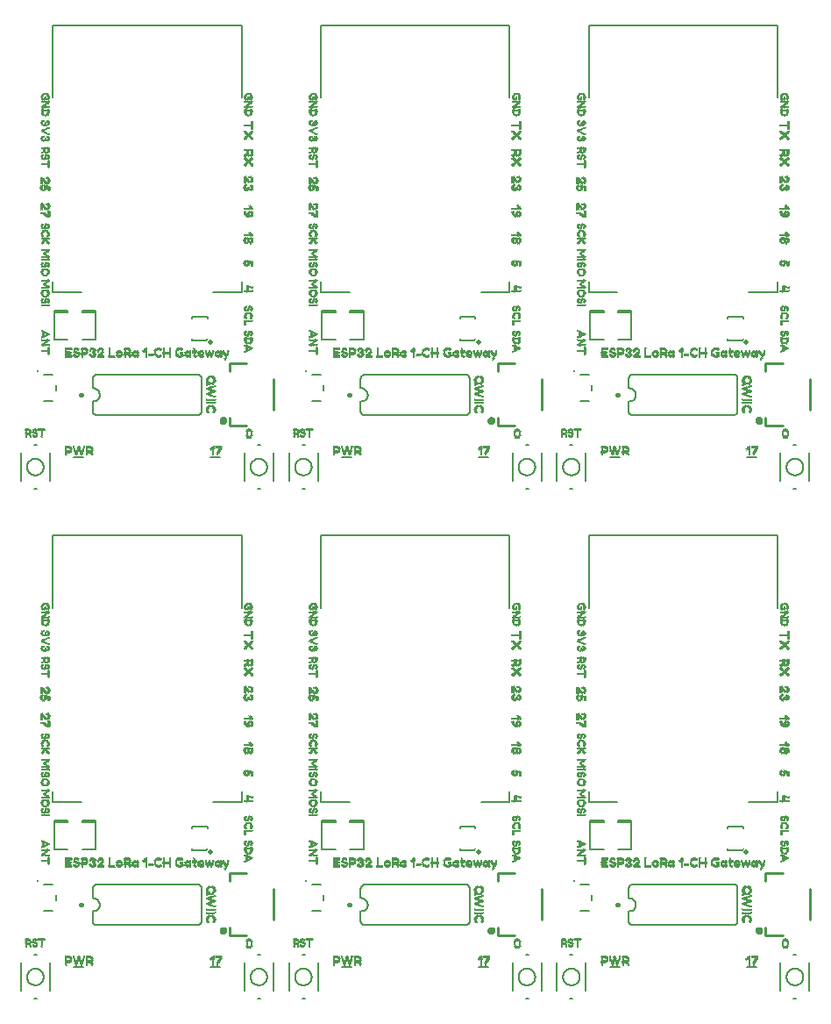
<source format=gto>
G75*
%MOIN*%
%OFA0B0*%
%FSLAX25Y25*%
%IPPOS*%
%LPD*%
%AMOC8*
5,1,8,0,0,1.08239X$1,22.5*
%
%ADD10C,0.02000*%
%ADD11C,0.00800*%
%ADD12C,0.01500*%
%ADD13C,0.01000*%
%ADD14C,0.01000*%
%ADD15C,0.01575*%
%ADD16C,0.00500*%
%ADD17R,0.00118X0.00118*%
%ADD18R,0.00118X0.00236*%
%ADD19R,0.00118X0.02598*%
%ADD20R,0.00157X0.00591*%
%ADD21R,0.00157X0.00709*%
%ADD22R,0.00157X0.02953*%
%ADD23R,0.00118X0.00709*%
%ADD24R,0.00118X0.00827*%
%ADD25R,0.00118X0.03071*%
%ADD26R,0.00118X0.00945*%
%ADD27R,0.00118X0.02953*%
%ADD28R,0.00157X0.01063*%
%ADD29R,0.00157X0.00827*%
%ADD30R,0.00157X0.02835*%
%ADD31R,0.00118X0.01181*%
%ADD32R,0.00118X0.01299*%
%ADD33R,0.00118X0.01417*%
%ADD34R,0.00157X0.01535*%
%ADD35R,0.00157X0.01417*%
%ADD36R,0.00118X0.01654*%
%ADD37R,0.00118X0.01535*%
%ADD38R,0.00118X0.01772*%
%ADD39R,0.00157X0.00945*%
%ADD40R,0.00118X0.02362*%
%ADD41R,0.00157X0.02480*%
%ADD42R,0.00118X0.02717*%
%ADD43R,0.00118X0.02835*%
%ADD44R,0.00157X0.01181*%
%ADD45R,0.00118X0.01063*%
%ADD46R,0.00118X0.00591*%
%ADD47R,0.00118X0.00472*%
%ADD48R,0.00157X0.01654*%
%ADD49R,0.00118X0.01890*%
%ADD50R,0.00118X0.02008*%
%ADD51R,0.00118X0.02126*%
%ADD52R,0.00118X0.02244*%
%ADD53R,0.00157X0.02362*%
%ADD54R,0.00118X0.02480*%
%ADD55R,0.00157X0.02598*%
%ADD56R,0.00157X0.01772*%
%ADD57R,0.00157X0.01890*%
%ADD58R,0.00157X0.01299*%
%ADD59R,0.00157X0.02008*%
%ADD60R,0.00157X0.00472*%
%ADD61R,0.00157X0.02244*%
%ADD62R,0.00118X0.00354*%
%ADD63R,0.00157X0.02126*%
%ADD64R,0.00157X0.01575*%
%ADD65R,0.00118X0.01969*%
%ADD66R,0.00157X0.01811*%
%ADD67R,0.00157X0.02677*%
%ADD68R,0.00157X0.02087*%
%ADD69R,0.00118X0.01142*%
%ADD70R,0.00118X0.00984*%
%ADD71R,0.00157X0.00984*%
%ADD72R,0.00157X0.01260*%
%ADD73R,0.00118X0.01693*%
%ADD74R,0.00157X0.01969*%
%ADD75R,0.00118X0.01260*%
%ADD76R,0.00157X0.02402*%
%ADD77R,0.00118X0.01575*%
%ADD78R,0.00157X0.01693*%
%ADD79R,0.00157X0.00157*%
%ADD80R,0.00157X0.00866*%
%ADD81R,0.00118X0.00276*%
%ADD82R,0.00118X0.02795*%
%ADD83R,0.00118X0.02402*%
%ADD84R,0.00157X0.02795*%
%ADD85R,0.00118X0.01811*%
%ADD86R,0.00157X0.02638*%
%ADD87R,0.00157X0.01378*%
%ADD88R,0.00118X0.00551*%
%ADD89R,0.00118X0.01929*%
%ADD90R,0.00118X0.02205*%
%ADD91R,0.00157X0.01102*%
%ADD92R,0.00118X0.01102*%
%ADD93R,0.00118X0.01220*%
%ADD94R,0.00118X0.01496*%
%ADD95R,0.00157X0.02756*%
%ADD96R,0.00118X0.02874*%
%ADD97R,0.00157X0.02874*%
%ADD98R,0.00118X0.03425*%
%ADD99R,0.00118X0.03031*%
%ADD100R,0.00118X0.00394*%
%ADD101R,0.00157X0.03425*%
%ADD102R,0.00118X0.03583*%
%ADD103R,0.00157X0.03583*%
%ADD104R,0.00157X0.03307*%
%ADD105R,0.00157X0.01220*%
%ADD106R,0.00157X0.02323*%
%ADD107R,0.00118X0.02087*%
%ADD108R,0.00157X0.02205*%
%ADD109R,0.00118X0.00669*%
%ADD110R,0.00118X0.00433*%
%ADD111R,0.00157X0.01929*%
%ADD112R,0.00157X0.00669*%
%ADD113R,0.00118X0.02638*%
%ADD114R,0.00118X0.02756*%
%ADD115R,0.00118X0.02047*%
%ADD116R,0.00118X0.01378*%
%ADD117R,0.00118X0.02323*%
%ADD118R,0.00157X0.00551*%
%ADD119R,0.00157X0.01496*%
%ADD120R,0.00157X0.00433*%
%ADD121R,0.00118X0.00157*%
%ADD122R,0.00157X0.02047*%
%ADD123R,0.00157X0.00276*%
%ADD124R,0.01181X0.00118*%
%ADD125R,0.00827X0.00118*%
%ADD126R,0.02598X0.00118*%
%ADD127R,0.01772X0.00157*%
%ADD128R,0.01299X0.00157*%
%ADD129R,0.02953X0.00157*%
%ADD130R,0.02008X0.00118*%
%ADD131R,0.01654X0.00118*%
%ADD132R,0.03071X0.00118*%
%ADD133R,0.02126X0.00118*%
%ADD134R,0.01772X0.00118*%
%ADD135R,0.02244X0.00118*%
%ADD136R,0.02953X0.00118*%
%ADD137R,0.02244X0.00157*%
%ADD138R,0.01890X0.00157*%
%ADD139R,0.02835X0.00157*%
%ADD140R,0.02362X0.00118*%
%ADD141R,0.00945X0.00118*%
%ADD142R,0.00709X0.00118*%
%ADD143R,0.00472X0.00118*%
%ADD144R,0.00827X0.00157*%
%ADD145R,0.00945X0.00157*%
%ADD146R,0.01535X0.00118*%
%ADD147R,0.02362X0.00157*%
%ADD148R,0.02126X0.00157*%
%ADD149R,0.00354X0.00118*%
%ADD150R,0.00591X0.00118*%
%ADD151R,0.00709X0.00157*%
%ADD152R,0.01535X0.00157*%
%ADD153R,0.01063X0.00118*%
%ADD154R,0.00669X0.00118*%
%ADD155R,0.02087X0.00157*%
%ADD156R,0.02205X0.00118*%
%ADD157R,0.02323X0.00157*%
%ADD158R,0.02480X0.00118*%
%ADD159R,0.01102X0.00157*%
%ADD160R,0.00984X0.00118*%
%ADD161R,0.00984X0.00157*%
%ADD162R,0.01102X0.00118*%
%ADD163R,0.02323X0.00118*%
%ADD164R,0.02087X0.00118*%
%ADD165R,0.01220X0.00118*%
%ADD166R,0.00433X0.00157*%
%ADD167R,0.01260X0.00118*%
%ADD168R,0.00276X0.00118*%
%ADD169R,0.00433X0.00118*%
%ADD170R,0.00551X0.00157*%
%ADD171R,0.02480X0.00157*%
%ADD172R,0.02638X0.00118*%
%ADD173R,0.02638X0.00157*%
%ADD174R,0.02756X0.00157*%
%ADD175R,0.02756X0.00118*%
%ADD176R,0.01378X0.00157*%
%ADD177R,0.01378X0.00118*%
%ADD178R,0.01654X0.00157*%
%ADD179R,0.03858X0.00157*%
%ADD180R,0.02874X0.00157*%
%ADD181R,0.03858X0.00118*%
%ADD182R,0.01811X0.00157*%
%ADD183R,0.02598X0.00157*%
%ADD184R,0.00551X0.00118*%
%ADD185R,0.00157X0.00118*%
%ADD186R,0.01929X0.00118*%
%ADD187R,0.01811X0.00118*%
%ADD188R,0.00157X0.02913*%
%ADD189R,0.00157X0.03465*%
%ADD190R,0.00118X0.03307*%
%ADD191R,0.00157X0.00394*%
%ADD192R,0.01929X0.00157*%
%ADD193R,0.00669X0.00157*%
%ADD194R,0.00276X0.00157*%
%ADD195R,0.02047X0.00118*%
%ADD196R,0.02913X0.00157*%
%ADD197R,0.02205X0.00157*%
%ADD198R,0.02913X0.00118*%
%ADD199R,0.00394X0.00157*%
%ADD200R,0.01260X0.00157*%
%ADD201R,0.00394X0.00118*%
%ADD202R,0.02047X0.00157*%
%ADD203R,0.03465X0.00118*%
%ADD204R,0.03150X0.00157*%
%ADD205R,0.01496X0.00118*%
%ADD206R,0.03150X0.00118*%
%ADD207R,0.01496X0.00157*%
%ADD208R,0.03307X0.00157*%
%ADD209R,0.03031X0.00118*%
%ADD210R,0.01220X0.00157*%
%ADD211R,0.03031X0.00157*%
D10*
X0102500Y0098500D03*
X0204421Y0098500D03*
X0306342Y0098500D03*
X0306342Y0292201D03*
X0204421Y0292201D03*
X0102500Y0292201D03*
D11*
X0030488Y0056518D02*
X0030488Y0045982D01*
X0035488Y0042982D02*
X0036512Y0042982D01*
X0041512Y0045982D02*
X0041512Y0056518D01*
X0036512Y0059518D02*
X0035488Y0059518D01*
X0039309Y0076250D02*
X0042691Y0076250D01*
X0043791Y0080193D02*
X0043791Y0082307D01*
X0042691Y0086250D02*
X0039309Y0086250D01*
X0057800Y0084469D02*
X0057800Y0081150D01*
X0058000Y0081150D02*
X0058098Y0081148D01*
X0058196Y0081142D01*
X0058294Y0081133D01*
X0058391Y0081119D01*
X0058488Y0081102D01*
X0058584Y0081081D01*
X0058679Y0081056D01*
X0058773Y0081028D01*
X0058865Y0080995D01*
X0058957Y0080960D01*
X0059047Y0080920D01*
X0059135Y0080878D01*
X0059222Y0080831D01*
X0059306Y0080782D01*
X0059389Y0080729D01*
X0059469Y0080673D01*
X0059548Y0080613D01*
X0059624Y0080551D01*
X0059697Y0080486D01*
X0059768Y0080418D01*
X0059836Y0080347D01*
X0059901Y0080274D01*
X0059963Y0080198D01*
X0060023Y0080119D01*
X0060079Y0080039D01*
X0060132Y0079956D01*
X0060181Y0079872D01*
X0060228Y0079785D01*
X0060270Y0079697D01*
X0060310Y0079607D01*
X0060345Y0079515D01*
X0060378Y0079423D01*
X0060406Y0079329D01*
X0060431Y0079234D01*
X0060452Y0079138D01*
X0060469Y0079041D01*
X0060483Y0078944D01*
X0060492Y0078846D01*
X0060498Y0078748D01*
X0060500Y0078650D01*
X0060498Y0078552D01*
X0060492Y0078454D01*
X0060483Y0078356D01*
X0060469Y0078259D01*
X0060452Y0078162D01*
X0060431Y0078066D01*
X0060406Y0077971D01*
X0060378Y0077877D01*
X0060345Y0077785D01*
X0060310Y0077693D01*
X0060270Y0077603D01*
X0060228Y0077515D01*
X0060181Y0077428D01*
X0060132Y0077344D01*
X0060079Y0077261D01*
X0060023Y0077181D01*
X0059963Y0077102D01*
X0059901Y0077026D01*
X0059836Y0076953D01*
X0059768Y0076882D01*
X0059697Y0076814D01*
X0059624Y0076749D01*
X0059548Y0076687D01*
X0059469Y0076627D01*
X0059389Y0076571D01*
X0059306Y0076518D01*
X0059222Y0076469D01*
X0059135Y0076422D01*
X0059047Y0076380D01*
X0058957Y0076340D01*
X0058865Y0076305D01*
X0058773Y0076272D01*
X0058679Y0076244D01*
X0058584Y0076219D01*
X0058488Y0076198D01*
X0058391Y0076181D01*
X0058294Y0076167D01*
X0058196Y0076158D01*
X0058098Y0076152D01*
X0058000Y0076150D01*
X0057800Y0076150D02*
X0057800Y0072194D01*
X0057801Y0072194D02*
X0057813Y0072124D01*
X0057830Y0072054D01*
X0057850Y0071986D01*
X0057873Y0071918D01*
X0057901Y0071852D01*
X0057932Y0071788D01*
X0057966Y0071726D01*
X0058004Y0071665D01*
X0058044Y0071606D01*
X0058088Y0071550D01*
X0058135Y0071497D01*
X0058185Y0071445D01*
X0058238Y0071397D01*
X0058293Y0071352D01*
X0058350Y0071309D01*
X0058410Y0071270D01*
X0058472Y0071234D01*
X0058535Y0071202D01*
X0058600Y0071173D01*
X0058667Y0071147D01*
X0058735Y0071125D01*
X0058804Y0071107D01*
X0058874Y0071093D01*
X0058945Y0071083D01*
X0059016Y0071076D01*
X0059087Y0071073D01*
X0059158Y0071074D01*
X0059230Y0071079D01*
X0059300Y0071088D01*
X0059300Y0071087D02*
X0098094Y0071087D01*
X0098094Y0071088D02*
X0098164Y0071100D01*
X0098234Y0071117D01*
X0098302Y0071137D01*
X0098369Y0071161D01*
X0098435Y0071188D01*
X0098500Y0071219D01*
X0098562Y0071253D01*
X0098623Y0071291D01*
X0098681Y0071332D01*
X0098738Y0071376D01*
X0098791Y0071423D01*
X0098842Y0071473D01*
X0098891Y0071525D01*
X0098936Y0071580D01*
X0098979Y0071638D01*
X0099018Y0071697D01*
X0099054Y0071759D01*
X0099086Y0071823D01*
X0099115Y0071888D01*
X0099141Y0071954D01*
X0099162Y0072022D01*
X0099181Y0072092D01*
X0099195Y0072161D01*
X0099205Y0072232D01*
X0099212Y0072303D01*
X0099215Y0072374D01*
X0099214Y0072446D01*
X0099209Y0072517D01*
X0099200Y0072588D01*
X0099200Y0072587D02*
X0099200Y0084913D01*
X0099198Y0084989D01*
X0099192Y0085064D01*
X0099183Y0085140D01*
X0099169Y0085215D01*
X0099152Y0085289D01*
X0099131Y0085362D01*
X0099107Y0085434D01*
X0099079Y0085504D01*
X0099047Y0085573D01*
X0099012Y0085641D01*
X0098973Y0085706D01*
X0098931Y0085770D01*
X0098886Y0085831D01*
X0098838Y0085890D01*
X0098787Y0085946D01*
X0098733Y0086000D01*
X0098677Y0086051D01*
X0098618Y0086099D01*
X0098557Y0086144D01*
X0098493Y0086186D01*
X0098428Y0086225D01*
X0098360Y0086260D01*
X0098291Y0086292D01*
X0098221Y0086320D01*
X0098149Y0086344D01*
X0098076Y0086365D01*
X0098002Y0086382D01*
X0097927Y0086396D01*
X0097851Y0086405D01*
X0097776Y0086411D01*
X0097700Y0086413D01*
X0059300Y0086413D01*
X0059219Y0086401D01*
X0059139Y0086386D01*
X0059060Y0086367D01*
X0058982Y0086345D01*
X0058905Y0086318D01*
X0058829Y0086289D01*
X0058755Y0086255D01*
X0058683Y0086218D01*
X0058612Y0086178D01*
X0058544Y0086134D01*
X0058477Y0086087D01*
X0058413Y0086037D01*
X0058352Y0085984D01*
X0058293Y0085928D01*
X0058236Y0085869D01*
X0058183Y0085808D01*
X0058132Y0085744D01*
X0058085Y0085678D01*
X0058041Y0085610D01*
X0058000Y0085540D01*
X0057962Y0085468D01*
X0057928Y0085394D01*
X0057898Y0085318D01*
X0057871Y0085242D01*
X0057848Y0085164D01*
X0057828Y0085085D01*
X0057813Y0085005D01*
X0057801Y0084924D01*
X0057793Y0084844D01*
X0057789Y0084762D01*
X0057788Y0084681D01*
X0057792Y0084600D01*
X0057799Y0084519D01*
X0053500Y0117699D02*
X0042567Y0117699D01*
X0042567Y0121742D01*
X0042567Y0191470D02*
X0042567Y0219093D01*
X0114433Y0219093D01*
X0114433Y0191470D01*
X0144488Y0191470D02*
X0144488Y0219093D01*
X0216354Y0219093D01*
X0216354Y0191470D01*
X0246409Y0191470D02*
X0246409Y0219093D01*
X0318276Y0219093D01*
X0318276Y0191470D01*
X0324331Y0236683D02*
X0325354Y0236683D01*
X0330354Y0239683D02*
X0330354Y0250219D01*
X0325354Y0253219D02*
X0324331Y0253219D01*
X0319331Y0250219D02*
X0319331Y0239683D01*
X0301936Y0264788D02*
X0263142Y0264788D01*
X0263142Y0264789D02*
X0263072Y0264780D01*
X0263000Y0264775D01*
X0262929Y0264774D01*
X0262858Y0264777D01*
X0262787Y0264784D01*
X0262716Y0264794D01*
X0262646Y0264808D01*
X0262577Y0264826D01*
X0262509Y0264848D01*
X0262442Y0264874D01*
X0262377Y0264903D01*
X0262314Y0264935D01*
X0262252Y0264971D01*
X0262192Y0265010D01*
X0262135Y0265053D01*
X0262080Y0265098D01*
X0262027Y0265146D01*
X0261977Y0265198D01*
X0261930Y0265251D01*
X0261886Y0265307D01*
X0261846Y0265366D01*
X0261808Y0265427D01*
X0261774Y0265489D01*
X0261743Y0265553D01*
X0261715Y0265619D01*
X0261692Y0265687D01*
X0261672Y0265755D01*
X0261655Y0265825D01*
X0261643Y0265895D01*
X0261642Y0265895D02*
X0261642Y0269851D01*
X0261842Y0269851D02*
X0261940Y0269853D01*
X0262038Y0269859D01*
X0262136Y0269868D01*
X0262233Y0269882D01*
X0262330Y0269899D01*
X0262426Y0269920D01*
X0262521Y0269945D01*
X0262615Y0269973D01*
X0262707Y0270006D01*
X0262799Y0270041D01*
X0262889Y0270081D01*
X0262977Y0270123D01*
X0263064Y0270170D01*
X0263148Y0270219D01*
X0263231Y0270272D01*
X0263311Y0270328D01*
X0263390Y0270388D01*
X0263466Y0270450D01*
X0263539Y0270515D01*
X0263610Y0270583D01*
X0263678Y0270654D01*
X0263743Y0270727D01*
X0263805Y0270803D01*
X0263865Y0270882D01*
X0263921Y0270962D01*
X0263974Y0271045D01*
X0264023Y0271129D01*
X0264070Y0271216D01*
X0264112Y0271304D01*
X0264152Y0271394D01*
X0264187Y0271486D01*
X0264220Y0271578D01*
X0264248Y0271672D01*
X0264273Y0271767D01*
X0264294Y0271863D01*
X0264311Y0271960D01*
X0264325Y0272057D01*
X0264334Y0272155D01*
X0264340Y0272253D01*
X0264342Y0272351D01*
X0264340Y0272449D01*
X0264334Y0272547D01*
X0264325Y0272645D01*
X0264311Y0272742D01*
X0264294Y0272839D01*
X0264273Y0272935D01*
X0264248Y0273030D01*
X0264220Y0273124D01*
X0264187Y0273216D01*
X0264152Y0273308D01*
X0264112Y0273398D01*
X0264070Y0273486D01*
X0264023Y0273573D01*
X0263974Y0273657D01*
X0263921Y0273740D01*
X0263865Y0273820D01*
X0263805Y0273899D01*
X0263743Y0273975D01*
X0263678Y0274048D01*
X0263610Y0274119D01*
X0263539Y0274187D01*
X0263466Y0274252D01*
X0263390Y0274314D01*
X0263311Y0274374D01*
X0263231Y0274430D01*
X0263148Y0274483D01*
X0263064Y0274532D01*
X0262977Y0274579D01*
X0262889Y0274621D01*
X0262799Y0274661D01*
X0262707Y0274696D01*
X0262615Y0274729D01*
X0262521Y0274757D01*
X0262426Y0274782D01*
X0262330Y0274803D01*
X0262233Y0274820D01*
X0262136Y0274834D01*
X0262038Y0274843D01*
X0261940Y0274849D01*
X0261842Y0274851D01*
X0261642Y0274851D02*
X0261642Y0278170D01*
X0261642Y0278220D02*
X0261635Y0278301D01*
X0261631Y0278382D01*
X0261632Y0278463D01*
X0261636Y0278545D01*
X0261644Y0278625D01*
X0261656Y0278706D01*
X0261671Y0278786D01*
X0261691Y0278865D01*
X0261714Y0278943D01*
X0261741Y0279019D01*
X0261771Y0279095D01*
X0261805Y0279169D01*
X0261843Y0279241D01*
X0261884Y0279311D01*
X0261928Y0279379D01*
X0261975Y0279445D01*
X0262026Y0279509D01*
X0262079Y0279570D01*
X0262136Y0279629D01*
X0262195Y0279685D01*
X0262256Y0279738D01*
X0262320Y0279788D01*
X0262387Y0279835D01*
X0262455Y0279879D01*
X0262526Y0279919D01*
X0262598Y0279956D01*
X0262672Y0279990D01*
X0262748Y0280019D01*
X0262825Y0280046D01*
X0262903Y0280068D01*
X0262982Y0280087D01*
X0263062Y0280102D01*
X0263143Y0280114D01*
X0263142Y0280113D02*
X0301542Y0280113D01*
X0301543Y0280114D02*
X0301619Y0280112D01*
X0301694Y0280106D01*
X0301770Y0280097D01*
X0301845Y0280083D01*
X0301919Y0280066D01*
X0301992Y0280045D01*
X0302064Y0280021D01*
X0302134Y0279993D01*
X0302203Y0279961D01*
X0302271Y0279926D01*
X0302336Y0279887D01*
X0302400Y0279845D01*
X0302461Y0279800D01*
X0302520Y0279752D01*
X0302576Y0279701D01*
X0302630Y0279647D01*
X0302681Y0279591D01*
X0302729Y0279532D01*
X0302774Y0279471D01*
X0302816Y0279407D01*
X0302855Y0279342D01*
X0302890Y0279274D01*
X0302922Y0279205D01*
X0302950Y0279135D01*
X0302974Y0279063D01*
X0302995Y0278990D01*
X0303012Y0278916D01*
X0303026Y0278841D01*
X0303035Y0278765D01*
X0303041Y0278690D01*
X0303043Y0278614D01*
X0303042Y0278613D02*
X0303042Y0266288D01*
X0303051Y0266217D01*
X0303056Y0266146D01*
X0303057Y0266074D01*
X0303054Y0266003D01*
X0303047Y0265932D01*
X0303037Y0265861D01*
X0303023Y0265792D01*
X0303004Y0265722D01*
X0302983Y0265654D01*
X0302957Y0265588D01*
X0302928Y0265523D01*
X0302896Y0265459D01*
X0302860Y0265397D01*
X0302821Y0265338D01*
X0302778Y0265280D01*
X0302733Y0265225D01*
X0302684Y0265173D01*
X0302633Y0265123D01*
X0302580Y0265076D01*
X0302523Y0265032D01*
X0302465Y0264991D01*
X0302404Y0264953D01*
X0302342Y0264919D01*
X0302277Y0264888D01*
X0302211Y0264861D01*
X0302144Y0264837D01*
X0302076Y0264817D01*
X0302006Y0264800D01*
X0301936Y0264788D01*
X0299392Y0293051D02*
X0299392Y0293601D01*
X0299392Y0293051D02*
X0304792Y0293051D01*
X0305292Y0293601D01*
X0305292Y0301301D02*
X0305292Y0301851D01*
X0299392Y0301851D01*
X0299392Y0301301D01*
X0307342Y0311400D02*
X0318276Y0311400D01*
X0318276Y0315443D01*
X0318276Y0385171D02*
X0318276Y0412793D01*
X0246409Y0412793D01*
X0246409Y0385171D01*
X0216354Y0385171D02*
X0216354Y0412793D01*
X0144488Y0412793D01*
X0144488Y0385171D01*
X0114433Y0385171D02*
X0114433Y0412793D01*
X0042567Y0412793D01*
X0042567Y0385171D01*
X0042567Y0315443D02*
X0042567Y0311400D01*
X0053500Y0311400D01*
X0059300Y0280113D02*
X0097700Y0280113D01*
X0097700Y0280114D02*
X0097776Y0280112D01*
X0097851Y0280106D01*
X0097927Y0280097D01*
X0098002Y0280083D01*
X0098076Y0280066D01*
X0098149Y0280045D01*
X0098221Y0280021D01*
X0098291Y0279993D01*
X0098360Y0279961D01*
X0098428Y0279926D01*
X0098493Y0279887D01*
X0098557Y0279845D01*
X0098618Y0279800D01*
X0098677Y0279752D01*
X0098733Y0279701D01*
X0098787Y0279647D01*
X0098838Y0279591D01*
X0098886Y0279532D01*
X0098931Y0279471D01*
X0098973Y0279407D01*
X0099012Y0279342D01*
X0099047Y0279274D01*
X0099079Y0279205D01*
X0099107Y0279135D01*
X0099131Y0279063D01*
X0099152Y0278990D01*
X0099169Y0278916D01*
X0099183Y0278841D01*
X0099192Y0278765D01*
X0099198Y0278690D01*
X0099200Y0278614D01*
X0099200Y0278613D02*
X0099200Y0266288D01*
X0099209Y0266217D01*
X0099214Y0266146D01*
X0099215Y0266074D01*
X0099212Y0266003D01*
X0099205Y0265932D01*
X0099195Y0265861D01*
X0099181Y0265792D01*
X0099162Y0265722D01*
X0099141Y0265654D01*
X0099115Y0265588D01*
X0099086Y0265523D01*
X0099054Y0265459D01*
X0099018Y0265397D01*
X0098979Y0265338D01*
X0098936Y0265280D01*
X0098891Y0265225D01*
X0098842Y0265173D01*
X0098791Y0265123D01*
X0098738Y0265076D01*
X0098681Y0265032D01*
X0098623Y0264991D01*
X0098562Y0264953D01*
X0098500Y0264919D01*
X0098435Y0264888D01*
X0098369Y0264861D01*
X0098302Y0264837D01*
X0098234Y0264817D01*
X0098164Y0264800D01*
X0098094Y0264788D01*
X0059300Y0264788D01*
X0059300Y0264789D02*
X0059230Y0264780D01*
X0059158Y0264775D01*
X0059087Y0264774D01*
X0059016Y0264777D01*
X0058945Y0264784D01*
X0058874Y0264794D01*
X0058804Y0264808D01*
X0058735Y0264826D01*
X0058667Y0264848D01*
X0058600Y0264874D01*
X0058535Y0264903D01*
X0058472Y0264935D01*
X0058410Y0264971D01*
X0058350Y0265010D01*
X0058293Y0265053D01*
X0058238Y0265098D01*
X0058185Y0265146D01*
X0058135Y0265198D01*
X0058088Y0265251D01*
X0058044Y0265307D01*
X0058004Y0265366D01*
X0057966Y0265427D01*
X0057932Y0265489D01*
X0057901Y0265553D01*
X0057873Y0265619D01*
X0057850Y0265687D01*
X0057830Y0265755D01*
X0057813Y0265825D01*
X0057801Y0265895D01*
X0057800Y0265895D02*
X0057800Y0269851D01*
X0058000Y0269851D02*
X0058098Y0269853D01*
X0058196Y0269859D01*
X0058294Y0269868D01*
X0058391Y0269882D01*
X0058488Y0269899D01*
X0058584Y0269920D01*
X0058679Y0269945D01*
X0058773Y0269973D01*
X0058865Y0270006D01*
X0058957Y0270041D01*
X0059047Y0270081D01*
X0059135Y0270123D01*
X0059222Y0270170D01*
X0059306Y0270219D01*
X0059389Y0270272D01*
X0059469Y0270328D01*
X0059548Y0270388D01*
X0059624Y0270450D01*
X0059697Y0270515D01*
X0059768Y0270583D01*
X0059836Y0270654D01*
X0059901Y0270727D01*
X0059963Y0270803D01*
X0060023Y0270882D01*
X0060079Y0270962D01*
X0060132Y0271045D01*
X0060181Y0271129D01*
X0060228Y0271216D01*
X0060270Y0271304D01*
X0060310Y0271394D01*
X0060345Y0271486D01*
X0060378Y0271578D01*
X0060406Y0271672D01*
X0060431Y0271767D01*
X0060452Y0271863D01*
X0060469Y0271960D01*
X0060483Y0272057D01*
X0060492Y0272155D01*
X0060498Y0272253D01*
X0060500Y0272351D01*
X0060498Y0272449D01*
X0060492Y0272547D01*
X0060483Y0272645D01*
X0060469Y0272742D01*
X0060452Y0272839D01*
X0060431Y0272935D01*
X0060406Y0273030D01*
X0060378Y0273124D01*
X0060345Y0273216D01*
X0060310Y0273308D01*
X0060270Y0273398D01*
X0060228Y0273486D01*
X0060181Y0273573D01*
X0060132Y0273657D01*
X0060079Y0273740D01*
X0060023Y0273820D01*
X0059963Y0273899D01*
X0059901Y0273975D01*
X0059836Y0274048D01*
X0059768Y0274119D01*
X0059697Y0274187D01*
X0059624Y0274252D01*
X0059548Y0274314D01*
X0059469Y0274374D01*
X0059389Y0274430D01*
X0059306Y0274483D01*
X0059222Y0274532D01*
X0059135Y0274579D01*
X0059047Y0274621D01*
X0058957Y0274661D01*
X0058865Y0274696D01*
X0058773Y0274729D01*
X0058679Y0274757D01*
X0058584Y0274782D01*
X0058488Y0274803D01*
X0058391Y0274820D01*
X0058294Y0274834D01*
X0058196Y0274843D01*
X0058098Y0274849D01*
X0058000Y0274851D01*
X0057800Y0274851D02*
X0057800Y0278170D01*
X0057799Y0278220D02*
X0057792Y0278301D01*
X0057788Y0278382D01*
X0057789Y0278463D01*
X0057793Y0278545D01*
X0057801Y0278625D01*
X0057813Y0278706D01*
X0057828Y0278786D01*
X0057848Y0278865D01*
X0057871Y0278943D01*
X0057898Y0279019D01*
X0057928Y0279095D01*
X0057962Y0279169D01*
X0058000Y0279241D01*
X0058041Y0279311D01*
X0058085Y0279379D01*
X0058132Y0279445D01*
X0058183Y0279509D01*
X0058236Y0279570D01*
X0058293Y0279629D01*
X0058352Y0279685D01*
X0058413Y0279738D01*
X0058477Y0279788D01*
X0058544Y0279835D01*
X0058612Y0279879D01*
X0058683Y0279919D01*
X0058755Y0279956D01*
X0058829Y0279990D01*
X0058905Y0280019D01*
X0058982Y0280046D01*
X0059060Y0280068D01*
X0059139Y0280087D01*
X0059219Y0280102D01*
X0059300Y0280114D01*
X0043791Y0276007D02*
X0043791Y0273894D01*
X0042691Y0269951D02*
X0039309Y0269951D01*
X0039309Y0279951D02*
X0042691Y0279951D01*
X0036512Y0253219D02*
X0035488Y0253219D01*
X0030488Y0250219D02*
X0030488Y0239683D01*
X0035488Y0236683D02*
X0036512Y0236683D01*
X0041512Y0239683D02*
X0041512Y0250219D01*
X0095550Y0293051D02*
X0095550Y0293601D01*
X0095550Y0293051D02*
X0100950Y0293051D01*
X0101450Y0293601D01*
X0101450Y0301301D02*
X0101450Y0301851D01*
X0095550Y0301851D01*
X0095550Y0301301D01*
X0103500Y0311400D02*
X0114433Y0311400D01*
X0114433Y0315443D01*
X0141231Y0279951D02*
X0144612Y0279951D01*
X0145712Y0276007D02*
X0145712Y0273894D01*
X0144612Y0269951D02*
X0141231Y0269951D01*
X0138433Y0253219D02*
X0137409Y0253219D01*
X0143433Y0250219D02*
X0143433Y0239683D01*
X0138433Y0236683D02*
X0137409Y0236683D01*
X0132409Y0239683D02*
X0132409Y0250219D01*
X0126512Y0250219D02*
X0126512Y0239683D01*
X0121512Y0236683D02*
X0120488Y0236683D01*
X0115488Y0239683D02*
X0115488Y0250219D01*
X0120488Y0253219D02*
X0121512Y0253219D01*
X0159721Y0265895D02*
X0159721Y0269851D01*
X0159921Y0269851D02*
X0160019Y0269853D01*
X0160117Y0269859D01*
X0160215Y0269868D01*
X0160312Y0269882D01*
X0160409Y0269899D01*
X0160505Y0269920D01*
X0160600Y0269945D01*
X0160694Y0269973D01*
X0160786Y0270006D01*
X0160878Y0270041D01*
X0160968Y0270081D01*
X0161056Y0270123D01*
X0161143Y0270170D01*
X0161227Y0270219D01*
X0161310Y0270272D01*
X0161390Y0270328D01*
X0161469Y0270388D01*
X0161545Y0270450D01*
X0161618Y0270515D01*
X0161689Y0270583D01*
X0161757Y0270654D01*
X0161822Y0270727D01*
X0161884Y0270803D01*
X0161944Y0270882D01*
X0162000Y0270962D01*
X0162053Y0271045D01*
X0162102Y0271129D01*
X0162149Y0271216D01*
X0162191Y0271304D01*
X0162231Y0271394D01*
X0162266Y0271486D01*
X0162299Y0271578D01*
X0162327Y0271672D01*
X0162352Y0271767D01*
X0162373Y0271863D01*
X0162390Y0271960D01*
X0162404Y0272057D01*
X0162413Y0272155D01*
X0162419Y0272253D01*
X0162421Y0272351D01*
X0162419Y0272449D01*
X0162413Y0272547D01*
X0162404Y0272645D01*
X0162390Y0272742D01*
X0162373Y0272839D01*
X0162352Y0272935D01*
X0162327Y0273030D01*
X0162299Y0273124D01*
X0162266Y0273216D01*
X0162231Y0273308D01*
X0162191Y0273398D01*
X0162149Y0273486D01*
X0162102Y0273573D01*
X0162053Y0273657D01*
X0162000Y0273740D01*
X0161944Y0273820D01*
X0161884Y0273899D01*
X0161822Y0273975D01*
X0161757Y0274048D01*
X0161689Y0274119D01*
X0161618Y0274187D01*
X0161545Y0274252D01*
X0161469Y0274314D01*
X0161390Y0274374D01*
X0161310Y0274430D01*
X0161227Y0274483D01*
X0161143Y0274532D01*
X0161056Y0274579D01*
X0160968Y0274621D01*
X0160878Y0274661D01*
X0160786Y0274696D01*
X0160694Y0274729D01*
X0160600Y0274757D01*
X0160505Y0274782D01*
X0160409Y0274803D01*
X0160312Y0274820D01*
X0160215Y0274834D01*
X0160117Y0274843D01*
X0160019Y0274849D01*
X0159921Y0274851D01*
X0159721Y0274851D02*
X0159721Y0278170D01*
X0159721Y0278220D02*
X0159714Y0278301D01*
X0159710Y0278382D01*
X0159711Y0278463D01*
X0159715Y0278545D01*
X0159723Y0278625D01*
X0159735Y0278706D01*
X0159750Y0278786D01*
X0159770Y0278865D01*
X0159793Y0278943D01*
X0159820Y0279019D01*
X0159850Y0279095D01*
X0159884Y0279169D01*
X0159922Y0279241D01*
X0159963Y0279311D01*
X0160007Y0279379D01*
X0160054Y0279445D01*
X0160105Y0279509D01*
X0160158Y0279570D01*
X0160215Y0279629D01*
X0160274Y0279685D01*
X0160335Y0279738D01*
X0160399Y0279788D01*
X0160466Y0279835D01*
X0160534Y0279879D01*
X0160605Y0279919D01*
X0160677Y0279956D01*
X0160751Y0279990D01*
X0160827Y0280019D01*
X0160904Y0280046D01*
X0160982Y0280068D01*
X0161061Y0280087D01*
X0161141Y0280102D01*
X0161222Y0280114D01*
X0161221Y0280113D02*
X0199621Y0280113D01*
X0199622Y0280114D02*
X0199698Y0280112D01*
X0199773Y0280106D01*
X0199849Y0280097D01*
X0199924Y0280083D01*
X0199998Y0280066D01*
X0200071Y0280045D01*
X0200143Y0280021D01*
X0200213Y0279993D01*
X0200282Y0279961D01*
X0200350Y0279926D01*
X0200415Y0279887D01*
X0200479Y0279845D01*
X0200540Y0279800D01*
X0200599Y0279752D01*
X0200655Y0279701D01*
X0200709Y0279647D01*
X0200760Y0279591D01*
X0200808Y0279532D01*
X0200853Y0279471D01*
X0200895Y0279407D01*
X0200934Y0279342D01*
X0200969Y0279274D01*
X0201001Y0279205D01*
X0201029Y0279135D01*
X0201053Y0279063D01*
X0201074Y0278990D01*
X0201091Y0278916D01*
X0201105Y0278841D01*
X0201114Y0278765D01*
X0201120Y0278690D01*
X0201122Y0278614D01*
X0201121Y0278613D02*
X0201121Y0266288D01*
X0201130Y0266217D01*
X0201135Y0266146D01*
X0201136Y0266074D01*
X0201133Y0266003D01*
X0201126Y0265932D01*
X0201116Y0265861D01*
X0201102Y0265792D01*
X0201083Y0265722D01*
X0201062Y0265654D01*
X0201036Y0265588D01*
X0201007Y0265523D01*
X0200975Y0265459D01*
X0200939Y0265397D01*
X0200900Y0265338D01*
X0200857Y0265280D01*
X0200812Y0265225D01*
X0200763Y0265173D01*
X0200712Y0265123D01*
X0200659Y0265076D01*
X0200602Y0265032D01*
X0200544Y0264991D01*
X0200483Y0264953D01*
X0200421Y0264919D01*
X0200356Y0264888D01*
X0200290Y0264861D01*
X0200223Y0264837D01*
X0200155Y0264817D01*
X0200085Y0264800D01*
X0200015Y0264788D01*
X0161221Y0264788D01*
X0161221Y0264789D02*
X0161151Y0264780D01*
X0161079Y0264775D01*
X0161008Y0264774D01*
X0160937Y0264777D01*
X0160866Y0264784D01*
X0160795Y0264794D01*
X0160725Y0264808D01*
X0160656Y0264826D01*
X0160588Y0264848D01*
X0160521Y0264874D01*
X0160456Y0264903D01*
X0160393Y0264935D01*
X0160331Y0264971D01*
X0160271Y0265010D01*
X0160214Y0265053D01*
X0160159Y0265098D01*
X0160106Y0265146D01*
X0160056Y0265198D01*
X0160009Y0265251D01*
X0159965Y0265307D01*
X0159925Y0265366D01*
X0159887Y0265427D01*
X0159853Y0265489D01*
X0159822Y0265553D01*
X0159794Y0265619D01*
X0159771Y0265687D01*
X0159751Y0265755D01*
X0159734Y0265825D01*
X0159722Y0265895D01*
X0155421Y0311400D02*
X0144488Y0311400D01*
X0144488Y0315443D01*
X0197471Y0301851D02*
X0197471Y0301301D01*
X0197471Y0301851D02*
X0203371Y0301851D01*
X0203371Y0301301D01*
X0203371Y0293601D02*
X0202871Y0293051D01*
X0197471Y0293051D01*
X0197471Y0293601D01*
X0205421Y0311400D02*
X0216354Y0311400D01*
X0216354Y0315443D01*
X0243152Y0279951D02*
X0246533Y0279951D01*
X0247633Y0276007D02*
X0247633Y0273894D01*
X0246533Y0269951D02*
X0243152Y0269951D01*
X0240354Y0253219D02*
X0239331Y0253219D01*
X0234331Y0250219D02*
X0234331Y0239683D01*
X0228433Y0239683D02*
X0228433Y0250219D01*
X0223433Y0253219D02*
X0222409Y0253219D01*
X0217409Y0250219D02*
X0217409Y0239683D01*
X0222409Y0236683D02*
X0223433Y0236683D01*
X0239331Y0236683D02*
X0240354Y0236683D01*
X0245354Y0239683D02*
X0245354Y0250219D01*
X0246409Y0311400D02*
X0246409Y0315443D01*
X0246409Y0311400D02*
X0257342Y0311400D01*
X0246409Y0121742D02*
X0246409Y0117699D01*
X0257342Y0117699D01*
X0263142Y0086413D02*
X0301542Y0086413D01*
X0301543Y0086413D02*
X0301619Y0086411D01*
X0301694Y0086405D01*
X0301770Y0086396D01*
X0301845Y0086382D01*
X0301919Y0086365D01*
X0301992Y0086344D01*
X0302064Y0086320D01*
X0302134Y0086292D01*
X0302203Y0086260D01*
X0302271Y0086225D01*
X0302336Y0086186D01*
X0302400Y0086144D01*
X0302461Y0086099D01*
X0302520Y0086051D01*
X0302576Y0086000D01*
X0302630Y0085946D01*
X0302681Y0085890D01*
X0302729Y0085831D01*
X0302774Y0085770D01*
X0302816Y0085706D01*
X0302855Y0085641D01*
X0302890Y0085573D01*
X0302922Y0085504D01*
X0302950Y0085434D01*
X0302974Y0085362D01*
X0302995Y0085289D01*
X0303012Y0085215D01*
X0303026Y0085140D01*
X0303035Y0085064D01*
X0303041Y0084989D01*
X0303043Y0084913D01*
X0303042Y0084913D02*
X0303042Y0072587D01*
X0303042Y0072588D02*
X0303051Y0072517D01*
X0303056Y0072446D01*
X0303057Y0072374D01*
X0303054Y0072303D01*
X0303047Y0072232D01*
X0303037Y0072161D01*
X0303023Y0072092D01*
X0303004Y0072022D01*
X0302983Y0071954D01*
X0302957Y0071888D01*
X0302928Y0071823D01*
X0302896Y0071759D01*
X0302860Y0071697D01*
X0302821Y0071638D01*
X0302778Y0071580D01*
X0302733Y0071525D01*
X0302684Y0071473D01*
X0302633Y0071423D01*
X0302580Y0071376D01*
X0302523Y0071332D01*
X0302465Y0071291D01*
X0302404Y0071253D01*
X0302342Y0071219D01*
X0302277Y0071188D01*
X0302211Y0071161D01*
X0302144Y0071137D01*
X0302076Y0071117D01*
X0302006Y0071100D01*
X0301936Y0071088D01*
X0301936Y0071087D02*
X0263142Y0071087D01*
X0263142Y0071088D02*
X0263072Y0071079D01*
X0263000Y0071074D01*
X0262929Y0071073D01*
X0262858Y0071076D01*
X0262787Y0071083D01*
X0262716Y0071093D01*
X0262646Y0071107D01*
X0262577Y0071125D01*
X0262509Y0071147D01*
X0262442Y0071173D01*
X0262377Y0071202D01*
X0262314Y0071234D01*
X0262252Y0071270D01*
X0262192Y0071309D01*
X0262135Y0071352D01*
X0262080Y0071397D01*
X0262027Y0071445D01*
X0261977Y0071497D01*
X0261930Y0071550D01*
X0261886Y0071606D01*
X0261846Y0071665D01*
X0261808Y0071726D01*
X0261774Y0071788D01*
X0261743Y0071852D01*
X0261715Y0071918D01*
X0261692Y0071986D01*
X0261672Y0072054D01*
X0261655Y0072124D01*
X0261643Y0072194D01*
X0261642Y0072194D02*
X0261642Y0076150D01*
X0261842Y0076150D02*
X0261940Y0076152D01*
X0262038Y0076158D01*
X0262136Y0076167D01*
X0262233Y0076181D01*
X0262330Y0076198D01*
X0262426Y0076219D01*
X0262521Y0076244D01*
X0262615Y0076272D01*
X0262707Y0076305D01*
X0262799Y0076340D01*
X0262889Y0076380D01*
X0262977Y0076422D01*
X0263064Y0076469D01*
X0263148Y0076518D01*
X0263231Y0076571D01*
X0263311Y0076627D01*
X0263390Y0076687D01*
X0263466Y0076749D01*
X0263539Y0076814D01*
X0263610Y0076882D01*
X0263678Y0076953D01*
X0263743Y0077026D01*
X0263805Y0077102D01*
X0263865Y0077181D01*
X0263921Y0077261D01*
X0263974Y0077344D01*
X0264023Y0077428D01*
X0264070Y0077515D01*
X0264112Y0077603D01*
X0264152Y0077693D01*
X0264187Y0077785D01*
X0264220Y0077877D01*
X0264248Y0077971D01*
X0264273Y0078066D01*
X0264294Y0078162D01*
X0264311Y0078259D01*
X0264325Y0078356D01*
X0264334Y0078454D01*
X0264340Y0078552D01*
X0264342Y0078650D01*
X0264340Y0078748D01*
X0264334Y0078846D01*
X0264325Y0078944D01*
X0264311Y0079041D01*
X0264294Y0079138D01*
X0264273Y0079234D01*
X0264248Y0079329D01*
X0264220Y0079423D01*
X0264187Y0079515D01*
X0264152Y0079607D01*
X0264112Y0079697D01*
X0264070Y0079785D01*
X0264023Y0079872D01*
X0263974Y0079956D01*
X0263921Y0080039D01*
X0263865Y0080119D01*
X0263805Y0080198D01*
X0263743Y0080274D01*
X0263678Y0080347D01*
X0263610Y0080418D01*
X0263539Y0080486D01*
X0263466Y0080551D01*
X0263390Y0080613D01*
X0263311Y0080673D01*
X0263231Y0080729D01*
X0263148Y0080782D01*
X0263064Y0080831D01*
X0262977Y0080878D01*
X0262889Y0080920D01*
X0262799Y0080960D01*
X0262707Y0080995D01*
X0262615Y0081028D01*
X0262521Y0081056D01*
X0262426Y0081081D01*
X0262330Y0081102D01*
X0262233Y0081119D01*
X0262136Y0081133D01*
X0262038Y0081142D01*
X0261940Y0081148D01*
X0261842Y0081150D01*
X0261642Y0081150D02*
X0261642Y0084469D01*
X0261642Y0084519D02*
X0261635Y0084600D01*
X0261631Y0084681D01*
X0261632Y0084762D01*
X0261636Y0084844D01*
X0261644Y0084924D01*
X0261656Y0085005D01*
X0261671Y0085085D01*
X0261691Y0085164D01*
X0261714Y0085242D01*
X0261741Y0085318D01*
X0261771Y0085394D01*
X0261805Y0085468D01*
X0261843Y0085540D01*
X0261884Y0085610D01*
X0261928Y0085678D01*
X0261975Y0085744D01*
X0262026Y0085808D01*
X0262079Y0085869D01*
X0262136Y0085928D01*
X0262195Y0085984D01*
X0262256Y0086037D01*
X0262320Y0086087D01*
X0262387Y0086134D01*
X0262455Y0086178D01*
X0262526Y0086218D01*
X0262598Y0086255D01*
X0262672Y0086289D01*
X0262748Y0086318D01*
X0262825Y0086345D01*
X0262903Y0086367D01*
X0262982Y0086386D01*
X0263062Y0086401D01*
X0263143Y0086413D01*
X0247633Y0082307D02*
X0247633Y0080193D01*
X0246533Y0076250D02*
X0243152Y0076250D01*
X0243152Y0086250D02*
X0246533Y0086250D01*
X0240354Y0059518D02*
X0239331Y0059518D01*
X0234331Y0056518D02*
X0234331Y0045982D01*
X0228433Y0045982D02*
X0228433Y0056518D01*
X0223433Y0059518D02*
X0222409Y0059518D01*
X0217409Y0056518D02*
X0217409Y0045982D01*
X0222409Y0042982D02*
X0223433Y0042982D01*
X0239331Y0042982D02*
X0240354Y0042982D01*
X0245354Y0045982D02*
X0245354Y0056518D01*
X0202871Y0099350D02*
X0203371Y0099900D01*
X0202871Y0099350D02*
X0197471Y0099350D01*
X0197471Y0099900D01*
X0197471Y0107600D02*
X0197471Y0108150D01*
X0203371Y0108150D01*
X0203371Y0107600D01*
X0205421Y0117699D02*
X0216354Y0117699D01*
X0216354Y0121742D01*
X0199621Y0086413D02*
X0161221Y0086413D01*
X0161222Y0086413D02*
X0161141Y0086401D01*
X0161061Y0086386D01*
X0160982Y0086367D01*
X0160904Y0086345D01*
X0160827Y0086318D01*
X0160751Y0086289D01*
X0160677Y0086255D01*
X0160605Y0086218D01*
X0160534Y0086178D01*
X0160466Y0086134D01*
X0160399Y0086087D01*
X0160335Y0086037D01*
X0160274Y0085984D01*
X0160215Y0085928D01*
X0160158Y0085869D01*
X0160105Y0085808D01*
X0160054Y0085744D01*
X0160007Y0085678D01*
X0159963Y0085610D01*
X0159922Y0085540D01*
X0159884Y0085468D01*
X0159850Y0085394D01*
X0159820Y0085318D01*
X0159793Y0085242D01*
X0159770Y0085164D01*
X0159750Y0085085D01*
X0159735Y0085005D01*
X0159723Y0084924D01*
X0159715Y0084844D01*
X0159711Y0084762D01*
X0159710Y0084681D01*
X0159714Y0084600D01*
X0159721Y0084519D01*
X0159721Y0084469D02*
X0159721Y0081150D01*
X0159921Y0081150D02*
X0160019Y0081148D01*
X0160117Y0081142D01*
X0160215Y0081133D01*
X0160312Y0081119D01*
X0160409Y0081102D01*
X0160505Y0081081D01*
X0160600Y0081056D01*
X0160694Y0081028D01*
X0160786Y0080995D01*
X0160878Y0080960D01*
X0160968Y0080920D01*
X0161056Y0080878D01*
X0161143Y0080831D01*
X0161227Y0080782D01*
X0161310Y0080729D01*
X0161390Y0080673D01*
X0161469Y0080613D01*
X0161545Y0080551D01*
X0161618Y0080486D01*
X0161689Y0080418D01*
X0161757Y0080347D01*
X0161822Y0080274D01*
X0161884Y0080198D01*
X0161944Y0080119D01*
X0162000Y0080039D01*
X0162053Y0079956D01*
X0162102Y0079872D01*
X0162149Y0079785D01*
X0162191Y0079697D01*
X0162231Y0079607D01*
X0162266Y0079515D01*
X0162299Y0079423D01*
X0162327Y0079329D01*
X0162352Y0079234D01*
X0162373Y0079138D01*
X0162390Y0079041D01*
X0162404Y0078944D01*
X0162413Y0078846D01*
X0162419Y0078748D01*
X0162421Y0078650D01*
X0162419Y0078552D01*
X0162413Y0078454D01*
X0162404Y0078356D01*
X0162390Y0078259D01*
X0162373Y0078162D01*
X0162352Y0078066D01*
X0162327Y0077971D01*
X0162299Y0077877D01*
X0162266Y0077785D01*
X0162231Y0077693D01*
X0162191Y0077603D01*
X0162149Y0077515D01*
X0162102Y0077428D01*
X0162053Y0077344D01*
X0162000Y0077261D01*
X0161944Y0077181D01*
X0161884Y0077102D01*
X0161822Y0077026D01*
X0161757Y0076953D01*
X0161689Y0076882D01*
X0161618Y0076814D01*
X0161545Y0076749D01*
X0161469Y0076687D01*
X0161390Y0076627D01*
X0161310Y0076571D01*
X0161227Y0076518D01*
X0161143Y0076469D01*
X0161056Y0076422D01*
X0160968Y0076380D01*
X0160878Y0076340D01*
X0160786Y0076305D01*
X0160694Y0076272D01*
X0160600Y0076244D01*
X0160505Y0076219D01*
X0160409Y0076198D01*
X0160312Y0076181D01*
X0160215Y0076167D01*
X0160117Y0076158D01*
X0160019Y0076152D01*
X0159921Y0076150D01*
X0159721Y0076150D02*
X0159721Y0072194D01*
X0159722Y0072194D02*
X0159734Y0072124D01*
X0159751Y0072054D01*
X0159771Y0071986D01*
X0159794Y0071918D01*
X0159822Y0071852D01*
X0159853Y0071788D01*
X0159887Y0071726D01*
X0159925Y0071665D01*
X0159965Y0071606D01*
X0160009Y0071550D01*
X0160056Y0071497D01*
X0160106Y0071445D01*
X0160159Y0071397D01*
X0160214Y0071352D01*
X0160271Y0071309D01*
X0160331Y0071270D01*
X0160393Y0071234D01*
X0160456Y0071202D01*
X0160521Y0071173D01*
X0160588Y0071147D01*
X0160656Y0071125D01*
X0160725Y0071107D01*
X0160795Y0071093D01*
X0160866Y0071083D01*
X0160937Y0071076D01*
X0161008Y0071073D01*
X0161079Y0071074D01*
X0161151Y0071079D01*
X0161221Y0071088D01*
X0161221Y0071087D02*
X0200015Y0071087D01*
X0200015Y0071088D02*
X0200085Y0071100D01*
X0200155Y0071117D01*
X0200223Y0071137D01*
X0200290Y0071161D01*
X0200356Y0071188D01*
X0200421Y0071219D01*
X0200483Y0071253D01*
X0200544Y0071291D01*
X0200602Y0071332D01*
X0200659Y0071376D01*
X0200712Y0071423D01*
X0200763Y0071473D01*
X0200812Y0071525D01*
X0200857Y0071580D01*
X0200900Y0071638D01*
X0200939Y0071697D01*
X0200975Y0071759D01*
X0201007Y0071823D01*
X0201036Y0071888D01*
X0201062Y0071954D01*
X0201083Y0072022D01*
X0201102Y0072092D01*
X0201116Y0072161D01*
X0201126Y0072232D01*
X0201133Y0072303D01*
X0201136Y0072374D01*
X0201135Y0072446D01*
X0201130Y0072517D01*
X0201121Y0072588D01*
X0201121Y0072587D02*
X0201121Y0084913D01*
X0201122Y0084913D02*
X0201120Y0084989D01*
X0201114Y0085064D01*
X0201105Y0085140D01*
X0201091Y0085215D01*
X0201074Y0085289D01*
X0201053Y0085362D01*
X0201029Y0085434D01*
X0201001Y0085504D01*
X0200969Y0085573D01*
X0200934Y0085641D01*
X0200895Y0085706D01*
X0200853Y0085770D01*
X0200808Y0085831D01*
X0200760Y0085890D01*
X0200709Y0085946D01*
X0200655Y0086000D01*
X0200599Y0086051D01*
X0200540Y0086099D01*
X0200479Y0086144D01*
X0200415Y0086186D01*
X0200350Y0086225D01*
X0200282Y0086260D01*
X0200213Y0086292D01*
X0200143Y0086320D01*
X0200071Y0086344D01*
X0199998Y0086365D01*
X0199924Y0086382D01*
X0199849Y0086396D01*
X0199773Y0086405D01*
X0199698Y0086411D01*
X0199622Y0086413D01*
X0155421Y0117699D02*
X0144488Y0117699D01*
X0144488Y0121742D01*
X0144612Y0086250D02*
X0141231Y0086250D01*
X0145712Y0082307D02*
X0145712Y0080193D01*
X0144612Y0076250D02*
X0141231Y0076250D01*
X0138433Y0059518D02*
X0137409Y0059518D01*
X0143433Y0056518D02*
X0143433Y0045982D01*
X0138433Y0042982D02*
X0137409Y0042982D01*
X0132409Y0045982D02*
X0132409Y0056518D01*
X0126512Y0056518D02*
X0126512Y0045982D01*
X0121512Y0042982D02*
X0120488Y0042982D01*
X0115488Y0045982D02*
X0115488Y0056518D01*
X0120488Y0059518D02*
X0121512Y0059518D01*
X0100950Y0099350D02*
X0095550Y0099350D01*
X0095550Y0099900D01*
X0100950Y0099350D02*
X0101450Y0099900D01*
X0101450Y0107600D02*
X0101450Y0108150D01*
X0095550Y0108150D01*
X0095550Y0107600D01*
X0103500Y0117699D02*
X0114433Y0117699D01*
X0114433Y0121742D01*
X0299392Y0108150D02*
X0299392Y0107600D01*
X0299392Y0108150D02*
X0305292Y0108150D01*
X0305292Y0107600D01*
X0305292Y0099900D02*
X0304792Y0099350D01*
X0299392Y0099350D01*
X0299392Y0099900D01*
X0307342Y0117699D02*
X0318276Y0117699D01*
X0318276Y0121742D01*
X0324331Y0059518D02*
X0325354Y0059518D01*
X0330354Y0056518D02*
X0330354Y0045982D01*
X0325354Y0042982D02*
X0324331Y0042982D01*
X0319331Y0045982D02*
X0319331Y0056518D01*
D12*
X0257452Y0078750D02*
X0257232Y0078750D01*
X0155531Y0078750D02*
X0155311Y0078750D01*
X0053610Y0078750D02*
X0053390Y0078750D01*
X0053610Y0272451D02*
X0053390Y0272451D01*
X0155311Y0272451D02*
X0155531Y0272451D01*
X0257232Y0272451D02*
X0257452Y0272451D01*
D13*
X0240842Y0281251D03*
X0138921Y0281251D03*
X0037000Y0281251D03*
X0037000Y0087550D03*
X0138921Y0087550D03*
X0240842Y0087550D03*
D14*
X0228532Y0084656D02*
X0228532Y0072844D01*
X0218295Y0066939D02*
X0211799Y0066939D01*
X0211799Y0069892D01*
X0211799Y0087608D02*
X0211799Y0090561D01*
X0218295Y0090561D01*
X0126610Y0084656D02*
X0126610Y0072844D01*
X0116374Y0066939D02*
X0109878Y0066939D01*
X0109878Y0069892D01*
X0109878Y0087608D02*
X0109878Y0090561D01*
X0116374Y0090561D01*
X0116374Y0260640D02*
X0109878Y0260640D01*
X0109878Y0263593D01*
X0109878Y0281309D02*
X0109878Y0284262D01*
X0116374Y0284262D01*
X0126610Y0278356D02*
X0126610Y0266545D01*
X0211799Y0263593D02*
X0211799Y0260640D01*
X0218295Y0260640D01*
X0228532Y0266545D02*
X0228532Y0278356D01*
X0218295Y0284262D02*
X0211799Y0284262D01*
X0211799Y0281309D01*
X0313720Y0281309D02*
X0313720Y0284262D01*
X0320217Y0284262D01*
X0330453Y0278356D02*
X0330453Y0266545D01*
X0320217Y0260640D02*
X0313720Y0260640D01*
X0313720Y0263593D01*
X0313720Y0090561D02*
X0320217Y0090561D01*
X0313720Y0090561D02*
X0313720Y0087608D01*
X0313720Y0069892D02*
X0313720Y0066939D01*
X0320217Y0066939D01*
X0330453Y0072844D02*
X0330453Y0084656D01*
D15*
X0310604Y0068907D02*
X0310606Y0068954D01*
X0310612Y0069000D01*
X0310621Y0069046D01*
X0310635Y0069090D01*
X0310652Y0069134D01*
X0310673Y0069175D01*
X0310697Y0069215D01*
X0310724Y0069253D01*
X0310755Y0069288D01*
X0310788Y0069321D01*
X0310824Y0069351D01*
X0310863Y0069377D01*
X0310903Y0069401D01*
X0310945Y0069420D01*
X0310989Y0069437D01*
X0311034Y0069449D01*
X0311080Y0069458D01*
X0311126Y0069463D01*
X0311173Y0069464D01*
X0311219Y0069461D01*
X0311265Y0069454D01*
X0311311Y0069443D01*
X0311355Y0069429D01*
X0311398Y0069411D01*
X0311439Y0069389D01*
X0311479Y0069364D01*
X0311516Y0069336D01*
X0311551Y0069305D01*
X0311583Y0069271D01*
X0311612Y0069234D01*
X0311637Y0069196D01*
X0311660Y0069155D01*
X0311679Y0069112D01*
X0311694Y0069068D01*
X0311706Y0069023D01*
X0311714Y0068977D01*
X0311718Y0068930D01*
X0311718Y0068884D01*
X0311714Y0068837D01*
X0311706Y0068791D01*
X0311694Y0068746D01*
X0311679Y0068702D01*
X0311660Y0068659D01*
X0311637Y0068618D01*
X0311612Y0068580D01*
X0311583Y0068543D01*
X0311551Y0068509D01*
X0311516Y0068478D01*
X0311479Y0068450D01*
X0311440Y0068425D01*
X0311398Y0068403D01*
X0311355Y0068385D01*
X0311311Y0068371D01*
X0311265Y0068360D01*
X0311219Y0068353D01*
X0311173Y0068350D01*
X0311126Y0068351D01*
X0311080Y0068356D01*
X0311034Y0068365D01*
X0310989Y0068377D01*
X0310945Y0068394D01*
X0310903Y0068413D01*
X0310863Y0068437D01*
X0310824Y0068463D01*
X0310788Y0068493D01*
X0310755Y0068526D01*
X0310724Y0068561D01*
X0310697Y0068599D01*
X0310673Y0068639D01*
X0310652Y0068680D01*
X0310635Y0068724D01*
X0310621Y0068768D01*
X0310612Y0068814D01*
X0310606Y0068860D01*
X0310604Y0068907D01*
X0208683Y0068907D02*
X0208685Y0068954D01*
X0208691Y0069000D01*
X0208700Y0069046D01*
X0208714Y0069090D01*
X0208731Y0069134D01*
X0208752Y0069175D01*
X0208776Y0069215D01*
X0208803Y0069253D01*
X0208834Y0069288D01*
X0208867Y0069321D01*
X0208903Y0069351D01*
X0208942Y0069377D01*
X0208982Y0069401D01*
X0209024Y0069420D01*
X0209068Y0069437D01*
X0209113Y0069449D01*
X0209159Y0069458D01*
X0209205Y0069463D01*
X0209252Y0069464D01*
X0209298Y0069461D01*
X0209344Y0069454D01*
X0209390Y0069443D01*
X0209434Y0069429D01*
X0209477Y0069411D01*
X0209518Y0069389D01*
X0209558Y0069364D01*
X0209595Y0069336D01*
X0209630Y0069305D01*
X0209662Y0069271D01*
X0209691Y0069234D01*
X0209716Y0069196D01*
X0209739Y0069155D01*
X0209758Y0069112D01*
X0209773Y0069068D01*
X0209785Y0069023D01*
X0209793Y0068977D01*
X0209797Y0068930D01*
X0209797Y0068884D01*
X0209793Y0068837D01*
X0209785Y0068791D01*
X0209773Y0068746D01*
X0209758Y0068702D01*
X0209739Y0068659D01*
X0209716Y0068618D01*
X0209691Y0068580D01*
X0209662Y0068543D01*
X0209630Y0068509D01*
X0209595Y0068478D01*
X0209558Y0068450D01*
X0209519Y0068425D01*
X0209477Y0068403D01*
X0209434Y0068385D01*
X0209390Y0068371D01*
X0209344Y0068360D01*
X0209298Y0068353D01*
X0209252Y0068350D01*
X0209205Y0068351D01*
X0209159Y0068356D01*
X0209113Y0068365D01*
X0209068Y0068377D01*
X0209024Y0068394D01*
X0208982Y0068413D01*
X0208942Y0068437D01*
X0208903Y0068463D01*
X0208867Y0068493D01*
X0208834Y0068526D01*
X0208803Y0068561D01*
X0208776Y0068599D01*
X0208752Y0068639D01*
X0208731Y0068680D01*
X0208714Y0068724D01*
X0208700Y0068768D01*
X0208691Y0068814D01*
X0208685Y0068860D01*
X0208683Y0068907D01*
X0106762Y0068907D02*
X0106764Y0068954D01*
X0106770Y0069000D01*
X0106779Y0069046D01*
X0106793Y0069090D01*
X0106810Y0069134D01*
X0106831Y0069175D01*
X0106855Y0069215D01*
X0106882Y0069253D01*
X0106913Y0069288D01*
X0106946Y0069321D01*
X0106982Y0069351D01*
X0107021Y0069377D01*
X0107061Y0069401D01*
X0107103Y0069420D01*
X0107147Y0069437D01*
X0107192Y0069449D01*
X0107238Y0069458D01*
X0107284Y0069463D01*
X0107331Y0069464D01*
X0107377Y0069461D01*
X0107423Y0069454D01*
X0107469Y0069443D01*
X0107513Y0069429D01*
X0107556Y0069411D01*
X0107597Y0069389D01*
X0107637Y0069364D01*
X0107674Y0069336D01*
X0107709Y0069305D01*
X0107741Y0069271D01*
X0107770Y0069234D01*
X0107795Y0069196D01*
X0107818Y0069155D01*
X0107837Y0069112D01*
X0107852Y0069068D01*
X0107864Y0069023D01*
X0107872Y0068977D01*
X0107876Y0068930D01*
X0107876Y0068884D01*
X0107872Y0068837D01*
X0107864Y0068791D01*
X0107852Y0068746D01*
X0107837Y0068702D01*
X0107818Y0068659D01*
X0107795Y0068618D01*
X0107770Y0068580D01*
X0107741Y0068543D01*
X0107709Y0068509D01*
X0107674Y0068478D01*
X0107637Y0068450D01*
X0107598Y0068425D01*
X0107556Y0068403D01*
X0107513Y0068385D01*
X0107469Y0068371D01*
X0107423Y0068360D01*
X0107377Y0068353D01*
X0107331Y0068350D01*
X0107284Y0068351D01*
X0107238Y0068356D01*
X0107192Y0068365D01*
X0107147Y0068377D01*
X0107103Y0068394D01*
X0107061Y0068413D01*
X0107021Y0068437D01*
X0106982Y0068463D01*
X0106946Y0068493D01*
X0106913Y0068526D01*
X0106882Y0068561D01*
X0106855Y0068599D01*
X0106831Y0068639D01*
X0106810Y0068680D01*
X0106793Y0068724D01*
X0106779Y0068768D01*
X0106770Y0068814D01*
X0106764Y0068860D01*
X0106762Y0068907D01*
X0106762Y0262608D02*
X0106764Y0262655D01*
X0106770Y0262701D01*
X0106779Y0262747D01*
X0106793Y0262791D01*
X0106810Y0262835D01*
X0106831Y0262876D01*
X0106855Y0262916D01*
X0106882Y0262954D01*
X0106913Y0262989D01*
X0106946Y0263022D01*
X0106982Y0263052D01*
X0107021Y0263078D01*
X0107061Y0263102D01*
X0107103Y0263121D01*
X0107147Y0263138D01*
X0107192Y0263150D01*
X0107238Y0263159D01*
X0107284Y0263164D01*
X0107331Y0263165D01*
X0107377Y0263162D01*
X0107423Y0263155D01*
X0107469Y0263144D01*
X0107513Y0263130D01*
X0107556Y0263112D01*
X0107597Y0263090D01*
X0107637Y0263065D01*
X0107674Y0263037D01*
X0107709Y0263006D01*
X0107741Y0262972D01*
X0107770Y0262935D01*
X0107795Y0262897D01*
X0107818Y0262856D01*
X0107837Y0262813D01*
X0107852Y0262769D01*
X0107864Y0262724D01*
X0107872Y0262678D01*
X0107876Y0262631D01*
X0107876Y0262585D01*
X0107872Y0262538D01*
X0107864Y0262492D01*
X0107852Y0262447D01*
X0107837Y0262403D01*
X0107818Y0262360D01*
X0107795Y0262319D01*
X0107770Y0262281D01*
X0107741Y0262244D01*
X0107709Y0262210D01*
X0107674Y0262179D01*
X0107637Y0262151D01*
X0107598Y0262126D01*
X0107556Y0262104D01*
X0107513Y0262086D01*
X0107469Y0262072D01*
X0107423Y0262061D01*
X0107377Y0262054D01*
X0107331Y0262051D01*
X0107284Y0262052D01*
X0107238Y0262057D01*
X0107192Y0262066D01*
X0107147Y0262078D01*
X0107103Y0262095D01*
X0107061Y0262114D01*
X0107021Y0262138D01*
X0106982Y0262164D01*
X0106946Y0262194D01*
X0106913Y0262227D01*
X0106882Y0262262D01*
X0106855Y0262300D01*
X0106831Y0262340D01*
X0106810Y0262381D01*
X0106793Y0262425D01*
X0106779Y0262469D01*
X0106770Y0262515D01*
X0106764Y0262561D01*
X0106762Y0262608D01*
X0208683Y0262608D02*
X0208685Y0262655D01*
X0208691Y0262701D01*
X0208700Y0262747D01*
X0208714Y0262791D01*
X0208731Y0262835D01*
X0208752Y0262876D01*
X0208776Y0262916D01*
X0208803Y0262954D01*
X0208834Y0262989D01*
X0208867Y0263022D01*
X0208903Y0263052D01*
X0208942Y0263078D01*
X0208982Y0263102D01*
X0209024Y0263121D01*
X0209068Y0263138D01*
X0209113Y0263150D01*
X0209159Y0263159D01*
X0209205Y0263164D01*
X0209252Y0263165D01*
X0209298Y0263162D01*
X0209344Y0263155D01*
X0209390Y0263144D01*
X0209434Y0263130D01*
X0209477Y0263112D01*
X0209518Y0263090D01*
X0209558Y0263065D01*
X0209595Y0263037D01*
X0209630Y0263006D01*
X0209662Y0262972D01*
X0209691Y0262935D01*
X0209716Y0262897D01*
X0209739Y0262856D01*
X0209758Y0262813D01*
X0209773Y0262769D01*
X0209785Y0262724D01*
X0209793Y0262678D01*
X0209797Y0262631D01*
X0209797Y0262585D01*
X0209793Y0262538D01*
X0209785Y0262492D01*
X0209773Y0262447D01*
X0209758Y0262403D01*
X0209739Y0262360D01*
X0209716Y0262319D01*
X0209691Y0262281D01*
X0209662Y0262244D01*
X0209630Y0262210D01*
X0209595Y0262179D01*
X0209558Y0262151D01*
X0209519Y0262126D01*
X0209477Y0262104D01*
X0209434Y0262086D01*
X0209390Y0262072D01*
X0209344Y0262061D01*
X0209298Y0262054D01*
X0209252Y0262051D01*
X0209205Y0262052D01*
X0209159Y0262057D01*
X0209113Y0262066D01*
X0209068Y0262078D01*
X0209024Y0262095D01*
X0208982Y0262114D01*
X0208942Y0262138D01*
X0208903Y0262164D01*
X0208867Y0262194D01*
X0208834Y0262227D01*
X0208803Y0262262D01*
X0208776Y0262300D01*
X0208752Y0262340D01*
X0208731Y0262381D01*
X0208714Y0262425D01*
X0208700Y0262469D01*
X0208691Y0262515D01*
X0208685Y0262561D01*
X0208683Y0262608D01*
X0310604Y0262608D02*
X0310606Y0262655D01*
X0310612Y0262701D01*
X0310621Y0262747D01*
X0310635Y0262791D01*
X0310652Y0262835D01*
X0310673Y0262876D01*
X0310697Y0262916D01*
X0310724Y0262954D01*
X0310755Y0262989D01*
X0310788Y0263022D01*
X0310824Y0263052D01*
X0310863Y0263078D01*
X0310903Y0263102D01*
X0310945Y0263121D01*
X0310989Y0263138D01*
X0311034Y0263150D01*
X0311080Y0263159D01*
X0311126Y0263164D01*
X0311173Y0263165D01*
X0311219Y0263162D01*
X0311265Y0263155D01*
X0311311Y0263144D01*
X0311355Y0263130D01*
X0311398Y0263112D01*
X0311439Y0263090D01*
X0311479Y0263065D01*
X0311516Y0263037D01*
X0311551Y0263006D01*
X0311583Y0262972D01*
X0311612Y0262935D01*
X0311637Y0262897D01*
X0311660Y0262856D01*
X0311679Y0262813D01*
X0311694Y0262769D01*
X0311706Y0262724D01*
X0311714Y0262678D01*
X0311718Y0262631D01*
X0311718Y0262585D01*
X0311714Y0262538D01*
X0311706Y0262492D01*
X0311694Y0262447D01*
X0311679Y0262403D01*
X0311660Y0262360D01*
X0311637Y0262319D01*
X0311612Y0262281D01*
X0311583Y0262244D01*
X0311551Y0262210D01*
X0311516Y0262179D01*
X0311479Y0262151D01*
X0311440Y0262126D01*
X0311398Y0262104D01*
X0311355Y0262086D01*
X0311311Y0262072D01*
X0311265Y0262061D01*
X0311219Y0262054D01*
X0311173Y0262051D01*
X0311126Y0262052D01*
X0311080Y0262057D01*
X0311034Y0262066D01*
X0310989Y0262078D01*
X0310945Y0262095D01*
X0310903Y0262114D01*
X0310863Y0262138D01*
X0310824Y0262164D01*
X0310788Y0262194D01*
X0310755Y0262227D01*
X0310724Y0262262D01*
X0310697Y0262300D01*
X0310673Y0262340D01*
X0310652Y0262381D01*
X0310635Y0262425D01*
X0310621Y0262469D01*
X0310612Y0262515D01*
X0310606Y0262561D01*
X0310604Y0262608D01*
D16*
X0310217Y0248701D02*
X0306467Y0248701D01*
X0321673Y0244951D02*
X0321675Y0245063D01*
X0321681Y0245176D01*
X0321691Y0245288D01*
X0321705Y0245399D01*
X0321723Y0245511D01*
X0321745Y0245621D01*
X0321770Y0245730D01*
X0321800Y0245839D01*
X0321833Y0245946D01*
X0321871Y0246052D01*
X0321912Y0246157D01*
X0321956Y0246260D01*
X0322004Y0246362D01*
X0322056Y0246462D01*
X0322112Y0246560D01*
X0322171Y0246656D01*
X0322233Y0246749D01*
X0322298Y0246841D01*
X0322367Y0246930D01*
X0322439Y0247017D01*
X0322514Y0247101D01*
X0322591Y0247182D01*
X0322672Y0247260D01*
X0322755Y0247336D01*
X0322841Y0247408D01*
X0322930Y0247478D01*
X0323020Y0247544D01*
X0323114Y0247607D01*
X0323209Y0247667D01*
X0323306Y0247723D01*
X0323406Y0247776D01*
X0323507Y0247825D01*
X0323610Y0247871D01*
X0323714Y0247913D01*
X0323820Y0247951D01*
X0323927Y0247985D01*
X0324035Y0248016D01*
X0324145Y0248042D01*
X0324255Y0248065D01*
X0324366Y0248084D01*
X0324477Y0248099D01*
X0324589Y0248110D01*
X0324701Y0248117D01*
X0324814Y0248120D01*
X0324926Y0248119D01*
X0325039Y0248114D01*
X0325151Y0248105D01*
X0325263Y0248092D01*
X0325374Y0248075D01*
X0325484Y0248054D01*
X0325594Y0248029D01*
X0325703Y0248001D01*
X0325811Y0247968D01*
X0325917Y0247932D01*
X0326022Y0247892D01*
X0326126Y0247848D01*
X0326228Y0247801D01*
X0326328Y0247750D01*
X0326426Y0247695D01*
X0326523Y0247637D01*
X0326617Y0247576D01*
X0326709Y0247511D01*
X0326799Y0247444D01*
X0326886Y0247373D01*
X0326971Y0247298D01*
X0327053Y0247221D01*
X0327132Y0247142D01*
X0327208Y0247059D01*
X0327282Y0246974D01*
X0327352Y0246886D01*
X0327419Y0246795D01*
X0327483Y0246703D01*
X0327543Y0246608D01*
X0327600Y0246511D01*
X0327654Y0246412D01*
X0327704Y0246311D01*
X0327751Y0246209D01*
X0327793Y0246105D01*
X0327833Y0246000D01*
X0327868Y0245893D01*
X0327899Y0245785D01*
X0327927Y0245676D01*
X0327951Y0245566D01*
X0327971Y0245455D01*
X0327987Y0245344D01*
X0327999Y0245232D01*
X0328007Y0245120D01*
X0328011Y0245007D01*
X0328011Y0244895D01*
X0328007Y0244782D01*
X0327999Y0244670D01*
X0327987Y0244558D01*
X0327971Y0244447D01*
X0327951Y0244336D01*
X0327927Y0244226D01*
X0327899Y0244117D01*
X0327868Y0244009D01*
X0327833Y0243902D01*
X0327793Y0243797D01*
X0327751Y0243693D01*
X0327704Y0243591D01*
X0327654Y0243490D01*
X0327600Y0243391D01*
X0327543Y0243294D01*
X0327483Y0243199D01*
X0327419Y0243107D01*
X0327352Y0243016D01*
X0327282Y0242928D01*
X0327208Y0242843D01*
X0327132Y0242760D01*
X0327053Y0242681D01*
X0326971Y0242604D01*
X0326886Y0242529D01*
X0326799Y0242458D01*
X0326709Y0242391D01*
X0326617Y0242326D01*
X0326523Y0242265D01*
X0326427Y0242207D01*
X0326328Y0242152D01*
X0326228Y0242101D01*
X0326126Y0242054D01*
X0326022Y0242010D01*
X0325917Y0241970D01*
X0325811Y0241934D01*
X0325703Y0241901D01*
X0325594Y0241873D01*
X0325484Y0241848D01*
X0325374Y0241827D01*
X0325263Y0241810D01*
X0325151Y0241797D01*
X0325039Y0241788D01*
X0324926Y0241783D01*
X0324814Y0241782D01*
X0324701Y0241785D01*
X0324589Y0241792D01*
X0324477Y0241803D01*
X0324366Y0241818D01*
X0324255Y0241837D01*
X0324145Y0241860D01*
X0324035Y0241886D01*
X0323927Y0241917D01*
X0323820Y0241951D01*
X0323714Y0241989D01*
X0323610Y0242031D01*
X0323507Y0242077D01*
X0323406Y0242126D01*
X0323306Y0242179D01*
X0323209Y0242235D01*
X0323114Y0242295D01*
X0323020Y0242358D01*
X0322930Y0242424D01*
X0322841Y0242494D01*
X0322755Y0242566D01*
X0322672Y0242642D01*
X0322591Y0242720D01*
X0322514Y0242801D01*
X0322439Y0242885D01*
X0322367Y0242972D01*
X0322298Y0243061D01*
X0322233Y0243153D01*
X0322171Y0243246D01*
X0322112Y0243342D01*
X0322056Y0243440D01*
X0322004Y0243540D01*
X0321956Y0243642D01*
X0321912Y0243745D01*
X0321871Y0243850D01*
X0321833Y0243956D01*
X0321800Y0244063D01*
X0321770Y0244172D01*
X0321745Y0244281D01*
X0321723Y0244391D01*
X0321705Y0244503D01*
X0321691Y0244614D01*
X0321681Y0244726D01*
X0321675Y0244839D01*
X0321673Y0244951D01*
X0262717Y0293333D02*
X0257598Y0293333D01*
X0262717Y0293333D02*
X0262717Y0303569D01*
X0262717Y0304356D01*
X0257598Y0304356D01*
X0257598Y0303569D01*
X0262717Y0303569D01*
X0262717Y0303963D02*
X0257598Y0303963D01*
X0252087Y0303963D02*
X0246968Y0303963D01*
X0246968Y0304356D02*
X0246968Y0303569D01*
X0246968Y0293333D01*
X0252087Y0293333D01*
X0252087Y0303569D02*
X0246968Y0303569D01*
X0246968Y0304356D02*
X0252087Y0304356D01*
X0252087Y0303569D01*
X0254467Y0248701D02*
X0258217Y0248701D01*
X0236673Y0244951D02*
X0236675Y0245063D01*
X0236681Y0245176D01*
X0236691Y0245288D01*
X0236705Y0245399D01*
X0236723Y0245511D01*
X0236745Y0245621D01*
X0236770Y0245730D01*
X0236800Y0245839D01*
X0236833Y0245946D01*
X0236871Y0246052D01*
X0236912Y0246157D01*
X0236956Y0246260D01*
X0237004Y0246362D01*
X0237056Y0246462D01*
X0237112Y0246560D01*
X0237171Y0246656D01*
X0237233Y0246749D01*
X0237298Y0246841D01*
X0237367Y0246930D01*
X0237439Y0247017D01*
X0237514Y0247101D01*
X0237591Y0247182D01*
X0237672Y0247260D01*
X0237755Y0247336D01*
X0237841Y0247408D01*
X0237930Y0247478D01*
X0238020Y0247544D01*
X0238114Y0247607D01*
X0238209Y0247667D01*
X0238306Y0247723D01*
X0238406Y0247776D01*
X0238507Y0247825D01*
X0238610Y0247871D01*
X0238714Y0247913D01*
X0238820Y0247951D01*
X0238927Y0247985D01*
X0239035Y0248016D01*
X0239145Y0248042D01*
X0239255Y0248065D01*
X0239366Y0248084D01*
X0239477Y0248099D01*
X0239589Y0248110D01*
X0239701Y0248117D01*
X0239814Y0248120D01*
X0239926Y0248119D01*
X0240039Y0248114D01*
X0240151Y0248105D01*
X0240263Y0248092D01*
X0240374Y0248075D01*
X0240484Y0248054D01*
X0240594Y0248029D01*
X0240703Y0248001D01*
X0240811Y0247968D01*
X0240917Y0247932D01*
X0241022Y0247892D01*
X0241126Y0247848D01*
X0241228Y0247801D01*
X0241328Y0247750D01*
X0241426Y0247695D01*
X0241523Y0247637D01*
X0241617Y0247576D01*
X0241709Y0247511D01*
X0241799Y0247444D01*
X0241886Y0247373D01*
X0241971Y0247298D01*
X0242053Y0247221D01*
X0242132Y0247142D01*
X0242208Y0247059D01*
X0242282Y0246974D01*
X0242352Y0246886D01*
X0242419Y0246795D01*
X0242483Y0246703D01*
X0242543Y0246608D01*
X0242600Y0246511D01*
X0242654Y0246412D01*
X0242704Y0246311D01*
X0242751Y0246209D01*
X0242793Y0246105D01*
X0242833Y0246000D01*
X0242868Y0245893D01*
X0242899Y0245785D01*
X0242927Y0245676D01*
X0242951Y0245566D01*
X0242971Y0245455D01*
X0242987Y0245344D01*
X0242999Y0245232D01*
X0243007Y0245120D01*
X0243011Y0245007D01*
X0243011Y0244895D01*
X0243007Y0244782D01*
X0242999Y0244670D01*
X0242987Y0244558D01*
X0242971Y0244447D01*
X0242951Y0244336D01*
X0242927Y0244226D01*
X0242899Y0244117D01*
X0242868Y0244009D01*
X0242833Y0243902D01*
X0242793Y0243797D01*
X0242751Y0243693D01*
X0242704Y0243591D01*
X0242654Y0243490D01*
X0242600Y0243391D01*
X0242543Y0243294D01*
X0242483Y0243199D01*
X0242419Y0243107D01*
X0242352Y0243016D01*
X0242282Y0242928D01*
X0242208Y0242843D01*
X0242132Y0242760D01*
X0242053Y0242681D01*
X0241971Y0242604D01*
X0241886Y0242529D01*
X0241799Y0242458D01*
X0241709Y0242391D01*
X0241617Y0242326D01*
X0241523Y0242265D01*
X0241427Y0242207D01*
X0241328Y0242152D01*
X0241228Y0242101D01*
X0241126Y0242054D01*
X0241022Y0242010D01*
X0240917Y0241970D01*
X0240811Y0241934D01*
X0240703Y0241901D01*
X0240594Y0241873D01*
X0240484Y0241848D01*
X0240374Y0241827D01*
X0240263Y0241810D01*
X0240151Y0241797D01*
X0240039Y0241788D01*
X0239926Y0241783D01*
X0239814Y0241782D01*
X0239701Y0241785D01*
X0239589Y0241792D01*
X0239477Y0241803D01*
X0239366Y0241818D01*
X0239255Y0241837D01*
X0239145Y0241860D01*
X0239035Y0241886D01*
X0238927Y0241917D01*
X0238820Y0241951D01*
X0238714Y0241989D01*
X0238610Y0242031D01*
X0238507Y0242077D01*
X0238406Y0242126D01*
X0238306Y0242179D01*
X0238209Y0242235D01*
X0238114Y0242295D01*
X0238020Y0242358D01*
X0237930Y0242424D01*
X0237841Y0242494D01*
X0237755Y0242566D01*
X0237672Y0242642D01*
X0237591Y0242720D01*
X0237514Y0242801D01*
X0237439Y0242885D01*
X0237367Y0242972D01*
X0237298Y0243061D01*
X0237233Y0243153D01*
X0237171Y0243246D01*
X0237112Y0243342D01*
X0237056Y0243440D01*
X0237004Y0243540D01*
X0236956Y0243642D01*
X0236912Y0243745D01*
X0236871Y0243850D01*
X0236833Y0243956D01*
X0236800Y0244063D01*
X0236770Y0244172D01*
X0236745Y0244281D01*
X0236723Y0244391D01*
X0236705Y0244503D01*
X0236691Y0244614D01*
X0236681Y0244726D01*
X0236675Y0244839D01*
X0236673Y0244951D01*
X0219752Y0244951D02*
X0219754Y0245063D01*
X0219760Y0245176D01*
X0219770Y0245288D01*
X0219784Y0245399D01*
X0219802Y0245511D01*
X0219824Y0245621D01*
X0219849Y0245730D01*
X0219879Y0245839D01*
X0219912Y0245946D01*
X0219950Y0246052D01*
X0219991Y0246157D01*
X0220035Y0246260D01*
X0220083Y0246362D01*
X0220135Y0246462D01*
X0220191Y0246560D01*
X0220250Y0246656D01*
X0220312Y0246749D01*
X0220377Y0246841D01*
X0220446Y0246930D01*
X0220518Y0247017D01*
X0220593Y0247101D01*
X0220670Y0247182D01*
X0220751Y0247260D01*
X0220834Y0247336D01*
X0220920Y0247408D01*
X0221009Y0247478D01*
X0221099Y0247544D01*
X0221193Y0247607D01*
X0221288Y0247667D01*
X0221385Y0247723D01*
X0221485Y0247776D01*
X0221586Y0247825D01*
X0221689Y0247871D01*
X0221793Y0247913D01*
X0221899Y0247951D01*
X0222006Y0247985D01*
X0222114Y0248016D01*
X0222224Y0248042D01*
X0222334Y0248065D01*
X0222445Y0248084D01*
X0222556Y0248099D01*
X0222668Y0248110D01*
X0222780Y0248117D01*
X0222893Y0248120D01*
X0223005Y0248119D01*
X0223118Y0248114D01*
X0223230Y0248105D01*
X0223342Y0248092D01*
X0223453Y0248075D01*
X0223563Y0248054D01*
X0223673Y0248029D01*
X0223782Y0248001D01*
X0223890Y0247968D01*
X0223996Y0247932D01*
X0224101Y0247892D01*
X0224205Y0247848D01*
X0224307Y0247801D01*
X0224407Y0247750D01*
X0224505Y0247695D01*
X0224602Y0247637D01*
X0224696Y0247576D01*
X0224788Y0247511D01*
X0224878Y0247444D01*
X0224965Y0247373D01*
X0225050Y0247298D01*
X0225132Y0247221D01*
X0225211Y0247142D01*
X0225287Y0247059D01*
X0225361Y0246974D01*
X0225431Y0246886D01*
X0225498Y0246795D01*
X0225562Y0246703D01*
X0225622Y0246608D01*
X0225679Y0246511D01*
X0225733Y0246412D01*
X0225783Y0246311D01*
X0225830Y0246209D01*
X0225872Y0246105D01*
X0225912Y0246000D01*
X0225947Y0245893D01*
X0225978Y0245785D01*
X0226006Y0245676D01*
X0226030Y0245566D01*
X0226050Y0245455D01*
X0226066Y0245344D01*
X0226078Y0245232D01*
X0226086Y0245120D01*
X0226090Y0245007D01*
X0226090Y0244895D01*
X0226086Y0244782D01*
X0226078Y0244670D01*
X0226066Y0244558D01*
X0226050Y0244447D01*
X0226030Y0244336D01*
X0226006Y0244226D01*
X0225978Y0244117D01*
X0225947Y0244009D01*
X0225912Y0243902D01*
X0225872Y0243797D01*
X0225830Y0243693D01*
X0225783Y0243591D01*
X0225733Y0243490D01*
X0225679Y0243391D01*
X0225622Y0243294D01*
X0225562Y0243199D01*
X0225498Y0243107D01*
X0225431Y0243016D01*
X0225361Y0242928D01*
X0225287Y0242843D01*
X0225211Y0242760D01*
X0225132Y0242681D01*
X0225050Y0242604D01*
X0224965Y0242529D01*
X0224878Y0242458D01*
X0224788Y0242391D01*
X0224696Y0242326D01*
X0224602Y0242265D01*
X0224506Y0242207D01*
X0224407Y0242152D01*
X0224307Y0242101D01*
X0224205Y0242054D01*
X0224101Y0242010D01*
X0223996Y0241970D01*
X0223890Y0241934D01*
X0223782Y0241901D01*
X0223673Y0241873D01*
X0223563Y0241848D01*
X0223453Y0241827D01*
X0223342Y0241810D01*
X0223230Y0241797D01*
X0223118Y0241788D01*
X0223005Y0241783D01*
X0222893Y0241782D01*
X0222780Y0241785D01*
X0222668Y0241792D01*
X0222556Y0241803D01*
X0222445Y0241818D01*
X0222334Y0241837D01*
X0222224Y0241860D01*
X0222114Y0241886D01*
X0222006Y0241917D01*
X0221899Y0241951D01*
X0221793Y0241989D01*
X0221689Y0242031D01*
X0221586Y0242077D01*
X0221485Y0242126D01*
X0221385Y0242179D01*
X0221288Y0242235D01*
X0221193Y0242295D01*
X0221099Y0242358D01*
X0221009Y0242424D01*
X0220920Y0242494D01*
X0220834Y0242566D01*
X0220751Y0242642D01*
X0220670Y0242720D01*
X0220593Y0242801D01*
X0220518Y0242885D01*
X0220446Y0242972D01*
X0220377Y0243061D01*
X0220312Y0243153D01*
X0220250Y0243246D01*
X0220191Y0243342D01*
X0220135Y0243440D01*
X0220083Y0243540D01*
X0220035Y0243642D01*
X0219991Y0243745D01*
X0219950Y0243850D01*
X0219912Y0243956D01*
X0219879Y0244063D01*
X0219849Y0244172D01*
X0219824Y0244281D01*
X0219802Y0244391D01*
X0219784Y0244503D01*
X0219770Y0244614D01*
X0219760Y0244726D01*
X0219754Y0244839D01*
X0219752Y0244951D01*
X0208296Y0248701D02*
X0204546Y0248701D01*
X0160795Y0293333D02*
X0155677Y0293333D01*
X0160795Y0293333D02*
X0160795Y0303569D01*
X0160795Y0304356D01*
X0155677Y0304356D01*
X0155677Y0303569D01*
X0160795Y0303569D01*
X0160795Y0303963D02*
X0155677Y0303963D01*
X0150165Y0303963D02*
X0145047Y0303963D01*
X0145047Y0304356D02*
X0145047Y0303569D01*
X0145047Y0293333D01*
X0150165Y0293333D01*
X0150165Y0303569D02*
X0145047Y0303569D01*
X0145047Y0304356D02*
X0150165Y0304356D01*
X0150165Y0303569D01*
X0152546Y0248701D02*
X0156296Y0248701D01*
X0134752Y0244951D02*
X0134754Y0245063D01*
X0134760Y0245176D01*
X0134770Y0245288D01*
X0134784Y0245399D01*
X0134802Y0245511D01*
X0134824Y0245621D01*
X0134849Y0245730D01*
X0134879Y0245839D01*
X0134912Y0245946D01*
X0134950Y0246052D01*
X0134991Y0246157D01*
X0135035Y0246260D01*
X0135083Y0246362D01*
X0135135Y0246462D01*
X0135191Y0246560D01*
X0135250Y0246656D01*
X0135312Y0246749D01*
X0135377Y0246841D01*
X0135446Y0246930D01*
X0135518Y0247017D01*
X0135593Y0247101D01*
X0135670Y0247182D01*
X0135751Y0247260D01*
X0135834Y0247336D01*
X0135920Y0247408D01*
X0136009Y0247478D01*
X0136099Y0247544D01*
X0136193Y0247607D01*
X0136288Y0247667D01*
X0136385Y0247723D01*
X0136485Y0247776D01*
X0136586Y0247825D01*
X0136689Y0247871D01*
X0136793Y0247913D01*
X0136899Y0247951D01*
X0137006Y0247985D01*
X0137114Y0248016D01*
X0137224Y0248042D01*
X0137334Y0248065D01*
X0137445Y0248084D01*
X0137556Y0248099D01*
X0137668Y0248110D01*
X0137780Y0248117D01*
X0137893Y0248120D01*
X0138005Y0248119D01*
X0138118Y0248114D01*
X0138230Y0248105D01*
X0138342Y0248092D01*
X0138453Y0248075D01*
X0138563Y0248054D01*
X0138673Y0248029D01*
X0138782Y0248001D01*
X0138890Y0247968D01*
X0138996Y0247932D01*
X0139101Y0247892D01*
X0139205Y0247848D01*
X0139307Y0247801D01*
X0139407Y0247750D01*
X0139505Y0247695D01*
X0139602Y0247637D01*
X0139696Y0247576D01*
X0139788Y0247511D01*
X0139878Y0247444D01*
X0139965Y0247373D01*
X0140050Y0247298D01*
X0140132Y0247221D01*
X0140211Y0247142D01*
X0140287Y0247059D01*
X0140361Y0246974D01*
X0140431Y0246886D01*
X0140498Y0246795D01*
X0140562Y0246703D01*
X0140622Y0246608D01*
X0140679Y0246511D01*
X0140733Y0246412D01*
X0140783Y0246311D01*
X0140830Y0246209D01*
X0140872Y0246105D01*
X0140912Y0246000D01*
X0140947Y0245893D01*
X0140978Y0245785D01*
X0141006Y0245676D01*
X0141030Y0245566D01*
X0141050Y0245455D01*
X0141066Y0245344D01*
X0141078Y0245232D01*
X0141086Y0245120D01*
X0141090Y0245007D01*
X0141090Y0244895D01*
X0141086Y0244782D01*
X0141078Y0244670D01*
X0141066Y0244558D01*
X0141050Y0244447D01*
X0141030Y0244336D01*
X0141006Y0244226D01*
X0140978Y0244117D01*
X0140947Y0244009D01*
X0140912Y0243902D01*
X0140872Y0243797D01*
X0140830Y0243693D01*
X0140783Y0243591D01*
X0140733Y0243490D01*
X0140679Y0243391D01*
X0140622Y0243294D01*
X0140562Y0243199D01*
X0140498Y0243107D01*
X0140431Y0243016D01*
X0140361Y0242928D01*
X0140287Y0242843D01*
X0140211Y0242760D01*
X0140132Y0242681D01*
X0140050Y0242604D01*
X0139965Y0242529D01*
X0139878Y0242458D01*
X0139788Y0242391D01*
X0139696Y0242326D01*
X0139602Y0242265D01*
X0139506Y0242207D01*
X0139407Y0242152D01*
X0139307Y0242101D01*
X0139205Y0242054D01*
X0139101Y0242010D01*
X0138996Y0241970D01*
X0138890Y0241934D01*
X0138782Y0241901D01*
X0138673Y0241873D01*
X0138563Y0241848D01*
X0138453Y0241827D01*
X0138342Y0241810D01*
X0138230Y0241797D01*
X0138118Y0241788D01*
X0138005Y0241783D01*
X0137893Y0241782D01*
X0137780Y0241785D01*
X0137668Y0241792D01*
X0137556Y0241803D01*
X0137445Y0241818D01*
X0137334Y0241837D01*
X0137224Y0241860D01*
X0137114Y0241886D01*
X0137006Y0241917D01*
X0136899Y0241951D01*
X0136793Y0241989D01*
X0136689Y0242031D01*
X0136586Y0242077D01*
X0136485Y0242126D01*
X0136385Y0242179D01*
X0136288Y0242235D01*
X0136193Y0242295D01*
X0136099Y0242358D01*
X0136009Y0242424D01*
X0135920Y0242494D01*
X0135834Y0242566D01*
X0135751Y0242642D01*
X0135670Y0242720D01*
X0135593Y0242801D01*
X0135518Y0242885D01*
X0135446Y0242972D01*
X0135377Y0243061D01*
X0135312Y0243153D01*
X0135250Y0243246D01*
X0135191Y0243342D01*
X0135135Y0243440D01*
X0135083Y0243540D01*
X0135035Y0243642D01*
X0134991Y0243745D01*
X0134950Y0243850D01*
X0134912Y0243956D01*
X0134879Y0244063D01*
X0134849Y0244172D01*
X0134824Y0244281D01*
X0134802Y0244391D01*
X0134784Y0244503D01*
X0134770Y0244614D01*
X0134760Y0244726D01*
X0134754Y0244839D01*
X0134752Y0244951D01*
X0117831Y0244951D02*
X0117833Y0245063D01*
X0117839Y0245176D01*
X0117849Y0245288D01*
X0117863Y0245399D01*
X0117881Y0245511D01*
X0117903Y0245621D01*
X0117928Y0245730D01*
X0117958Y0245839D01*
X0117991Y0245946D01*
X0118029Y0246052D01*
X0118070Y0246157D01*
X0118114Y0246260D01*
X0118162Y0246362D01*
X0118214Y0246462D01*
X0118270Y0246560D01*
X0118329Y0246656D01*
X0118391Y0246749D01*
X0118456Y0246841D01*
X0118525Y0246930D01*
X0118597Y0247017D01*
X0118672Y0247101D01*
X0118749Y0247182D01*
X0118830Y0247260D01*
X0118913Y0247336D01*
X0118999Y0247408D01*
X0119088Y0247478D01*
X0119178Y0247544D01*
X0119272Y0247607D01*
X0119367Y0247667D01*
X0119464Y0247723D01*
X0119564Y0247776D01*
X0119665Y0247825D01*
X0119768Y0247871D01*
X0119872Y0247913D01*
X0119978Y0247951D01*
X0120085Y0247985D01*
X0120193Y0248016D01*
X0120303Y0248042D01*
X0120413Y0248065D01*
X0120524Y0248084D01*
X0120635Y0248099D01*
X0120747Y0248110D01*
X0120859Y0248117D01*
X0120972Y0248120D01*
X0121084Y0248119D01*
X0121197Y0248114D01*
X0121309Y0248105D01*
X0121421Y0248092D01*
X0121532Y0248075D01*
X0121642Y0248054D01*
X0121752Y0248029D01*
X0121861Y0248001D01*
X0121969Y0247968D01*
X0122075Y0247932D01*
X0122180Y0247892D01*
X0122284Y0247848D01*
X0122386Y0247801D01*
X0122486Y0247750D01*
X0122584Y0247695D01*
X0122681Y0247637D01*
X0122775Y0247576D01*
X0122867Y0247511D01*
X0122957Y0247444D01*
X0123044Y0247373D01*
X0123129Y0247298D01*
X0123211Y0247221D01*
X0123290Y0247142D01*
X0123366Y0247059D01*
X0123440Y0246974D01*
X0123510Y0246886D01*
X0123577Y0246795D01*
X0123641Y0246703D01*
X0123701Y0246608D01*
X0123758Y0246511D01*
X0123812Y0246412D01*
X0123862Y0246311D01*
X0123909Y0246209D01*
X0123951Y0246105D01*
X0123991Y0246000D01*
X0124026Y0245893D01*
X0124057Y0245785D01*
X0124085Y0245676D01*
X0124109Y0245566D01*
X0124129Y0245455D01*
X0124145Y0245344D01*
X0124157Y0245232D01*
X0124165Y0245120D01*
X0124169Y0245007D01*
X0124169Y0244895D01*
X0124165Y0244782D01*
X0124157Y0244670D01*
X0124145Y0244558D01*
X0124129Y0244447D01*
X0124109Y0244336D01*
X0124085Y0244226D01*
X0124057Y0244117D01*
X0124026Y0244009D01*
X0123991Y0243902D01*
X0123951Y0243797D01*
X0123909Y0243693D01*
X0123862Y0243591D01*
X0123812Y0243490D01*
X0123758Y0243391D01*
X0123701Y0243294D01*
X0123641Y0243199D01*
X0123577Y0243107D01*
X0123510Y0243016D01*
X0123440Y0242928D01*
X0123366Y0242843D01*
X0123290Y0242760D01*
X0123211Y0242681D01*
X0123129Y0242604D01*
X0123044Y0242529D01*
X0122957Y0242458D01*
X0122867Y0242391D01*
X0122775Y0242326D01*
X0122681Y0242265D01*
X0122585Y0242207D01*
X0122486Y0242152D01*
X0122386Y0242101D01*
X0122284Y0242054D01*
X0122180Y0242010D01*
X0122075Y0241970D01*
X0121969Y0241934D01*
X0121861Y0241901D01*
X0121752Y0241873D01*
X0121642Y0241848D01*
X0121532Y0241827D01*
X0121421Y0241810D01*
X0121309Y0241797D01*
X0121197Y0241788D01*
X0121084Y0241783D01*
X0120972Y0241782D01*
X0120859Y0241785D01*
X0120747Y0241792D01*
X0120635Y0241803D01*
X0120524Y0241818D01*
X0120413Y0241837D01*
X0120303Y0241860D01*
X0120193Y0241886D01*
X0120085Y0241917D01*
X0119978Y0241951D01*
X0119872Y0241989D01*
X0119768Y0242031D01*
X0119665Y0242077D01*
X0119564Y0242126D01*
X0119464Y0242179D01*
X0119367Y0242235D01*
X0119272Y0242295D01*
X0119178Y0242358D01*
X0119088Y0242424D01*
X0118999Y0242494D01*
X0118913Y0242566D01*
X0118830Y0242642D01*
X0118749Y0242720D01*
X0118672Y0242801D01*
X0118597Y0242885D01*
X0118525Y0242972D01*
X0118456Y0243061D01*
X0118391Y0243153D01*
X0118329Y0243246D01*
X0118270Y0243342D01*
X0118214Y0243440D01*
X0118162Y0243540D01*
X0118114Y0243642D01*
X0118070Y0243745D01*
X0118029Y0243850D01*
X0117991Y0243956D01*
X0117958Y0244063D01*
X0117928Y0244172D01*
X0117903Y0244281D01*
X0117881Y0244391D01*
X0117863Y0244503D01*
X0117849Y0244614D01*
X0117839Y0244726D01*
X0117833Y0244839D01*
X0117831Y0244951D01*
X0106375Y0248701D02*
X0102625Y0248701D01*
X0058874Y0293333D02*
X0053756Y0293333D01*
X0048244Y0293333D02*
X0043126Y0293333D01*
X0043126Y0303569D01*
X0043126Y0304356D01*
X0048244Y0304356D01*
X0048244Y0303569D01*
X0043126Y0303569D01*
X0043126Y0303963D02*
X0048244Y0303963D01*
X0053756Y0303963D02*
X0058874Y0303963D01*
X0058874Y0304356D02*
X0058874Y0303569D01*
X0053756Y0303569D01*
X0053756Y0304356D01*
X0058874Y0304356D01*
X0058874Y0303569D02*
X0058874Y0293333D01*
X0054375Y0248701D02*
X0050625Y0248701D01*
X0032831Y0244951D02*
X0032833Y0245063D01*
X0032839Y0245176D01*
X0032849Y0245288D01*
X0032863Y0245399D01*
X0032881Y0245511D01*
X0032903Y0245621D01*
X0032928Y0245730D01*
X0032958Y0245839D01*
X0032991Y0245946D01*
X0033029Y0246052D01*
X0033070Y0246157D01*
X0033114Y0246260D01*
X0033162Y0246362D01*
X0033214Y0246462D01*
X0033270Y0246560D01*
X0033329Y0246656D01*
X0033391Y0246749D01*
X0033456Y0246841D01*
X0033525Y0246930D01*
X0033597Y0247017D01*
X0033672Y0247101D01*
X0033749Y0247182D01*
X0033830Y0247260D01*
X0033913Y0247336D01*
X0033999Y0247408D01*
X0034088Y0247478D01*
X0034178Y0247544D01*
X0034272Y0247607D01*
X0034367Y0247667D01*
X0034464Y0247723D01*
X0034564Y0247776D01*
X0034665Y0247825D01*
X0034768Y0247871D01*
X0034872Y0247913D01*
X0034978Y0247951D01*
X0035085Y0247985D01*
X0035193Y0248016D01*
X0035303Y0248042D01*
X0035413Y0248065D01*
X0035524Y0248084D01*
X0035635Y0248099D01*
X0035747Y0248110D01*
X0035859Y0248117D01*
X0035972Y0248120D01*
X0036084Y0248119D01*
X0036197Y0248114D01*
X0036309Y0248105D01*
X0036421Y0248092D01*
X0036532Y0248075D01*
X0036642Y0248054D01*
X0036752Y0248029D01*
X0036861Y0248001D01*
X0036969Y0247968D01*
X0037075Y0247932D01*
X0037180Y0247892D01*
X0037284Y0247848D01*
X0037386Y0247801D01*
X0037486Y0247750D01*
X0037584Y0247695D01*
X0037681Y0247637D01*
X0037775Y0247576D01*
X0037867Y0247511D01*
X0037957Y0247444D01*
X0038044Y0247373D01*
X0038129Y0247298D01*
X0038211Y0247221D01*
X0038290Y0247142D01*
X0038366Y0247059D01*
X0038440Y0246974D01*
X0038510Y0246886D01*
X0038577Y0246795D01*
X0038641Y0246703D01*
X0038701Y0246608D01*
X0038758Y0246511D01*
X0038812Y0246412D01*
X0038862Y0246311D01*
X0038909Y0246209D01*
X0038951Y0246105D01*
X0038991Y0246000D01*
X0039026Y0245893D01*
X0039057Y0245785D01*
X0039085Y0245676D01*
X0039109Y0245566D01*
X0039129Y0245455D01*
X0039145Y0245344D01*
X0039157Y0245232D01*
X0039165Y0245120D01*
X0039169Y0245007D01*
X0039169Y0244895D01*
X0039165Y0244782D01*
X0039157Y0244670D01*
X0039145Y0244558D01*
X0039129Y0244447D01*
X0039109Y0244336D01*
X0039085Y0244226D01*
X0039057Y0244117D01*
X0039026Y0244009D01*
X0038991Y0243902D01*
X0038951Y0243797D01*
X0038909Y0243693D01*
X0038862Y0243591D01*
X0038812Y0243490D01*
X0038758Y0243391D01*
X0038701Y0243294D01*
X0038641Y0243199D01*
X0038577Y0243107D01*
X0038510Y0243016D01*
X0038440Y0242928D01*
X0038366Y0242843D01*
X0038290Y0242760D01*
X0038211Y0242681D01*
X0038129Y0242604D01*
X0038044Y0242529D01*
X0037957Y0242458D01*
X0037867Y0242391D01*
X0037775Y0242326D01*
X0037681Y0242265D01*
X0037585Y0242207D01*
X0037486Y0242152D01*
X0037386Y0242101D01*
X0037284Y0242054D01*
X0037180Y0242010D01*
X0037075Y0241970D01*
X0036969Y0241934D01*
X0036861Y0241901D01*
X0036752Y0241873D01*
X0036642Y0241848D01*
X0036532Y0241827D01*
X0036421Y0241810D01*
X0036309Y0241797D01*
X0036197Y0241788D01*
X0036084Y0241783D01*
X0035972Y0241782D01*
X0035859Y0241785D01*
X0035747Y0241792D01*
X0035635Y0241803D01*
X0035524Y0241818D01*
X0035413Y0241837D01*
X0035303Y0241860D01*
X0035193Y0241886D01*
X0035085Y0241917D01*
X0034978Y0241951D01*
X0034872Y0241989D01*
X0034768Y0242031D01*
X0034665Y0242077D01*
X0034564Y0242126D01*
X0034464Y0242179D01*
X0034367Y0242235D01*
X0034272Y0242295D01*
X0034178Y0242358D01*
X0034088Y0242424D01*
X0033999Y0242494D01*
X0033913Y0242566D01*
X0033830Y0242642D01*
X0033749Y0242720D01*
X0033672Y0242801D01*
X0033597Y0242885D01*
X0033525Y0242972D01*
X0033456Y0243061D01*
X0033391Y0243153D01*
X0033329Y0243246D01*
X0033270Y0243342D01*
X0033214Y0243440D01*
X0033162Y0243540D01*
X0033114Y0243642D01*
X0033070Y0243745D01*
X0033029Y0243850D01*
X0032991Y0243956D01*
X0032958Y0244063D01*
X0032928Y0244172D01*
X0032903Y0244281D01*
X0032881Y0244391D01*
X0032863Y0244503D01*
X0032849Y0244614D01*
X0032839Y0244726D01*
X0032833Y0244839D01*
X0032831Y0244951D01*
X0043126Y0110656D02*
X0043126Y0109868D01*
X0043126Y0099632D01*
X0048244Y0099632D01*
X0053756Y0099632D02*
X0058874Y0099632D01*
X0058874Y0109868D01*
X0058874Y0110656D01*
X0053756Y0110656D01*
X0053756Y0109868D01*
X0058874Y0109868D01*
X0058874Y0110262D02*
X0053756Y0110262D01*
X0048244Y0110262D02*
X0043126Y0110262D01*
X0043126Y0110656D02*
X0048244Y0110656D01*
X0048244Y0109868D01*
X0043126Y0109868D01*
X0050625Y0055000D02*
X0054375Y0055000D01*
X0032831Y0051250D02*
X0032833Y0051362D01*
X0032839Y0051475D01*
X0032849Y0051587D01*
X0032863Y0051698D01*
X0032881Y0051810D01*
X0032903Y0051920D01*
X0032928Y0052029D01*
X0032958Y0052138D01*
X0032991Y0052245D01*
X0033029Y0052351D01*
X0033070Y0052456D01*
X0033114Y0052559D01*
X0033162Y0052661D01*
X0033214Y0052761D01*
X0033270Y0052859D01*
X0033329Y0052955D01*
X0033391Y0053048D01*
X0033456Y0053140D01*
X0033525Y0053229D01*
X0033597Y0053316D01*
X0033672Y0053400D01*
X0033749Y0053481D01*
X0033830Y0053559D01*
X0033913Y0053635D01*
X0033999Y0053707D01*
X0034088Y0053777D01*
X0034178Y0053843D01*
X0034272Y0053906D01*
X0034367Y0053966D01*
X0034464Y0054022D01*
X0034564Y0054075D01*
X0034665Y0054124D01*
X0034768Y0054170D01*
X0034872Y0054212D01*
X0034978Y0054250D01*
X0035085Y0054284D01*
X0035193Y0054315D01*
X0035303Y0054341D01*
X0035413Y0054364D01*
X0035524Y0054383D01*
X0035635Y0054398D01*
X0035747Y0054409D01*
X0035859Y0054416D01*
X0035972Y0054419D01*
X0036084Y0054418D01*
X0036197Y0054413D01*
X0036309Y0054404D01*
X0036421Y0054391D01*
X0036532Y0054374D01*
X0036642Y0054353D01*
X0036752Y0054328D01*
X0036861Y0054300D01*
X0036969Y0054267D01*
X0037075Y0054231D01*
X0037180Y0054191D01*
X0037284Y0054147D01*
X0037386Y0054100D01*
X0037486Y0054049D01*
X0037584Y0053994D01*
X0037681Y0053936D01*
X0037775Y0053875D01*
X0037867Y0053810D01*
X0037957Y0053743D01*
X0038044Y0053672D01*
X0038129Y0053597D01*
X0038211Y0053520D01*
X0038290Y0053441D01*
X0038366Y0053358D01*
X0038440Y0053273D01*
X0038510Y0053185D01*
X0038577Y0053094D01*
X0038641Y0053002D01*
X0038701Y0052907D01*
X0038758Y0052810D01*
X0038812Y0052711D01*
X0038862Y0052610D01*
X0038909Y0052508D01*
X0038951Y0052404D01*
X0038991Y0052299D01*
X0039026Y0052192D01*
X0039057Y0052084D01*
X0039085Y0051975D01*
X0039109Y0051865D01*
X0039129Y0051754D01*
X0039145Y0051643D01*
X0039157Y0051531D01*
X0039165Y0051419D01*
X0039169Y0051306D01*
X0039169Y0051194D01*
X0039165Y0051081D01*
X0039157Y0050969D01*
X0039145Y0050857D01*
X0039129Y0050746D01*
X0039109Y0050635D01*
X0039085Y0050525D01*
X0039057Y0050416D01*
X0039026Y0050308D01*
X0038991Y0050201D01*
X0038951Y0050096D01*
X0038909Y0049992D01*
X0038862Y0049890D01*
X0038812Y0049789D01*
X0038758Y0049690D01*
X0038701Y0049593D01*
X0038641Y0049498D01*
X0038577Y0049406D01*
X0038510Y0049315D01*
X0038440Y0049227D01*
X0038366Y0049142D01*
X0038290Y0049059D01*
X0038211Y0048980D01*
X0038129Y0048903D01*
X0038044Y0048828D01*
X0037957Y0048757D01*
X0037867Y0048690D01*
X0037775Y0048625D01*
X0037681Y0048564D01*
X0037585Y0048506D01*
X0037486Y0048451D01*
X0037386Y0048400D01*
X0037284Y0048353D01*
X0037180Y0048309D01*
X0037075Y0048269D01*
X0036969Y0048233D01*
X0036861Y0048200D01*
X0036752Y0048172D01*
X0036642Y0048147D01*
X0036532Y0048126D01*
X0036421Y0048109D01*
X0036309Y0048096D01*
X0036197Y0048087D01*
X0036084Y0048082D01*
X0035972Y0048081D01*
X0035859Y0048084D01*
X0035747Y0048091D01*
X0035635Y0048102D01*
X0035524Y0048117D01*
X0035413Y0048136D01*
X0035303Y0048159D01*
X0035193Y0048185D01*
X0035085Y0048216D01*
X0034978Y0048250D01*
X0034872Y0048288D01*
X0034768Y0048330D01*
X0034665Y0048376D01*
X0034564Y0048425D01*
X0034464Y0048478D01*
X0034367Y0048534D01*
X0034272Y0048594D01*
X0034178Y0048657D01*
X0034088Y0048723D01*
X0033999Y0048793D01*
X0033913Y0048865D01*
X0033830Y0048941D01*
X0033749Y0049019D01*
X0033672Y0049100D01*
X0033597Y0049184D01*
X0033525Y0049271D01*
X0033456Y0049360D01*
X0033391Y0049452D01*
X0033329Y0049545D01*
X0033270Y0049641D01*
X0033214Y0049739D01*
X0033162Y0049839D01*
X0033114Y0049941D01*
X0033070Y0050044D01*
X0033029Y0050149D01*
X0032991Y0050255D01*
X0032958Y0050362D01*
X0032928Y0050471D01*
X0032903Y0050580D01*
X0032881Y0050690D01*
X0032863Y0050802D01*
X0032849Y0050913D01*
X0032839Y0051025D01*
X0032833Y0051138D01*
X0032831Y0051250D01*
X0102625Y0055000D02*
X0106375Y0055000D01*
X0117831Y0051250D02*
X0117833Y0051362D01*
X0117839Y0051475D01*
X0117849Y0051587D01*
X0117863Y0051698D01*
X0117881Y0051810D01*
X0117903Y0051920D01*
X0117928Y0052029D01*
X0117958Y0052138D01*
X0117991Y0052245D01*
X0118029Y0052351D01*
X0118070Y0052456D01*
X0118114Y0052559D01*
X0118162Y0052661D01*
X0118214Y0052761D01*
X0118270Y0052859D01*
X0118329Y0052955D01*
X0118391Y0053048D01*
X0118456Y0053140D01*
X0118525Y0053229D01*
X0118597Y0053316D01*
X0118672Y0053400D01*
X0118749Y0053481D01*
X0118830Y0053559D01*
X0118913Y0053635D01*
X0118999Y0053707D01*
X0119088Y0053777D01*
X0119178Y0053843D01*
X0119272Y0053906D01*
X0119367Y0053966D01*
X0119464Y0054022D01*
X0119564Y0054075D01*
X0119665Y0054124D01*
X0119768Y0054170D01*
X0119872Y0054212D01*
X0119978Y0054250D01*
X0120085Y0054284D01*
X0120193Y0054315D01*
X0120303Y0054341D01*
X0120413Y0054364D01*
X0120524Y0054383D01*
X0120635Y0054398D01*
X0120747Y0054409D01*
X0120859Y0054416D01*
X0120972Y0054419D01*
X0121084Y0054418D01*
X0121197Y0054413D01*
X0121309Y0054404D01*
X0121421Y0054391D01*
X0121532Y0054374D01*
X0121642Y0054353D01*
X0121752Y0054328D01*
X0121861Y0054300D01*
X0121969Y0054267D01*
X0122075Y0054231D01*
X0122180Y0054191D01*
X0122284Y0054147D01*
X0122386Y0054100D01*
X0122486Y0054049D01*
X0122584Y0053994D01*
X0122681Y0053936D01*
X0122775Y0053875D01*
X0122867Y0053810D01*
X0122957Y0053743D01*
X0123044Y0053672D01*
X0123129Y0053597D01*
X0123211Y0053520D01*
X0123290Y0053441D01*
X0123366Y0053358D01*
X0123440Y0053273D01*
X0123510Y0053185D01*
X0123577Y0053094D01*
X0123641Y0053002D01*
X0123701Y0052907D01*
X0123758Y0052810D01*
X0123812Y0052711D01*
X0123862Y0052610D01*
X0123909Y0052508D01*
X0123951Y0052404D01*
X0123991Y0052299D01*
X0124026Y0052192D01*
X0124057Y0052084D01*
X0124085Y0051975D01*
X0124109Y0051865D01*
X0124129Y0051754D01*
X0124145Y0051643D01*
X0124157Y0051531D01*
X0124165Y0051419D01*
X0124169Y0051306D01*
X0124169Y0051194D01*
X0124165Y0051081D01*
X0124157Y0050969D01*
X0124145Y0050857D01*
X0124129Y0050746D01*
X0124109Y0050635D01*
X0124085Y0050525D01*
X0124057Y0050416D01*
X0124026Y0050308D01*
X0123991Y0050201D01*
X0123951Y0050096D01*
X0123909Y0049992D01*
X0123862Y0049890D01*
X0123812Y0049789D01*
X0123758Y0049690D01*
X0123701Y0049593D01*
X0123641Y0049498D01*
X0123577Y0049406D01*
X0123510Y0049315D01*
X0123440Y0049227D01*
X0123366Y0049142D01*
X0123290Y0049059D01*
X0123211Y0048980D01*
X0123129Y0048903D01*
X0123044Y0048828D01*
X0122957Y0048757D01*
X0122867Y0048690D01*
X0122775Y0048625D01*
X0122681Y0048564D01*
X0122585Y0048506D01*
X0122486Y0048451D01*
X0122386Y0048400D01*
X0122284Y0048353D01*
X0122180Y0048309D01*
X0122075Y0048269D01*
X0121969Y0048233D01*
X0121861Y0048200D01*
X0121752Y0048172D01*
X0121642Y0048147D01*
X0121532Y0048126D01*
X0121421Y0048109D01*
X0121309Y0048096D01*
X0121197Y0048087D01*
X0121084Y0048082D01*
X0120972Y0048081D01*
X0120859Y0048084D01*
X0120747Y0048091D01*
X0120635Y0048102D01*
X0120524Y0048117D01*
X0120413Y0048136D01*
X0120303Y0048159D01*
X0120193Y0048185D01*
X0120085Y0048216D01*
X0119978Y0048250D01*
X0119872Y0048288D01*
X0119768Y0048330D01*
X0119665Y0048376D01*
X0119564Y0048425D01*
X0119464Y0048478D01*
X0119367Y0048534D01*
X0119272Y0048594D01*
X0119178Y0048657D01*
X0119088Y0048723D01*
X0118999Y0048793D01*
X0118913Y0048865D01*
X0118830Y0048941D01*
X0118749Y0049019D01*
X0118672Y0049100D01*
X0118597Y0049184D01*
X0118525Y0049271D01*
X0118456Y0049360D01*
X0118391Y0049452D01*
X0118329Y0049545D01*
X0118270Y0049641D01*
X0118214Y0049739D01*
X0118162Y0049839D01*
X0118114Y0049941D01*
X0118070Y0050044D01*
X0118029Y0050149D01*
X0117991Y0050255D01*
X0117958Y0050362D01*
X0117928Y0050471D01*
X0117903Y0050580D01*
X0117881Y0050690D01*
X0117863Y0050802D01*
X0117849Y0050913D01*
X0117839Y0051025D01*
X0117833Y0051138D01*
X0117831Y0051250D01*
X0134752Y0051250D02*
X0134754Y0051362D01*
X0134760Y0051475D01*
X0134770Y0051587D01*
X0134784Y0051698D01*
X0134802Y0051810D01*
X0134824Y0051920D01*
X0134849Y0052029D01*
X0134879Y0052138D01*
X0134912Y0052245D01*
X0134950Y0052351D01*
X0134991Y0052456D01*
X0135035Y0052559D01*
X0135083Y0052661D01*
X0135135Y0052761D01*
X0135191Y0052859D01*
X0135250Y0052955D01*
X0135312Y0053048D01*
X0135377Y0053140D01*
X0135446Y0053229D01*
X0135518Y0053316D01*
X0135593Y0053400D01*
X0135670Y0053481D01*
X0135751Y0053559D01*
X0135834Y0053635D01*
X0135920Y0053707D01*
X0136009Y0053777D01*
X0136099Y0053843D01*
X0136193Y0053906D01*
X0136288Y0053966D01*
X0136385Y0054022D01*
X0136485Y0054075D01*
X0136586Y0054124D01*
X0136689Y0054170D01*
X0136793Y0054212D01*
X0136899Y0054250D01*
X0137006Y0054284D01*
X0137114Y0054315D01*
X0137224Y0054341D01*
X0137334Y0054364D01*
X0137445Y0054383D01*
X0137556Y0054398D01*
X0137668Y0054409D01*
X0137780Y0054416D01*
X0137893Y0054419D01*
X0138005Y0054418D01*
X0138118Y0054413D01*
X0138230Y0054404D01*
X0138342Y0054391D01*
X0138453Y0054374D01*
X0138563Y0054353D01*
X0138673Y0054328D01*
X0138782Y0054300D01*
X0138890Y0054267D01*
X0138996Y0054231D01*
X0139101Y0054191D01*
X0139205Y0054147D01*
X0139307Y0054100D01*
X0139407Y0054049D01*
X0139505Y0053994D01*
X0139602Y0053936D01*
X0139696Y0053875D01*
X0139788Y0053810D01*
X0139878Y0053743D01*
X0139965Y0053672D01*
X0140050Y0053597D01*
X0140132Y0053520D01*
X0140211Y0053441D01*
X0140287Y0053358D01*
X0140361Y0053273D01*
X0140431Y0053185D01*
X0140498Y0053094D01*
X0140562Y0053002D01*
X0140622Y0052907D01*
X0140679Y0052810D01*
X0140733Y0052711D01*
X0140783Y0052610D01*
X0140830Y0052508D01*
X0140872Y0052404D01*
X0140912Y0052299D01*
X0140947Y0052192D01*
X0140978Y0052084D01*
X0141006Y0051975D01*
X0141030Y0051865D01*
X0141050Y0051754D01*
X0141066Y0051643D01*
X0141078Y0051531D01*
X0141086Y0051419D01*
X0141090Y0051306D01*
X0141090Y0051194D01*
X0141086Y0051081D01*
X0141078Y0050969D01*
X0141066Y0050857D01*
X0141050Y0050746D01*
X0141030Y0050635D01*
X0141006Y0050525D01*
X0140978Y0050416D01*
X0140947Y0050308D01*
X0140912Y0050201D01*
X0140872Y0050096D01*
X0140830Y0049992D01*
X0140783Y0049890D01*
X0140733Y0049789D01*
X0140679Y0049690D01*
X0140622Y0049593D01*
X0140562Y0049498D01*
X0140498Y0049406D01*
X0140431Y0049315D01*
X0140361Y0049227D01*
X0140287Y0049142D01*
X0140211Y0049059D01*
X0140132Y0048980D01*
X0140050Y0048903D01*
X0139965Y0048828D01*
X0139878Y0048757D01*
X0139788Y0048690D01*
X0139696Y0048625D01*
X0139602Y0048564D01*
X0139506Y0048506D01*
X0139407Y0048451D01*
X0139307Y0048400D01*
X0139205Y0048353D01*
X0139101Y0048309D01*
X0138996Y0048269D01*
X0138890Y0048233D01*
X0138782Y0048200D01*
X0138673Y0048172D01*
X0138563Y0048147D01*
X0138453Y0048126D01*
X0138342Y0048109D01*
X0138230Y0048096D01*
X0138118Y0048087D01*
X0138005Y0048082D01*
X0137893Y0048081D01*
X0137780Y0048084D01*
X0137668Y0048091D01*
X0137556Y0048102D01*
X0137445Y0048117D01*
X0137334Y0048136D01*
X0137224Y0048159D01*
X0137114Y0048185D01*
X0137006Y0048216D01*
X0136899Y0048250D01*
X0136793Y0048288D01*
X0136689Y0048330D01*
X0136586Y0048376D01*
X0136485Y0048425D01*
X0136385Y0048478D01*
X0136288Y0048534D01*
X0136193Y0048594D01*
X0136099Y0048657D01*
X0136009Y0048723D01*
X0135920Y0048793D01*
X0135834Y0048865D01*
X0135751Y0048941D01*
X0135670Y0049019D01*
X0135593Y0049100D01*
X0135518Y0049184D01*
X0135446Y0049271D01*
X0135377Y0049360D01*
X0135312Y0049452D01*
X0135250Y0049545D01*
X0135191Y0049641D01*
X0135135Y0049739D01*
X0135083Y0049839D01*
X0135035Y0049941D01*
X0134991Y0050044D01*
X0134950Y0050149D01*
X0134912Y0050255D01*
X0134879Y0050362D01*
X0134849Y0050471D01*
X0134824Y0050580D01*
X0134802Y0050690D01*
X0134784Y0050802D01*
X0134770Y0050913D01*
X0134760Y0051025D01*
X0134754Y0051138D01*
X0134752Y0051250D01*
X0152546Y0055000D02*
X0156296Y0055000D01*
X0155677Y0099632D02*
X0160795Y0099632D01*
X0160795Y0109868D01*
X0160795Y0110656D01*
X0155677Y0110656D01*
X0155677Y0109868D01*
X0160795Y0109868D01*
X0160795Y0110262D02*
X0155677Y0110262D01*
X0150165Y0110262D02*
X0145047Y0110262D01*
X0145047Y0110656D02*
X0145047Y0109868D01*
X0145047Y0099632D01*
X0150165Y0099632D01*
X0150165Y0109868D02*
X0145047Y0109868D01*
X0145047Y0110656D02*
X0150165Y0110656D01*
X0150165Y0109868D01*
X0204546Y0055000D02*
X0208296Y0055000D01*
X0219752Y0051250D02*
X0219754Y0051362D01*
X0219760Y0051475D01*
X0219770Y0051587D01*
X0219784Y0051698D01*
X0219802Y0051810D01*
X0219824Y0051920D01*
X0219849Y0052029D01*
X0219879Y0052138D01*
X0219912Y0052245D01*
X0219950Y0052351D01*
X0219991Y0052456D01*
X0220035Y0052559D01*
X0220083Y0052661D01*
X0220135Y0052761D01*
X0220191Y0052859D01*
X0220250Y0052955D01*
X0220312Y0053048D01*
X0220377Y0053140D01*
X0220446Y0053229D01*
X0220518Y0053316D01*
X0220593Y0053400D01*
X0220670Y0053481D01*
X0220751Y0053559D01*
X0220834Y0053635D01*
X0220920Y0053707D01*
X0221009Y0053777D01*
X0221099Y0053843D01*
X0221193Y0053906D01*
X0221288Y0053966D01*
X0221385Y0054022D01*
X0221485Y0054075D01*
X0221586Y0054124D01*
X0221689Y0054170D01*
X0221793Y0054212D01*
X0221899Y0054250D01*
X0222006Y0054284D01*
X0222114Y0054315D01*
X0222224Y0054341D01*
X0222334Y0054364D01*
X0222445Y0054383D01*
X0222556Y0054398D01*
X0222668Y0054409D01*
X0222780Y0054416D01*
X0222893Y0054419D01*
X0223005Y0054418D01*
X0223118Y0054413D01*
X0223230Y0054404D01*
X0223342Y0054391D01*
X0223453Y0054374D01*
X0223563Y0054353D01*
X0223673Y0054328D01*
X0223782Y0054300D01*
X0223890Y0054267D01*
X0223996Y0054231D01*
X0224101Y0054191D01*
X0224205Y0054147D01*
X0224307Y0054100D01*
X0224407Y0054049D01*
X0224505Y0053994D01*
X0224602Y0053936D01*
X0224696Y0053875D01*
X0224788Y0053810D01*
X0224878Y0053743D01*
X0224965Y0053672D01*
X0225050Y0053597D01*
X0225132Y0053520D01*
X0225211Y0053441D01*
X0225287Y0053358D01*
X0225361Y0053273D01*
X0225431Y0053185D01*
X0225498Y0053094D01*
X0225562Y0053002D01*
X0225622Y0052907D01*
X0225679Y0052810D01*
X0225733Y0052711D01*
X0225783Y0052610D01*
X0225830Y0052508D01*
X0225872Y0052404D01*
X0225912Y0052299D01*
X0225947Y0052192D01*
X0225978Y0052084D01*
X0226006Y0051975D01*
X0226030Y0051865D01*
X0226050Y0051754D01*
X0226066Y0051643D01*
X0226078Y0051531D01*
X0226086Y0051419D01*
X0226090Y0051306D01*
X0226090Y0051194D01*
X0226086Y0051081D01*
X0226078Y0050969D01*
X0226066Y0050857D01*
X0226050Y0050746D01*
X0226030Y0050635D01*
X0226006Y0050525D01*
X0225978Y0050416D01*
X0225947Y0050308D01*
X0225912Y0050201D01*
X0225872Y0050096D01*
X0225830Y0049992D01*
X0225783Y0049890D01*
X0225733Y0049789D01*
X0225679Y0049690D01*
X0225622Y0049593D01*
X0225562Y0049498D01*
X0225498Y0049406D01*
X0225431Y0049315D01*
X0225361Y0049227D01*
X0225287Y0049142D01*
X0225211Y0049059D01*
X0225132Y0048980D01*
X0225050Y0048903D01*
X0224965Y0048828D01*
X0224878Y0048757D01*
X0224788Y0048690D01*
X0224696Y0048625D01*
X0224602Y0048564D01*
X0224506Y0048506D01*
X0224407Y0048451D01*
X0224307Y0048400D01*
X0224205Y0048353D01*
X0224101Y0048309D01*
X0223996Y0048269D01*
X0223890Y0048233D01*
X0223782Y0048200D01*
X0223673Y0048172D01*
X0223563Y0048147D01*
X0223453Y0048126D01*
X0223342Y0048109D01*
X0223230Y0048096D01*
X0223118Y0048087D01*
X0223005Y0048082D01*
X0222893Y0048081D01*
X0222780Y0048084D01*
X0222668Y0048091D01*
X0222556Y0048102D01*
X0222445Y0048117D01*
X0222334Y0048136D01*
X0222224Y0048159D01*
X0222114Y0048185D01*
X0222006Y0048216D01*
X0221899Y0048250D01*
X0221793Y0048288D01*
X0221689Y0048330D01*
X0221586Y0048376D01*
X0221485Y0048425D01*
X0221385Y0048478D01*
X0221288Y0048534D01*
X0221193Y0048594D01*
X0221099Y0048657D01*
X0221009Y0048723D01*
X0220920Y0048793D01*
X0220834Y0048865D01*
X0220751Y0048941D01*
X0220670Y0049019D01*
X0220593Y0049100D01*
X0220518Y0049184D01*
X0220446Y0049271D01*
X0220377Y0049360D01*
X0220312Y0049452D01*
X0220250Y0049545D01*
X0220191Y0049641D01*
X0220135Y0049739D01*
X0220083Y0049839D01*
X0220035Y0049941D01*
X0219991Y0050044D01*
X0219950Y0050149D01*
X0219912Y0050255D01*
X0219879Y0050362D01*
X0219849Y0050471D01*
X0219824Y0050580D01*
X0219802Y0050690D01*
X0219784Y0050802D01*
X0219770Y0050913D01*
X0219760Y0051025D01*
X0219754Y0051138D01*
X0219752Y0051250D01*
X0236673Y0051250D02*
X0236675Y0051362D01*
X0236681Y0051475D01*
X0236691Y0051587D01*
X0236705Y0051698D01*
X0236723Y0051810D01*
X0236745Y0051920D01*
X0236770Y0052029D01*
X0236800Y0052138D01*
X0236833Y0052245D01*
X0236871Y0052351D01*
X0236912Y0052456D01*
X0236956Y0052559D01*
X0237004Y0052661D01*
X0237056Y0052761D01*
X0237112Y0052859D01*
X0237171Y0052955D01*
X0237233Y0053048D01*
X0237298Y0053140D01*
X0237367Y0053229D01*
X0237439Y0053316D01*
X0237514Y0053400D01*
X0237591Y0053481D01*
X0237672Y0053559D01*
X0237755Y0053635D01*
X0237841Y0053707D01*
X0237930Y0053777D01*
X0238020Y0053843D01*
X0238114Y0053906D01*
X0238209Y0053966D01*
X0238306Y0054022D01*
X0238406Y0054075D01*
X0238507Y0054124D01*
X0238610Y0054170D01*
X0238714Y0054212D01*
X0238820Y0054250D01*
X0238927Y0054284D01*
X0239035Y0054315D01*
X0239145Y0054341D01*
X0239255Y0054364D01*
X0239366Y0054383D01*
X0239477Y0054398D01*
X0239589Y0054409D01*
X0239701Y0054416D01*
X0239814Y0054419D01*
X0239926Y0054418D01*
X0240039Y0054413D01*
X0240151Y0054404D01*
X0240263Y0054391D01*
X0240374Y0054374D01*
X0240484Y0054353D01*
X0240594Y0054328D01*
X0240703Y0054300D01*
X0240811Y0054267D01*
X0240917Y0054231D01*
X0241022Y0054191D01*
X0241126Y0054147D01*
X0241228Y0054100D01*
X0241328Y0054049D01*
X0241426Y0053994D01*
X0241523Y0053936D01*
X0241617Y0053875D01*
X0241709Y0053810D01*
X0241799Y0053743D01*
X0241886Y0053672D01*
X0241971Y0053597D01*
X0242053Y0053520D01*
X0242132Y0053441D01*
X0242208Y0053358D01*
X0242282Y0053273D01*
X0242352Y0053185D01*
X0242419Y0053094D01*
X0242483Y0053002D01*
X0242543Y0052907D01*
X0242600Y0052810D01*
X0242654Y0052711D01*
X0242704Y0052610D01*
X0242751Y0052508D01*
X0242793Y0052404D01*
X0242833Y0052299D01*
X0242868Y0052192D01*
X0242899Y0052084D01*
X0242927Y0051975D01*
X0242951Y0051865D01*
X0242971Y0051754D01*
X0242987Y0051643D01*
X0242999Y0051531D01*
X0243007Y0051419D01*
X0243011Y0051306D01*
X0243011Y0051194D01*
X0243007Y0051081D01*
X0242999Y0050969D01*
X0242987Y0050857D01*
X0242971Y0050746D01*
X0242951Y0050635D01*
X0242927Y0050525D01*
X0242899Y0050416D01*
X0242868Y0050308D01*
X0242833Y0050201D01*
X0242793Y0050096D01*
X0242751Y0049992D01*
X0242704Y0049890D01*
X0242654Y0049789D01*
X0242600Y0049690D01*
X0242543Y0049593D01*
X0242483Y0049498D01*
X0242419Y0049406D01*
X0242352Y0049315D01*
X0242282Y0049227D01*
X0242208Y0049142D01*
X0242132Y0049059D01*
X0242053Y0048980D01*
X0241971Y0048903D01*
X0241886Y0048828D01*
X0241799Y0048757D01*
X0241709Y0048690D01*
X0241617Y0048625D01*
X0241523Y0048564D01*
X0241427Y0048506D01*
X0241328Y0048451D01*
X0241228Y0048400D01*
X0241126Y0048353D01*
X0241022Y0048309D01*
X0240917Y0048269D01*
X0240811Y0048233D01*
X0240703Y0048200D01*
X0240594Y0048172D01*
X0240484Y0048147D01*
X0240374Y0048126D01*
X0240263Y0048109D01*
X0240151Y0048096D01*
X0240039Y0048087D01*
X0239926Y0048082D01*
X0239814Y0048081D01*
X0239701Y0048084D01*
X0239589Y0048091D01*
X0239477Y0048102D01*
X0239366Y0048117D01*
X0239255Y0048136D01*
X0239145Y0048159D01*
X0239035Y0048185D01*
X0238927Y0048216D01*
X0238820Y0048250D01*
X0238714Y0048288D01*
X0238610Y0048330D01*
X0238507Y0048376D01*
X0238406Y0048425D01*
X0238306Y0048478D01*
X0238209Y0048534D01*
X0238114Y0048594D01*
X0238020Y0048657D01*
X0237930Y0048723D01*
X0237841Y0048793D01*
X0237755Y0048865D01*
X0237672Y0048941D01*
X0237591Y0049019D01*
X0237514Y0049100D01*
X0237439Y0049184D01*
X0237367Y0049271D01*
X0237298Y0049360D01*
X0237233Y0049452D01*
X0237171Y0049545D01*
X0237112Y0049641D01*
X0237056Y0049739D01*
X0237004Y0049839D01*
X0236956Y0049941D01*
X0236912Y0050044D01*
X0236871Y0050149D01*
X0236833Y0050255D01*
X0236800Y0050362D01*
X0236770Y0050471D01*
X0236745Y0050580D01*
X0236723Y0050690D01*
X0236705Y0050802D01*
X0236691Y0050913D01*
X0236681Y0051025D01*
X0236675Y0051138D01*
X0236673Y0051250D01*
X0254467Y0055000D02*
X0258217Y0055000D01*
X0257598Y0099632D02*
X0262717Y0099632D01*
X0262717Y0109868D01*
X0262717Y0110656D01*
X0257598Y0110656D01*
X0257598Y0109868D01*
X0262717Y0109868D01*
X0262717Y0110262D02*
X0257598Y0110262D01*
X0252087Y0110262D02*
X0246968Y0110262D01*
X0246968Y0110656D02*
X0246968Y0109868D01*
X0246968Y0099632D01*
X0252087Y0099632D01*
X0252087Y0109868D02*
X0246968Y0109868D01*
X0246968Y0110656D02*
X0252087Y0110656D01*
X0252087Y0109868D01*
X0306467Y0055000D02*
X0310217Y0055000D01*
X0321673Y0051250D02*
X0321675Y0051362D01*
X0321681Y0051475D01*
X0321691Y0051587D01*
X0321705Y0051698D01*
X0321723Y0051810D01*
X0321745Y0051920D01*
X0321770Y0052029D01*
X0321800Y0052138D01*
X0321833Y0052245D01*
X0321871Y0052351D01*
X0321912Y0052456D01*
X0321956Y0052559D01*
X0322004Y0052661D01*
X0322056Y0052761D01*
X0322112Y0052859D01*
X0322171Y0052955D01*
X0322233Y0053048D01*
X0322298Y0053140D01*
X0322367Y0053229D01*
X0322439Y0053316D01*
X0322514Y0053400D01*
X0322591Y0053481D01*
X0322672Y0053559D01*
X0322755Y0053635D01*
X0322841Y0053707D01*
X0322930Y0053777D01*
X0323020Y0053843D01*
X0323114Y0053906D01*
X0323209Y0053966D01*
X0323306Y0054022D01*
X0323406Y0054075D01*
X0323507Y0054124D01*
X0323610Y0054170D01*
X0323714Y0054212D01*
X0323820Y0054250D01*
X0323927Y0054284D01*
X0324035Y0054315D01*
X0324145Y0054341D01*
X0324255Y0054364D01*
X0324366Y0054383D01*
X0324477Y0054398D01*
X0324589Y0054409D01*
X0324701Y0054416D01*
X0324814Y0054419D01*
X0324926Y0054418D01*
X0325039Y0054413D01*
X0325151Y0054404D01*
X0325263Y0054391D01*
X0325374Y0054374D01*
X0325484Y0054353D01*
X0325594Y0054328D01*
X0325703Y0054300D01*
X0325811Y0054267D01*
X0325917Y0054231D01*
X0326022Y0054191D01*
X0326126Y0054147D01*
X0326228Y0054100D01*
X0326328Y0054049D01*
X0326426Y0053994D01*
X0326523Y0053936D01*
X0326617Y0053875D01*
X0326709Y0053810D01*
X0326799Y0053743D01*
X0326886Y0053672D01*
X0326971Y0053597D01*
X0327053Y0053520D01*
X0327132Y0053441D01*
X0327208Y0053358D01*
X0327282Y0053273D01*
X0327352Y0053185D01*
X0327419Y0053094D01*
X0327483Y0053002D01*
X0327543Y0052907D01*
X0327600Y0052810D01*
X0327654Y0052711D01*
X0327704Y0052610D01*
X0327751Y0052508D01*
X0327793Y0052404D01*
X0327833Y0052299D01*
X0327868Y0052192D01*
X0327899Y0052084D01*
X0327927Y0051975D01*
X0327951Y0051865D01*
X0327971Y0051754D01*
X0327987Y0051643D01*
X0327999Y0051531D01*
X0328007Y0051419D01*
X0328011Y0051306D01*
X0328011Y0051194D01*
X0328007Y0051081D01*
X0327999Y0050969D01*
X0327987Y0050857D01*
X0327971Y0050746D01*
X0327951Y0050635D01*
X0327927Y0050525D01*
X0327899Y0050416D01*
X0327868Y0050308D01*
X0327833Y0050201D01*
X0327793Y0050096D01*
X0327751Y0049992D01*
X0327704Y0049890D01*
X0327654Y0049789D01*
X0327600Y0049690D01*
X0327543Y0049593D01*
X0327483Y0049498D01*
X0327419Y0049406D01*
X0327352Y0049315D01*
X0327282Y0049227D01*
X0327208Y0049142D01*
X0327132Y0049059D01*
X0327053Y0048980D01*
X0326971Y0048903D01*
X0326886Y0048828D01*
X0326799Y0048757D01*
X0326709Y0048690D01*
X0326617Y0048625D01*
X0326523Y0048564D01*
X0326427Y0048506D01*
X0326328Y0048451D01*
X0326228Y0048400D01*
X0326126Y0048353D01*
X0326022Y0048309D01*
X0325917Y0048269D01*
X0325811Y0048233D01*
X0325703Y0048200D01*
X0325594Y0048172D01*
X0325484Y0048147D01*
X0325374Y0048126D01*
X0325263Y0048109D01*
X0325151Y0048096D01*
X0325039Y0048087D01*
X0324926Y0048082D01*
X0324814Y0048081D01*
X0324701Y0048084D01*
X0324589Y0048091D01*
X0324477Y0048102D01*
X0324366Y0048117D01*
X0324255Y0048136D01*
X0324145Y0048159D01*
X0324035Y0048185D01*
X0323927Y0048216D01*
X0323820Y0048250D01*
X0323714Y0048288D01*
X0323610Y0048330D01*
X0323507Y0048376D01*
X0323406Y0048425D01*
X0323306Y0048478D01*
X0323209Y0048534D01*
X0323114Y0048594D01*
X0323020Y0048657D01*
X0322930Y0048723D01*
X0322841Y0048793D01*
X0322755Y0048865D01*
X0322672Y0048941D01*
X0322591Y0049019D01*
X0322514Y0049100D01*
X0322439Y0049184D01*
X0322367Y0049271D01*
X0322298Y0049360D01*
X0322233Y0049452D01*
X0322171Y0049545D01*
X0322112Y0049641D01*
X0322056Y0049739D01*
X0322004Y0049839D01*
X0321956Y0049941D01*
X0321912Y0050044D01*
X0321871Y0050149D01*
X0321833Y0050255D01*
X0321800Y0050362D01*
X0321770Y0050471D01*
X0321745Y0050580D01*
X0321723Y0050690D01*
X0321705Y0050802D01*
X0321691Y0050913D01*
X0321681Y0051025D01*
X0321675Y0051138D01*
X0321673Y0051250D01*
D17*
X0308634Y0079888D03*
X0322648Y0096242D03*
X0322648Y0106687D03*
X0281957Y0096291D03*
X0281130Y0094638D03*
X0245398Y0097469D03*
X0245398Y0101603D03*
X0245398Y0112553D03*
X0242169Y0114325D03*
X0245398Y0119404D03*
X0245398Y0122002D03*
X0245398Y0129841D03*
X0245398Y0130904D03*
X0245398Y0133502D03*
X0245398Y0137937D03*
X0242169Y0168945D03*
X0245398Y0187791D03*
X0245398Y0189799D03*
X0244453Y0190980D03*
X0220726Y0189799D03*
X0219782Y0190980D03*
X0220726Y0187791D03*
X0239648Y0256028D03*
X0220726Y0289943D03*
X0220726Y0300388D03*
X0206713Y0273589D03*
X0179209Y0288339D03*
X0180035Y0289992D03*
X0143476Y0291170D03*
X0143476Y0295304D03*
X0143476Y0306254D03*
X0140248Y0308026D03*
X0143476Y0313104D03*
X0143476Y0315703D03*
X0143476Y0323541D03*
X0143476Y0324604D03*
X0143476Y0327203D03*
X0143476Y0331638D03*
X0140248Y0362646D03*
X0143476Y0381492D03*
X0143476Y0383500D03*
X0142532Y0384681D03*
X0118805Y0383500D03*
X0117860Y0384681D03*
X0118805Y0381492D03*
X0118805Y0300388D03*
X0118805Y0289943D03*
X0104791Y0273589D03*
X0077287Y0288339D03*
X0078114Y0289992D03*
X0041555Y0291170D03*
X0041555Y0295304D03*
X0041555Y0306254D03*
X0038327Y0308026D03*
X0041555Y0313104D03*
X0041555Y0315703D03*
X0041555Y0323541D03*
X0041555Y0324604D03*
X0041555Y0327203D03*
X0041555Y0331638D03*
X0038327Y0362646D03*
X0041555Y0381492D03*
X0041555Y0383500D03*
X0040610Y0384681D03*
X0035805Y0256028D03*
X0040610Y0190980D03*
X0041555Y0189799D03*
X0041555Y0187791D03*
X0038327Y0168945D03*
X0041555Y0137937D03*
X0041555Y0133502D03*
X0041555Y0130904D03*
X0041555Y0129841D03*
X0041555Y0122002D03*
X0041555Y0119404D03*
X0038327Y0114325D03*
X0041555Y0112553D03*
X0041555Y0101603D03*
X0041555Y0097469D03*
X0035805Y0062327D03*
X0077287Y0094638D03*
X0078114Y0096291D03*
X0104791Y0079888D03*
X0118805Y0096242D03*
X0118805Y0106687D03*
X0140248Y0114325D03*
X0143476Y0112553D03*
X0143476Y0119404D03*
X0143476Y0122002D03*
X0143476Y0129841D03*
X0143476Y0130904D03*
X0143476Y0133502D03*
X0143476Y0137937D03*
X0140248Y0168945D03*
X0143476Y0187791D03*
X0143476Y0189799D03*
X0142532Y0190980D03*
X0118805Y0189799D03*
X0117860Y0190980D03*
X0118805Y0187791D03*
X0137726Y0256028D03*
X0220726Y0381492D03*
X0220726Y0383500D03*
X0219782Y0384681D03*
X0244453Y0384681D03*
X0245398Y0383500D03*
X0245398Y0381492D03*
X0242169Y0362646D03*
X0245398Y0331638D03*
X0245398Y0327203D03*
X0245398Y0324604D03*
X0245398Y0323541D03*
X0245398Y0315703D03*
X0245398Y0313104D03*
X0242169Y0308026D03*
X0245398Y0306254D03*
X0245398Y0295304D03*
X0245398Y0291170D03*
X0281130Y0288339D03*
X0281957Y0289992D03*
X0308634Y0273589D03*
X0322648Y0289943D03*
X0322648Y0300388D03*
X0322648Y0381492D03*
X0322648Y0383500D03*
X0321703Y0384681D03*
X0321703Y0190980D03*
X0322648Y0189799D03*
X0322648Y0187791D03*
X0239648Y0062327D03*
X0220726Y0096242D03*
X0220726Y0106687D03*
X0206713Y0079888D03*
X0179209Y0094638D03*
X0180035Y0096291D03*
X0143476Y0097469D03*
X0143476Y0101603D03*
X0137726Y0062327D03*
D18*
X0143476Y0099418D03*
X0140248Y0128010D03*
X0143476Y0136343D03*
X0140248Y0139650D03*
X0140248Y0142602D03*
X0115577Y0111352D03*
X0115577Y0108400D03*
X0115577Y0101852D03*
X0143476Y0177719D03*
X0143476Y0179963D03*
X0140248Y0191748D03*
X0115577Y0191748D03*
X0041555Y0179963D03*
X0041555Y0177719D03*
X0038327Y0191748D03*
X0038327Y0142602D03*
X0038327Y0139650D03*
X0041555Y0136343D03*
X0038327Y0128010D03*
X0041555Y0099418D03*
X0041555Y0293119D03*
X0038327Y0321711D03*
X0041555Y0330043D03*
X0038327Y0333350D03*
X0038327Y0336303D03*
X0041555Y0371419D03*
X0041555Y0373663D03*
X0038327Y0385449D03*
X0115577Y0385449D03*
X0140248Y0385449D03*
X0143476Y0373663D03*
X0143476Y0371419D03*
X0140248Y0336303D03*
X0140248Y0333350D03*
X0143476Y0330043D03*
X0140248Y0321711D03*
X0143476Y0293119D03*
X0115577Y0295553D03*
X0115577Y0302100D03*
X0115577Y0305053D03*
X0217498Y0305053D03*
X0217498Y0302100D03*
X0217498Y0295553D03*
X0242169Y0321711D03*
X0245398Y0330043D03*
X0242169Y0333350D03*
X0242169Y0336303D03*
X0245398Y0371419D03*
X0245398Y0373663D03*
X0242169Y0385449D03*
X0217498Y0385449D03*
X0245398Y0293119D03*
X0319419Y0295553D03*
X0319419Y0302100D03*
X0319419Y0305053D03*
X0319419Y0385449D03*
X0319419Y0191748D03*
X0319419Y0111352D03*
X0319419Y0108400D03*
X0319419Y0101852D03*
X0245398Y0099418D03*
X0242169Y0128010D03*
X0245398Y0136343D03*
X0242169Y0139650D03*
X0242169Y0142602D03*
X0217498Y0111352D03*
X0217498Y0108400D03*
X0217498Y0101852D03*
X0245398Y0177719D03*
X0245398Y0179963D03*
X0242169Y0191748D03*
X0217498Y0191748D03*
D19*
X0218364Y0185843D03*
X0243035Y0185843D03*
X0245398Y0166406D03*
X0245358Y0147230D03*
X0245083Y0147230D03*
X0244650Y0117219D03*
X0243232Y0101662D03*
X0245398Y0095402D03*
X0218561Y0096183D03*
X0206161Y0084159D03*
X0143476Y0095402D03*
X0141311Y0101662D03*
X0142728Y0117219D03*
X0143161Y0147230D03*
X0143437Y0147230D03*
X0143476Y0166406D03*
X0141114Y0185843D03*
X0116443Y0185843D03*
X0116640Y0096183D03*
X0104240Y0084159D03*
X0041555Y0095402D03*
X0039390Y0101662D03*
X0040807Y0117219D03*
X0041240Y0147230D03*
X0041516Y0147230D03*
X0041555Y0166406D03*
X0039193Y0185843D03*
X0104240Y0277860D03*
X0116640Y0289884D03*
X0141311Y0295363D03*
X0143476Y0289103D03*
X0142728Y0310919D03*
X0143161Y0340931D03*
X0143437Y0340931D03*
X0143476Y0360106D03*
X0141114Y0379543D03*
X0116443Y0379543D03*
X0041555Y0360106D03*
X0041516Y0340931D03*
X0041240Y0340931D03*
X0040807Y0310919D03*
X0039390Y0295363D03*
X0041555Y0289103D03*
X0039193Y0379543D03*
X0206161Y0277860D03*
X0218561Y0289884D03*
X0243232Y0295363D03*
X0245398Y0289103D03*
X0244650Y0310919D03*
X0245083Y0340931D03*
X0245358Y0340931D03*
X0245398Y0360106D03*
X0243035Y0379543D03*
X0218364Y0379543D03*
X0308083Y0277860D03*
X0320482Y0289884D03*
X0320285Y0379543D03*
X0320285Y0185843D03*
X0320482Y0096183D03*
X0308083Y0084159D03*
D20*
X0322510Y0096242D03*
X0322510Y0106687D03*
X0322510Y0189799D03*
X0322510Y0289943D03*
X0322510Y0300388D03*
X0322510Y0383500D03*
X0245260Y0383500D03*
X0243370Y0376321D03*
X0245260Y0373722D03*
X0245260Y0371360D03*
X0243370Y0370415D03*
X0220589Y0383500D03*
X0245260Y0331638D03*
X0245260Y0330102D03*
X0245260Y0327203D03*
X0245260Y0315703D03*
X0245260Y0295304D03*
X0220589Y0300388D03*
X0220589Y0289943D03*
X0220589Y0189799D03*
X0243370Y0182620D03*
X0245260Y0180022D03*
X0245260Y0177659D03*
X0243370Y0176715D03*
X0245260Y0189799D03*
X0245260Y0137937D03*
X0245260Y0136402D03*
X0245260Y0133502D03*
X0245260Y0122002D03*
X0245260Y0101603D03*
X0220589Y0106687D03*
X0220589Y0096242D03*
X0143339Y0101603D03*
X0143339Y0122002D03*
X0143339Y0133502D03*
X0143339Y0136402D03*
X0143339Y0137937D03*
X0118667Y0106687D03*
X0118667Y0096242D03*
X0141449Y0176715D03*
X0143339Y0177659D03*
X0143339Y0180022D03*
X0141449Y0182620D03*
X0143339Y0189799D03*
X0118667Y0189799D03*
X0118667Y0289943D03*
X0118667Y0300388D03*
X0143339Y0295304D03*
X0143339Y0315703D03*
X0143339Y0327203D03*
X0143339Y0330102D03*
X0143339Y0331638D03*
X0141449Y0370415D03*
X0143339Y0371360D03*
X0143339Y0373722D03*
X0141449Y0376321D03*
X0143339Y0383500D03*
X0118667Y0383500D03*
X0041417Y0383500D03*
X0039528Y0376321D03*
X0041417Y0373722D03*
X0041417Y0371360D03*
X0039528Y0370415D03*
X0041417Y0331638D03*
X0041417Y0330102D03*
X0041417Y0327203D03*
X0041417Y0315703D03*
X0041417Y0295304D03*
X0041417Y0189799D03*
X0039528Y0182620D03*
X0041417Y0180022D03*
X0041417Y0177659D03*
X0039528Y0176715D03*
X0041417Y0137937D03*
X0041417Y0136402D03*
X0041417Y0133502D03*
X0041417Y0122002D03*
X0041417Y0101603D03*
D21*
X0041417Y0099418D03*
X0040000Y0099418D03*
X0039528Y0099418D03*
X0039055Y0099418D03*
X0038583Y0099418D03*
X0038583Y0100481D03*
X0038583Y0102843D03*
X0041417Y0097410D03*
X0038583Y0095402D03*
X0041417Y0112494D03*
X0041417Y0119463D03*
X0041417Y0129781D03*
X0041417Y0130963D03*
X0038583Y0136343D03*
X0039016Y0157821D03*
X0038583Y0166406D03*
X0038583Y0170657D03*
X0038583Y0172311D03*
X0038583Y0187850D03*
X0041417Y0187850D03*
X0038583Y0289103D03*
X0041417Y0291111D03*
X0041417Y0293119D03*
X0040000Y0293119D03*
X0039528Y0293119D03*
X0039055Y0293119D03*
X0038583Y0293119D03*
X0038583Y0294182D03*
X0038583Y0296544D03*
X0041417Y0306195D03*
X0041417Y0313163D03*
X0041417Y0323482D03*
X0041417Y0324663D03*
X0038583Y0330043D03*
X0039016Y0351522D03*
X0038583Y0360106D03*
X0038583Y0364358D03*
X0038583Y0366012D03*
X0038583Y0381551D03*
X0041417Y0381551D03*
X0115833Y0381551D03*
X0118667Y0381551D03*
X0118904Y0372207D03*
X0116699Y0352008D03*
X0118904Y0342963D03*
X0140504Y0330043D03*
X0143339Y0324663D03*
X0143339Y0323482D03*
X0143339Y0313163D03*
X0143339Y0306195D03*
X0140504Y0296544D03*
X0140504Y0294182D03*
X0140504Y0293119D03*
X0140976Y0293119D03*
X0141449Y0293119D03*
X0141921Y0293119D03*
X0143339Y0293119D03*
X0143339Y0291111D03*
X0140504Y0289103D03*
X0115833Y0288703D03*
X0115833Y0291065D03*
X0140937Y0351522D03*
X0140504Y0360106D03*
X0140504Y0364358D03*
X0140504Y0366012D03*
X0140504Y0381551D03*
X0143339Y0381551D03*
X0217754Y0381551D03*
X0220589Y0381551D03*
X0220825Y0372207D03*
X0218620Y0352008D03*
X0220825Y0342963D03*
X0242858Y0351522D03*
X0242425Y0360106D03*
X0242425Y0364358D03*
X0242425Y0366012D03*
X0242425Y0381551D03*
X0245260Y0381551D03*
X0242425Y0330043D03*
X0245260Y0324663D03*
X0245260Y0323482D03*
X0245260Y0313163D03*
X0245260Y0306195D03*
X0242425Y0296544D03*
X0242425Y0294182D03*
X0242425Y0293119D03*
X0242898Y0293119D03*
X0243370Y0293119D03*
X0243842Y0293119D03*
X0245260Y0293119D03*
X0245260Y0291111D03*
X0242425Y0289103D03*
X0217754Y0288703D03*
X0217754Y0291065D03*
X0217754Y0187850D03*
X0220589Y0187850D03*
X0220825Y0178506D03*
X0218620Y0158307D03*
X0220825Y0149262D03*
X0242858Y0157821D03*
X0242425Y0166406D03*
X0242425Y0170657D03*
X0242425Y0172311D03*
X0242425Y0187850D03*
X0245260Y0187850D03*
X0242425Y0136343D03*
X0245260Y0130963D03*
X0245260Y0129781D03*
X0245260Y0119463D03*
X0245260Y0112494D03*
X0242425Y0102843D03*
X0242425Y0100481D03*
X0242425Y0099418D03*
X0242898Y0099418D03*
X0243370Y0099418D03*
X0243842Y0099418D03*
X0245260Y0099418D03*
X0245260Y0097410D03*
X0242425Y0095402D03*
X0217754Y0095002D03*
X0217754Y0097364D03*
X0143339Y0097410D03*
X0143339Y0099418D03*
X0141921Y0099418D03*
X0141449Y0099418D03*
X0140976Y0099418D03*
X0140504Y0099418D03*
X0140504Y0100481D03*
X0140504Y0102843D03*
X0140504Y0095402D03*
X0143339Y0112494D03*
X0143339Y0119463D03*
X0143339Y0129781D03*
X0143339Y0130963D03*
X0140504Y0136343D03*
X0140937Y0157821D03*
X0140504Y0166406D03*
X0140504Y0170657D03*
X0140504Y0172311D03*
X0140504Y0187850D03*
X0143339Y0187850D03*
X0118667Y0187850D03*
X0115833Y0187850D03*
X0118904Y0178506D03*
X0116699Y0158307D03*
X0118904Y0149262D03*
X0115833Y0097364D03*
X0115833Y0095002D03*
X0319675Y0095002D03*
X0319675Y0097364D03*
X0322746Y0149262D03*
X0320541Y0158307D03*
X0322746Y0178506D03*
X0322510Y0187850D03*
X0319675Y0187850D03*
X0319675Y0288703D03*
X0319675Y0291065D03*
X0322746Y0342963D03*
X0320541Y0352008D03*
X0322746Y0372207D03*
X0322510Y0381551D03*
X0319675Y0381551D03*
D22*
X0320148Y0289943D03*
X0245260Y0289044D03*
X0242898Y0295304D03*
X0218226Y0289943D03*
X0242307Y0353628D03*
X0245260Y0360047D03*
X0143339Y0360047D03*
X0140386Y0353628D03*
X0140976Y0295304D03*
X0143339Y0289044D03*
X0116305Y0289943D03*
X0041417Y0289044D03*
X0039055Y0295304D03*
X0038465Y0353628D03*
X0041417Y0360047D03*
X0041417Y0166346D03*
X0038465Y0159927D03*
X0039055Y0101603D03*
X0041417Y0095343D03*
X0116305Y0096242D03*
X0140976Y0101603D03*
X0143339Y0095343D03*
X0140386Y0159927D03*
X0143339Y0166346D03*
X0218226Y0096242D03*
X0242898Y0101603D03*
X0245260Y0095343D03*
X0242307Y0159927D03*
X0245260Y0166346D03*
X0320148Y0096242D03*
D23*
X0322372Y0096183D03*
X0321900Y0101380D03*
X0321703Y0102561D03*
X0320364Y0102561D03*
X0320285Y0107809D03*
X0321900Y0110880D03*
X0321821Y0112061D03*
X0319301Y0139262D03*
X0321230Y0161339D03*
X0321230Y0184780D03*
X0320955Y0184780D03*
X0320876Y0184780D03*
X0322372Y0187850D03*
X0308634Y0266561D03*
X0322372Y0289884D03*
X0321900Y0295081D03*
X0321703Y0296262D03*
X0320364Y0296262D03*
X0320285Y0301510D03*
X0321900Y0304581D03*
X0321821Y0305762D03*
X0319301Y0332963D03*
X0321230Y0355039D03*
X0321230Y0378480D03*
X0320955Y0378480D03*
X0320876Y0378480D03*
X0322372Y0381551D03*
X0245398Y0318876D03*
X0243626Y0317695D03*
X0244650Y0321238D03*
X0244571Y0322419D03*
X0245122Y0330043D03*
X0243035Y0332760D03*
X0244650Y0335831D03*
X0244571Y0337012D03*
X0243980Y0344789D03*
X0242563Y0360106D03*
X0244650Y0362114D03*
X0244453Y0370238D03*
X0245122Y0371301D03*
X0244453Y0376144D03*
X0243980Y0378480D03*
X0243705Y0378480D03*
X0243626Y0378480D03*
X0245122Y0381551D03*
X0220451Y0381551D03*
X0219309Y0378480D03*
X0219034Y0378480D03*
X0218955Y0378480D03*
X0219309Y0355039D03*
X0217380Y0332963D03*
X0219900Y0305762D03*
X0219978Y0304581D03*
X0218364Y0301510D03*
X0218443Y0296262D03*
X0219782Y0296262D03*
X0219978Y0295081D03*
X0220451Y0289884D03*
X0206713Y0266561D03*
X0242563Y0289103D03*
X0242563Y0293119D03*
X0242681Y0293119D03*
X0242760Y0293119D03*
X0243035Y0293119D03*
X0243114Y0293119D03*
X0243232Y0293119D03*
X0243508Y0293119D03*
X0243626Y0293119D03*
X0243705Y0293119D03*
X0245122Y0295363D03*
X0244650Y0307494D03*
X0245398Y0310919D03*
X0245122Y0187850D03*
X0243980Y0184780D03*
X0243705Y0184780D03*
X0243626Y0184780D03*
X0244453Y0182443D03*
X0245122Y0177600D03*
X0244453Y0176537D03*
X0244650Y0168413D03*
X0242563Y0166406D03*
X0243980Y0151089D03*
X0244571Y0143311D03*
X0244650Y0142130D03*
X0243035Y0139059D03*
X0245122Y0136343D03*
X0244571Y0128719D03*
X0244650Y0127537D03*
X0245398Y0125175D03*
X0243626Y0123994D03*
X0245398Y0117219D03*
X0244650Y0113793D03*
X0245122Y0101662D03*
X0243705Y0099418D03*
X0243626Y0099418D03*
X0243508Y0099418D03*
X0243232Y0099418D03*
X0243114Y0099418D03*
X0243035Y0099418D03*
X0242760Y0099418D03*
X0242681Y0099418D03*
X0242563Y0099418D03*
X0242563Y0095402D03*
X0220451Y0096183D03*
X0219978Y0101380D03*
X0219782Y0102561D03*
X0218443Y0102561D03*
X0218364Y0107809D03*
X0219978Y0110880D03*
X0219900Y0112061D03*
X0217380Y0139262D03*
X0219309Y0161339D03*
X0219309Y0184780D03*
X0219034Y0184780D03*
X0218955Y0184780D03*
X0220451Y0187850D03*
X0143201Y0187850D03*
X0142059Y0184780D03*
X0141784Y0184780D03*
X0141705Y0184780D03*
X0142532Y0182443D03*
X0143201Y0177600D03*
X0142532Y0176537D03*
X0142728Y0168413D03*
X0140642Y0166406D03*
X0142059Y0151089D03*
X0142650Y0143311D03*
X0142728Y0142130D03*
X0141114Y0139059D03*
X0143201Y0136343D03*
X0142650Y0128719D03*
X0142728Y0127537D03*
X0143476Y0125175D03*
X0141705Y0123994D03*
X0143476Y0117219D03*
X0142728Y0113793D03*
X0143201Y0101662D03*
X0141784Y0099418D03*
X0141705Y0099418D03*
X0141587Y0099418D03*
X0141311Y0099418D03*
X0141193Y0099418D03*
X0141114Y0099418D03*
X0140839Y0099418D03*
X0140760Y0099418D03*
X0140642Y0099418D03*
X0140642Y0095402D03*
X0118530Y0096183D03*
X0118057Y0101380D03*
X0117860Y0102561D03*
X0116522Y0102561D03*
X0116443Y0107809D03*
X0118057Y0110880D03*
X0117978Y0112061D03*
X0115459Y0139262D03*
X0117388Y0161339D03*
X0117388Y0184780D03*
X0117112Y0184780D03*
X0117033Y0184780D03*
X0118530Y0187850D03*
X0104791Y0266561D03*
X0118530Y0289884D03*
X0118057Y0295081D03*
X0117860Y0296262D03*
X0116522Y0296262D03*
X0116443Y0301510D03*
X0118057Y0304581D03*
X0117978Y0305762D03*
X0115459Y0332963D03*
X0117388Y0355039D03*
X0117388Y0378480D03*
X0117112Y0378480D03*
X0117033Y0378480D03*
X0118530Y0381551D03*
X0140642Y0360106D03*
X0142728Y0362114D03*
X0142532Y0370238D03*
X0143201Y0371301D03*
X0142532Y0376144D03*
X0142059Y0378480D03*
X0141784Y0378480D03*
X0141705Y0378480D03*
X0143201Y0381551D03*
X0142059Y0344789D03*
X0142650Y0337012D03*
X0142728Y0335831D03*
X0141114Y0332760D03*
X0143201Y0330043D03*
X0142650Y0322419D03*
X0142728Y0321238D03*
X0143476Y0318876D03*
X0141705Y0317695D03*
X0143476Y0310919D03*
X0142728Y0307494D03*
X0143201Y0295363D03*
X0141784Y0293119D03*
X0141705Y0293119D03*
X0141587Y0293119D03*
X0141311Y0293119D03*
X0141193Y0293119D03*
X0141114Y0293119D03*
X0140839Y0293119D03*
X0140760Y0293119D03*
X0140642Y0293119D03*
X0140642Y0289103D03*
X0041280Y0295363D03*
X0039862Y0293119D03*
X0039783Y0293119D03*
X0039665Y0293119D03*
X0039390Y0293119D03*
X0039272Y0293119D03*
X0039193Y0293119D03*
X0038917Y0293119D03*
X0038839Y0293119D03*
X0038720Y0293119D03*
X0038720Y0289103D03*
X0040807Y0307494D03*
X0041555Y0310919D03*
X0039783Y0317695D03*
X0041555Y0318876D03*
X0040807Y0321238D03*
X0040728Y0322419D03*
X0041280Y0330043D03*
X0039193Y0332760D03*
X0040807Y0335831D03*
X0040728Y0337012D03*
X0040138Y0344789D03*
X0038720Y0360106D03*
X0040807Y0362114D03*
X0040610Y0370238D03*
X0041280Y0371301D03*
X0040610Y0376144D03*
X0040138Y0378480D03*
X0039862Y0378480D03*
X0039783Y0378480D03*
X0041280Y0381551D03*
X0041280Y0187850D03*
X0040138Y0184780D03*
X0039862Y0184780D03*
X0039783Y0184780D03*
X0040610Y0182443D03*
X0041280Y0177600D03*
X0040610Y0176537D03*
X0040807Y0168413D03*
X0038720Y0166406D03*
X0040138Y0151089D03*
X0040728Y0143311D03*
X0040807Y0142130D03*
X0039193Y0139059D03*
X0041280Y0136343D03*
X0040728Y0128719D03*
X0040807Y0127537D03*
X0041555Y0125175D03*
X0039783Y0123994D03*
X0041555Y0117219D03*
X0040807Y0113793D03*
X0041280Y0101662D03*
X0039862Y0099418D03*
X0039783Y0099418D03*
X0039665Y0099418D03*
X0039390Y0099418D03*
X0039272Y0099418D03*
X0039193Y0099418D03*
X0038917Y0099418D03*
X0038839Y0099418D03*
X0038720Y0099418D03*
X0038720Y0095402D03*
X0104791Y0072860D03*
X0206713Y0072860D03*
X0308634Y0072860D03*
D24*
X0306980Y0074297D03*
X0306705Y0074297D03*
X0308358Y0075557D03*
X0308358Y0076778D03*
X0308083Y0076778D03*
X0307807Y0076778D03*
X0307531Y0076778D03*
X0307256Y0076778D03*
X0306980Y0076778D03*
X0306705Y0076778D03*
X0306429Y0076778D03*
X0306154Y0076778D03*
X0305878Y0076778D03*
X0305602Y0076778D03*
X0305327Y0076778D03*
X0308358Y0079967D03*
X0308358Y0081896D03*
X0308634Y0084100D03*
X0306980Y0085478D03*
X0306705Y0085478D03*
X0305878Y0072250D03*
X0319813Y0095061D03*
X0319931Y0095061D03*
X0320876Y0095533D03*
X0321230Y0096715D03*
X0320955Y0096833D03*
X0320010Y0097305D03*
X0319931Y0097305D03*
X0319813Y0097423D03*
X0320758Y0098132D03*
X0320876Y0098132D03*
X0320955Y0098132D03*
X0321230Y0098132D03*
X0321309Y0098132D03*
X0321427Y0098132D03*
X0321427Y0100022D03*
X0321309Y0100022D03*
X0321230Y0100022D03*
X0320955Y0100022D03*
X0320876Y0100022D03*
X0320758Y0100022D03*
X0320482Y0100022D03*
X0320364Y0100022D03*
X0320364Y0101085D03*
X0320482Y0101085D03*
X0321703Y0100022D03*
X0321821Y0100022D03*
X0322648Y0101911D03*
X0321821Y0102502D03*
X0321821Y0106687D03*
X0321900Y0106687D03*
X0321703Y0106687D03*
X0321427Y0106687D03*
X0321309Y0106687D03*
X0321230Y0106687D03*
X0320955Y0106687D03*
X0320876Y0106687D03*
X0320758Y0106687D03*
X0320482Y0106687D03*
X0320364Y0106687D03*
X0320285Y0106687D03*
X0322175Y0106687D03*
X0322293Y0106687D03*
X0322372Y0106687D03*
X0321309Y0109640D03*
X0321230Y0109640D03*
X0320955Y0109640D03*
X0320876Y0109640D03*
X0320758Y0109640D03*
X0320482Y0109522D03*
X0320482Y0110585D03*
X0320364Y0110585D03*
X0320285Y0110703D03*
X0321703Y0112120D03*
X0321900Y0112002D03*
X0322648Y0111411D03*
X0322293Y0096242D03*
X0320404Y0127744D03*
X0320679Y0129122D03*
X0321781Y0129122D03*
X0322884Y0137116D03*
X0322884Y0147274D03*
X0321781Y0148100D03*
X0321230Y0149321D03*
X0320955Y0149321D03*
X0320679Y0149321D03*
X0320404Y0149321D03*
X0320128Y0149321D03*
X0319852Y0149321D03*
X0319577Y0149321D03*
X0319301Y0149321D03*
X0322608Y0149321D03*
X0321781Y0158091D03*
X0322884Y0160453D03*
X0319577Y0180927D03*
X0320758Y0184839D03*
X0321309Y0184839D03*
X0321427Y0184839D03*
X0321427Y0186728D03*
X0321309Y0186728D03*
X0321230Y0186728D03*
X0320955Y0186728D03*
X0320876Y0186728D03*
X0320758Y0186728D03*
X0320482Y0186728D03*
X0320364Y0186728D03*
X0320955Y0187791D03*
X0321230Y0187791D03*
X0321309Y0187791D03*
X0321427Y0187791D03*
X0321703Y0187791D03*
X0321821Y0187791D03*
X0321900Y0187791D03*
X0322175Y0187791D03*
X0322293Y0187791D03*
X0321821Y0186728D03*
X0321703Y0186728D03*
X0322372Y0189799D03*
X0320955Y0189799D03*
X0320876Y0189799D03*
X0320758Y0189799D03*
X0320482Y0189799D03*
X0320364Y0189799D03*
X0320285Y0189799D03*
X0320010Y0189799D03*
X0319931Y0189799D03*
X0319813Y0189799D03*
X0320364Y0190862D03*
X0320482Y0190862D03*
X0320482Y0192752D03*
X0320758Y0192870D03*
X0320876Y0192870D03*
X0320955Y0192870D03*
X0321230Y0192870D03*
X0321309Y0192870D03*
X0321427Y0192870D03*
X0322648Y0191689D03*
X0305878Y0265951D03*
X0306705Y0267998D03*
X0306980Y0267998D03*
X0308358Y0269258D03*
X0308358Y0270478D03*
X0308083Y0270478D03*
X0307807Y0270478D03*
X0307531Y0270478D03*
X0307256Y0270478D03*
X0306980Y0270478D03*
X0306705Y0270478D03*
X0306429Y0270478D03*
X0306154Y0270478D03*
X0305878Y0270478D03*
X0305602Y0270478D03*
X0305327Y0270478D03*
X0308358Y0273667D03*
X0308358Y0275596D03*
X0308634Y0277801D03*
X0306980Y0279179D03*
X0306705Y0279179D03*
X0319813Y0288762D03*
X0319931Y0288762D03*
X0320876Y0289234D03*
X0321230Y0290415D03*
X0320955Y0290533D03*
X0320010Y0291006D03*
X0319931Y0291006D03*
X0319813Y0291124D03*
X0320758Y0291833D03*
X0320876Y0291833D03*
X0320955Y0291833D03*
X0321230Y0291833D03*
X0321309Y0291833D03*
X0321427Y0291833D03*
X0321427Y0293722D03*
X0321309Y0293722D03*
X0321230Y0293722D03*
X0320955Y0293722D03*
X0320876Y0293722D03*
X0320758Y0293722D03*
X0320482Y0293722D03*
X0320364Y0293722D03*
X0320364Y0294785D03*
X0320482Y0294785D03*
X0321703Y0293722D03*
X0321821Y0293722D03*
X0322648Y0295612D03*
X0321821Y0296203D03*
X0321821Y0300388D03*
X0321900Y0300388D03*
X0321703Y0300388D03*
X0321427Y0300388D03*
X0321309Y0300388D03*
X0321230Y0300388D03*
X0320955Y0300388D03*
X0320876Y0300388D03*
X0320758Y0300388D03*
X0320482Y0300388D03*
X0320364Y0300388D03*
X0320285Y0300388D03*
X0322175Y0300388D03*
X0322293Y0300388D03*
X0322372Y0300388D03*
X0321309Y0303341D03*
X0321230Y0303341D03*
X0320955Y0303341D03*
X0320876Y0303341D03*
X0320758Y0303341D03*
X0320482Y0303222D03*
X0320482Y0304285D03*
X0320364Y0304285D03*
X0320285Y0304404D03*
X0321703Y0305821D03*
X0321900Y0305703D03*
X0322648Y0305112D03*
X0322293Y0289943D03*
X0320404Y0321445D03*
X0320679Y0322823D03*
X0321781Y0322823D03*
X0322884Y0330817D03*
X0322884Y0340974D03*
X0321781Y0341801D03*
X0321230Y0343022D03*
X0320955Y0343022D03*
X0320679Y0343022D03*
X0320404Y0343022D03*
X0320128Y0343022D03*
X0319852Y0343022D03*
X0319577Y0343022D03*
X0319301Y0343022D03*
X0322608Y0343022D03*
X0321781Y0351791D03*
X0322884Y0354154D03*
X0319577Y0374628D03*
X0320758Y0378539D03*
X0321309Y0378539D03*
X0321427Y0378539D03*
X0321427Y0380429D03*
X0321309Y0380429D03*
X0321230Y0380429D03*
X0320955Y0380429D03*
X0320876Y0380429D03*
X0320758Y0380429D03*
X0320482Y0380429D03*
X0320364Y0380429D03*
X0320955Y0381492D03*
X0321230Y0381492D03*
X0321309Y0381492D03*
X0321427Y0381492D03*
X0321703Y0381492D03*
X0321821Y0381492D03*
X0321900Y0381492D03*
X0322175Y0381492D03*
X0322293Y0381492D03*
X0321821Y0380429D03*
X0321703Y0380429D03*
X0322372Y0383500D03*
X0320955Y0383500D03*
X0320876Y0383500D03*
X0320758Y0383500D03*
X0320482Y0383500D03*
X0320364Y0383500D03*
X0320285Y0383500D03*
X0320010Y0383500D03*
X0319931Y0383500D03*
X0319813Y0383500D03*
X0320364Y0384563D03*
X0320482Y0384563D03*
X0320482Y0386453D03*
X0320758Y0386571D03*
X0320876Y0386571D03*
X0320955Y0386571D03*
X0321230Y0386571D03*
X0321309Y0386571D03*
X0321427Y0386571D03*
X0322648Y0385390D03*
X0245398Y0385390D03*
X0244177Y0386571D03*
X0244059Y0386571D03*
X0243980Y0386571D03*
X0243705Y0386571D03*
X0243626Y0386571D03*
X0243508Y0386571D03*
X0243232Y0386453D03*
X0243232Y0384563D03*
X0243114Y0384563D03*
X0243114Y0383500D03*
X0243035Y0383500D03*
X0243232Y0383500D03*
X0243508Y0383500D03*
X0243626Y0383500D03*
X0243705Y0383500D03*
X0242760Y0383500D03*
X0242681Y0383500D03*
X0242563Y0383500D03*
X0243705Y0381492D03*
X0243980Y0381492D03*
X0244059Y0381492D03*
X0244177Y0381492D03*
X0244453Y0381492D03*
X0244571Y0381492D03*
X0244650Y0381492D03*
X0244925Y0381492D03*
X0245043Y0381492D03*
X0244571Y0380429D03*
X0244453Y0380429D03*
X0244177Y0380429D03*
X0244059Y0380429D03*
X0243980Y0380429D03*
X0243705Y0380429D03*
X0243626Y0380429D03*
X0243508Y0380429D03*
X0243232Y0380429D03*
X0243114Y0380429D03*
X0243508Y0378539D03*
X0244059Y0378539D03*
X0244177Y0378539D03*
X0244571Y0376203D03*
X0245398Y0375494D03*
X0244571Y0374785D03*
X0244453Y0374785D03*
X0244925Y0373722D03*
X0245043Y0373722D03*
X0245122Y0373722D03*
X0244650Y0373604D03*
X0244571Y0373486D03*
X0244453Y0373486D03*
X0244177Y0373368D03*
X0244059Y0373250D03*
X0243980Y0373250D03*
X0243705Y0373132D03*
X0243626Y0373014D03*
X0243508Y0373014D03*
X0243508Y0372069D03*
X0243626Y0371951D03*
X0243705Y0371951D03*
X0243980Y0371833D03*
X0244059Y0371715D03*
X0244177Y0371715D03*
X0244453Y0371596D03*
X0244650Y0371478D03*
X0244925Y0371360D03*
X0245043Y0371360D03*
X0244571Y0370297D03*
X0245398Y0369589D03*
X0244571Y0368880D03*
X0244453Y0368880D03*
X0243232Y0368762D03*
X0243114Y0368762D03*
X0243035Y0368880D03*
X0243114Y0370415D03*
X0243232Y0370415D03*
X0242563Y0372541D03*
X0243114Y0374667D03*
X0243232Y0374667D03*
X0243035Y0374785D03*
X0243114Y0376321D03*
X0243232Y0376321D03*
X0245122Y0383500D03*
X0244571Y0365953D03*
X0244453Y0365953D03*
X0244177Y0365953D03*
X0244059Y0365953D03*
X0243980Y0365953D03*
X0243035Y0365953D03*
X0242760Y0365953D03*
X0242681Y0365953D03*
X0242563Y0365953D03*
X0243035Y0364535D03*
X0242760Y0364417D03*
X0242563Y0364299D03*
X0243035Y0363354D03*
X0244059Y0364299D03*
X0244177Y0364299D03*
X0243980Y0364417D03*
X0244453Y0364417D03*
X0244453Y0363354D03*
X0244571Y0363354D03*
X0245398Y0362646D03*
X0243232Y0361937D03*
X0243114Y0361937D03*
X0243035Y0361937D03*
X0243035Y0360047D03*
X0243114Y0360047D03*
X0243232Y0360047D03*
X0243508Y0360047D03*
X0243626Y0360047D03*
X0243705Y0360047D03*
X0243980Y0360047D03*
X0244059Y0360047D03*
X0244177Y0360047D03*
X0244453Y0360047D03*
X0244571Y0360047D03*
X0244650Y0360047D03*
X0242760Y0360047D03*
X0242681Y0360047D03*
X0243980Y0354691D03*
X0244256Y0354691D03*
X0244689Y0351463D03*
X0243429Y0351463D03*
X0245634Y0343904D03*
X0242602Y0341266D03*
X0242051Y0341266D03*
X0244453Y0337071D03*
X0244650Y0336953D03*
X0245398Y0336362D03*
X0244059Y0334591D03*
X0243980Y0334591D03*
X0243705Y0334591D03*
X0243626Y0334591D03*
X0243508Y0334591D03*
X0243232Y0334472D03*
X0243232Y0335535D03*
X0243114Y0335535D03*
X0243035Y0335654D03*
X0243035Y0331638D03*
X0243114Y0331638D03*
X0243232Y0331638D03*
X0242760Y0331638D03*
X0242681Y0331638D03*
X0242563Y0331638D03*
X0244453Y0331638D03*
X0244571Y0331638D03*
X0244650Y0331638D03*
X0244925Y0331638D03*
X0245043Y0331638D03*
X0245122Y0331638D03*
X0245122Y0327203D03*
X0243705Y0327203D03*
X0243626Y0327203D03*
X0243508Y0327203D03*
X0243232Y0327203D03*
X0243114Y0327203D03*
X0243035Y0327203D03*
X0242760Y0327203D03*
X0242681Y0327203D03*
X0242563Y0327203D03*
X0243232Y0325904D03*
X0243232Y0324604D03*
X0243114Y0324604D03*
X0243035Y0324604D03*
X0242760Y0324604D03*
X0242681Y0324604D03*
X0242563Y0324604D03*
X0243508Y0324604D03*
X0243626Y0324604D03*
X0243705Y0324604D03*
X0243705Y0323541D03*
X0243626Y0323541D03*
X0243508Y0323541D03*
X0243232Y0323541D03*
X0243114Y0323541D03*
X0243035Y0323541D03*
X0242760Y0323541D03*
X0242681Y0323541D03*
X0242563Y0323541D03*
X0243980Y0323541D03*
X0244059Y0323541D03*
X0244177Y0323541D03*
X0244453Y0323541D03*
X0244571Y0323541D03*
X0244650Y0323541D03*
X0244925Y0323541D03*
X0245043Y0323541D03*
X0245122Y0323541D03*
X0245122Y0324604D03*
X0244453Y0322478D03*
X0244650Y0322360D03*
X0245398Y0321770D03*
X0244177Y0319998D03*
X0244059Y0319998D03*
X0243980Y0319998D03*
X0243705Y0319998D03*
X0243626Y0319998D03*
X0243508Y0319998D03*
X0243232Y0319880D03*
X0243232Y0320943D03*
X0243114Y0320943D03*
X0243035Y0321061D03*
X0243508Y0317754D03*
X0243705Y0317636D03*
X0243980Y0317636D03*
X0244059Y0317754D03*
X0244177Y0317754D03*
X0243705Y0315703D03*
X0243626Y0315703D03*
X0243508Y0315703D03*
X0243232Y0315703D03*
X0243114Y0315703D03*
X0243035Y0315703D03*
X0242760Y0315703D03*
X0242681Y0315703D03*
X0242563Y0315703D03*
X0243232Y0314404D03*
X0243232Y0313104D03*
X0243114Y0313104D03*
X0243035Y0313104D03*
X0242760Y0313104D03*
X0242681Y0313104D03*
X0242563Y0313104D03*
X0243508Y0313104D03*
X0243626Y0313104D03*
X0243705Y0313104D03*
X0243705Y0312041D03*
X0243626Y0312041D03*
X0243508Y0312041D03*
X0243980Y0312041D03*
X0244059Y0312041D03*
X0244177Y0312041D03*
X0245122Y0313104D03*
X0245122Y0315703D03*
X0244177Y0309797D03*
X0244059Y0309797D03*
X0243980Y0309797D03*
X0243705Y0309797D03*
X0243626Y0309797D03*
X0243508Y0309797D03*
X0243232Y0309915D03*
X0243035Y0308734D03*
X0243035Y0307317D03*
X0243114Y0307317D03*
X0243232Y0307317D03*
X0243232Y0306254D03*
X0243114Y0306254D03*
X0243035Y0306254D03*
X0242760Y0306254D03*
X0242681Y0306254D03*
X0242563Y0306254D03*
X0243508Y0306254D03*
X0243626Y0306254D03*
X0243705Y0306254D03*
X0243980Y0306254D03*
X0244059Y0306254D03*
X0244177Y0306254D03*
X0244453Y0306254D03*
X0244571Y0306254D03*
X0244650Y0306254D03*
X0244925Y0306254D03*
X0245043Y0306254D03*
X0245122Y0306254D03*
X0245398Y0308026D03*
X0244571Y0308734D03*
X0244453Y0308734D03*
X0242681Y0296485D03*
X0242563Y0296485D03*
X0242760Y0296367D03*
X0243626Y0296012D03*
X0243980Y0294831D03*
X0243705Y0294713D03*
X0242760Y0294241D03*
X0242681Y0294241D03*
X0242563Y0294122D03*
X0245043Y0293059D03*
X0245122Y0293059D03*
X0245122Y0291170D03*
X0245043Y0291170D03*
X0244925Y0291170D03*
X0244650Y0291170D03*
X0244571Y0291170D03*
X0244453Y0291170D03*
X0244177Y0291170D03*
X0244059Y0291170D03*
X0243980Y0291170D03*
X0243980Y0289044D03*
X0244059Y0289044D03*
X0244177Y0289044D03*
X0244453Y0289044D03*
X0244571Y0289044D03*
X0244650Y0289044D03*
X0243705Y0289044D03*
X0243626Y0289044D03*
X0243508Y0289044D03*
X0243232Y0289044D03*
X0243114Y0289044D03*
X0243035Y0289044D03*
X0242760Y0289044D03*
X0242681Y0289044D03*
X0245043Y0295304D03*
X0220726Y0295612D03*
X0219900Y0296203D03*
X0218561Y0294785D03*
X0218443Y0294785D03*
X0218443Y0293722D03*
X0218561Y0293722D03*
X0218837Y0293722D03*
X0218955Y0293722D03*
X0219034Y0293722D03*
X0219309Y0293722D03*
X0219388Y0293722D03*
X0219506Y0293722D03*
X0219782Y0293722D03*
X0219900Y0293722D03*
X0219506Y0291833D03*
X0219388Y0291833D03*
X0219309Y0291833D03*
X0219034Y0291833D03*
X0218955Y0291833D03*
X0218837Y0291833D03*
X0218089Y0291006D03*
X0218010Y0291006D03*
X0217892Y0291124D03*
X0219034Y0290533D03*
X0219309Y0290415D03*
X0220372Y0289943D03*
X0218955Y0289234D03*
X0218010Y0288762D03*
X0217892Y0288762D03*
X0218364Y0300388D03*
X0218443Y0300388D03*
X0218561Y0300388D03*
X0218837Y0300388D03*
X0218955Y0300388D03*
X0219034Y0300388D03*
X0219309Y0300388D03*
X0219388Y0300388D03*
X0219506Y0300388D03*
X0219782Y0300388D03*
X0219900Y0300388D03*
X0219978Y0300388D03*
X0220254Y0300388D03*
X0220372Y0300388D03*
X0220451Y0300388D03*
X0219388Y0303341D03*
X0219309Y0303341D03*
X0219034Y0303341D03*
X0218955Y0303341D03*
X0218837Y0303341D03*
X0218561Y0303222D03*
X0218561Y0304285D03*
X0218443Y0304285D03*
X0218364Y0304404D03*
X0219782Y0305821D03*
X0219978Y0305703D03*
X0220726Y0305112D03*
X0218482Y0321445D03*
X0218758Y0322823D03*
X0219860Y0322823D03*
X0220963Y0330817D03*
X0220963Y0340974D03*
X0219860Y0341801D03*
X0219309Y0343022D03*
X0219034Y0343022D03*
X0218758Y0343022D03*
X0218482Y0343022D03*
X0218207Y0343022D03*
X0217931Y0343022D03*
X0217656Y0343022D03*
X0217380Y0343022D03*
X0220687Y0343022D03*
X0219860Y0351791D03*
X0220963Y0354154D03*
X0217656Y0374628D03*
X0218837Y0378539D03*
X0219388Y0378539D03*
X0219506Y0378539D03*
X0219506Y0380429D03*
X0219388Y0380429D03*
X0219309Y0380429D03*
X0219034Y0380429D03*
X0218955Y0380429D03*
X0218837Y0380429D03*
X0218561Y0380429D03*
X0218443Y0380429D03*
X0219034Y0381492D03*
X0219309Y0381492D03*
X0219388Y0381492D03*
X0219506Y0381492D03*
X0219782Y0381492D03*
X0219900Y0381492D03*
X0219978Y0381492D03*
X0220254Y0381492D03*
X0220372Y0381492D03*
X0219900Y0380429D03*
X0219782Y0380429D03*
X0220451Y0383500D03*
X0219034Y0383500D03*
X0218955Y0383500D03*
X0218837Y0383500D03*
X0218561Y0383500D03*
X0218443Y0383500D03*
X0218364Y0383500D03*
X0218089Y0383500D03*
X0218010Y0383500D03*
X0217892Y0383500D03*
X0218443Y0384563D03*
X0218561Y0384563D03*
X0218561Y0386453D03*
X0218837Y0386571D03*
X0218955Y0386571D03*
X0219034Y0386571D03*
X0219309Y0386571D03*
X0219388Y0386571D03*
X0219506Y0386571D03*
X0220726Y0385390D03*
X0143476Y0385390D03*
X0142256Y0386571D03*
X0142138Y0386571D03*
X0142059Y0386571D03*
X0141784Y0386571D03*
X0141705Y0386571D03*
X0141587Y0386571D03*
X0141311Y0386453D03*
X0141311Y0384563D03*
X0141193Y0384563D03*
X0141193Y0383500D03*
X0141114Y0383500D03*
X0141311Y0383500D03*
X0141587Y0383500D03*
X0141705Y0383500D03*
X0141784Y0383500D03*
X0140839Y0383500D03*
X0140760Y0383500D03*
X0140642Y0383500D03*
X0141784Y0381492D03*
X0142059Y0381492D03*
X0142138Y0381492D03*
X0142256Y0381492D03*
X0142532Y0381492D03*
X0142650Y0381492D03*
X0142728Y0381492D03*
X0143004Y0381492D03*
X0143122Y0381492D03*
X0142650Y0380429D03*
X0142532Y0380429D03*
X0142256Y0380429D03*
X0142138Y0380429D03*
X0142059Y0380429D03*
X0141784Y0380429D03*
X0141705Y0380429D03*
X0141587Y0380429D03*
X0141311Y0380429D03*
X0141193Y0380429D03*
X0141587Y0378539D03*
X0142138Y0378539D03*
X0142256Y0378539D03*
X0142650Y0376203D03*
X0143476Y0375494D03*
X0142650Y0374785D03*
X0142532Y0374785D03*
X0143004Y0373722D03*
X0143122Y0373722D03*
X0143201Y0373722D03*
X0142728Y0373604D03*
X0142650Y0373486D03*
X0142532Y0373486D03*
X0142256Y0373368D03*
X0142138Y0373250D03*
X0142059Y0373250D03*
X0141784Y0373132D03*
X0141705Y0373014D03*
X0141587Y0373014D03*
X0141587Y0372069D03*
X0141705Y0371951D03*
X0141784Y0371951D03*
X0142059Y0371833D03*
X0142138Y0371715D03*
X0142256Y0371715D03*
X0142532Y0371596D03*
X0142728Y0371478D03*
X0143004Y0371360D03*
X0143122Y0371360D03*
X0142650Y0370297D03*
X0143476Y0369589D03*
X0142650Y0368880D03*
X0142532Y0368880D03*
X0141311Y0368762D03*
X0141193Y0368762D03*
X0141114Y0368880D03*
X0141193Y0370415D03*
X0141311Y0370415D03*
X0140642Y0372541D03*
X0141193Y0374667D03*
X0141311Y0374667D03*
X0141114Y0374785D03*
X0141193Y0376321D03*
X0141311Y0376321D03*
X0143201Y0383500D03*
X0142650Y0365953D03*
X0142532Y0365953D03*
X0142256Y0365953D03*
X0142138Y0365953D03*
X0142059Y0365953D03*
X0141114Y0365953D03*
X0140839Y0365953D03*
X0140760Y0365953D03*
X0140642Y0365953D03*
X0141114Y0364535D03*
X0140839Y0364417D03*
X0140642Y0364299D03*
X0141114Y0363354D03*
X0142138Y0364299D03*
X0142256Y0364299D03*
X0142059Y0364417D03*
X0142532Y0364417D03*
X0142532Y0363354D03*
X0142650Y0363354D03*
X0143476Y0362646D03*
X0141311Y0361937D03*
X0141193Y0361937D03*
X0141114Y0361937D03*
X0141114Y0360047D03*
X0141193Y0360047D03*
X0141311Y0360047D03*
X0141587Y0360047D03*
X0141705Y0360047D03*
X0141784Y0360047D03*
X0142059Y0360047D03*
X0142138Y0360047D03*
X0142256Y0360047D03*
X0142532Y0360047D03*
X0142650Y0360047D03*
X0142728Y0360047D03*
X0140839Y0360047D03*
X0140760Y0360047D03*
X0142059Y0354691D03*
X0142335Y0354691D03*
X0142768Y0351463D03*
X0141508Y0351463D03*
X0143713Y0343904D03*
X0140681Y0341266D03*
X0140130Y0341266D03*
X0142532Y0337071D03*
X0142728Y0336953D03*
X0143476Y0336362D03*
X0142138Y0334591D03*
X0142059Y0334591D03*
X0141784Y0334591D03*
X0141705Y0334591D03*
X0141587Y0334591D03*
X0141311Y0334472D03*
X0141311Y0335535D03*
X0141193Y0335535D03*
X0141114Y0335654D03*
X0141114Y0331638D03*
X0141193Y0331638D03*
X0141311Y0331638D03*
X0140839Y0331638D03*
X0140760Y0331638D03*
X0140642Y0331638D03*
X0142532Y0331638D03*
X0142650Y0331638D03*
X0142728Y0331638D03*
X0143004Y0331638D03*
X0143122Y0331638D03*
X0143201Y0331638D03*
X0143201Y0327203D03*
X0141784Y0327203D03*
X0141705Y0327203D03*
X0141587Y0327203D03*
X0141311Y0327203D03*
X0141193Y0327203D03*
X0141114Y0327203D03*
X0140839Y0327203D03*
X0140760Y0327203D03*
X0140642Y0327203D03*
X0141311Y0325904D03*
X0141311Y0324604D03*
X0141193Y0324604D03*
X0141114Y0324604D03*
X0140839Y0324604D03*
X0140760Y0324604D03*
X0140642Y0324604D03*
X0141587Y0324604D03*
X0141705Y0324604D03*
X0141784Y0324604D03*
X0141784Y0323541D03*
X0141705Y0323541D03*
X0141587Y0323541D03*
X0141311Y0323541D03*
X0141193Y0323541D03*
X0141114Y0323541D03*
X0140839Y0323541D03*
X0140760Y0323541D03*
X0140642Y0323541D03*
X0142059Y0323541D03*
X0142138Y0323541D03*
X0142256Y0323541D03*
X0142532Y0323541D03*
X0142650Y0323541D03*
X0142728Y0323541D03*
X0143004Y0323541D03*
X0143122Y0323541D03*
X0143201Y0323541D03*
X0143201Y0324604D03*
X0142532Y0322478D03*
X0142728Y0322360D03*
X0143476Y0321770D03*
X0142256Y0319998D03*
X0142138Y0319998D03*
X0142059Y0319998D03*
X0141784Y0319998D03*
X0141705Y0319998D03*
X0141587Y0319998D03*
X0141311Y0319880D03*
X0141311Y0320943D03*
X0141193Y0320943D03*
X0141114Y0321061D03*
X0141587Y0317754D03*
X0141784Y0317636D03*
X0142059Y0317636D03*
X0142138Y0317754D03*
X0142256Y0317754D03*
X0141784Y0315703D03*
X0141705Y0315703D03*
X0141587Y0315703D03*
X0141311Y0315703D03*
X0141193Y0315703D03*
X0141114Y0315703D03*
X0140839Y0315703D03*
X0140760Y0315703D03*
X0140642Y0315703D03*
X0141311Y0314404D03*
X0141311Y0313104D03*
X0141193Y0313104D03*
X0141114Y0313104D03*
X0140839Y0313104D03*
X0140760Y0313104D03*
X0140642Y0313104D03*
X0141587Y0313104D03*
X0141705Y0313104D03*
X0141784Y0313104D03*
X0141784Y0312041D03*
X0141705Y0312041D03*
X0141587Y0312041D03*
X0142059Y0312041D03*
X0142138Y0312041D03*
X0142256Y0312041D03*
X0143201Y0313104D03*
X0143201Y0315703D03*
X0142256Y0309797D03*
X0142138Y0309797D03*
X0142059Y0309797D03*
X0141784Y0309797D03*
X0141705Y0309797D03*
X0141587Y0309797D03*
X0141311Y0309915D03*
X0141114Y0308734D03*
X0141114Y0307317D03*
X0141193Y0307317D03*
X0141311Y0307317D03*
X0141311Y0306254D03*
X0141193Y0306254D03*
X0141114Y0306254D03*
X0140839Y0306254D03*
X0140760Y0306254D03*
X0140642Y0306254D03*
X0141587Y0306254D03*
X0141705Y0306254D03*
X0141784Y0306254D03*
X0142059Y0306254D03*
X0142138Y0306254D03*
X0142256Y0306254D03*
X0142532Y0306254D03*
X0142650Y0306254D03*
X0142728Y0306254D03*
X0143004Y0306254D03*
X0143122Y0306254D03*
X0143201Y0306254D03*
X0143476Y0308026D03*
X0142650Y0308734D03*
X0142532Y0308734D03*
X0140760Y0296485D03*
X0140642Y0296485D03*
X0140839Y0296367D03*
X0141705Y0296012D03*
X0142059Y0294831D03*
X0141784Y0294713D03*
X0140839Y0294241D03*
X0140760Y0294241D03*
X0140642Y0294122D03*
X0143122Y0293059D03*
X0143201Y0293059D03*
X0143201Y0291170D03*
X0143122Y0291170D03*
X0143004Y0291170D03*
X0142728Y0291170D03*
X0142650Y0291170D03*
X0142532Y0291170D03*
X0142256Y0291170D03*
X0142138Y0291170D03*
X0142059Y0291170D03*
X0142059Y0289044D03*
X0142138Y0289044D03*
X0142256Y0289044D03*
X0142532Y0289044D03*
X0142650Y0289044D03*
X0142728Y0289044D03*
X0141784Y0289044D03*
X0141705Y0289044D03*
X0141587Y0289044D03*
X0141311Y0289044D03*
X0141193Y0289044D03*
X0141114Y0289044D03*
X0140839Y0289044D03*
X0140760Y0289044D03*
X0143122Y0295304D03*
X0118805Y0295612D03*
X0117978Y0296203D03*
X0116640Y0294785D03*
X0116522Y0294785D03*
X0116522Y0293722D03*
X0116640Y0293722D03*
X0116915Y0293722D03*
X0117033Y0293722D03*
X0117112Y0293722D03*
X0117388Y0293722D03*
X0117467Y0293722D03*
X0117585Y0293722D03*
X0117860Y0293722D03*
X0117978Y0293722D03*
X0117585Y0291833D03*
X0117467Y0291833D03*
X0117388Y0291833D03*
X0117112Y0291833D03*
X0117033Y0291833D03*
X0116915Y0291833D03*
X0116167Y0291006D03*
X0116089Y0291006D03*
X0115970Y0291124D03*
X0117112Y0290533D03*
X0117388Y0290415D03*
X0118451Y0289943D03*
X0117033Y0289234D03*
X0116089Y0288762D03*
X0115970Y0288762D03*
X0116443Y0300388D03*
X0116522Y0300388D03*
X0116640Y0300388D03*
X0116915Y0300388D03*
X0117033Y0300388D03*
X0117112Y0300388D03*
X0117388Y0300388D03*
X0117467Y0300388D03*
X0117585Y0300388D03*
X0117860Y0300388D03*
X0117978Y0300388D03*
X0118057Y0300388D03*
X0118333Y0300388D03*
X0118451Y0300388D03*
X0118530Y0300388D03*
X0117467Y0303341D03*
X0117388Y0303341D03*
X0117112Y0303341D03*
X0117033Y0303341D03*
X0116915Y0303341D03*
X0116640Y0303222D03*
X0116640Y0304285D03*
X0116522Y0304285D03*
X0116443Y0304404D03*
X0117860Y0305821D03*
X0118057Y0305703D03*
X0118805Y0305112D03*
X0116561Y0321445D03*
X0116837Y0322823D03*
X0117939Y0322823D03*
X0119041Y0330817D03*
X0119041Y0340974D03*
X0117939Y0341801D03*
X0117388Y0343022D03*
X0117112Y0343022D03*
X0116837Y0343022D03*
X0116561Y0343022D03*
X0116285Y0343022D03*
X0116010Y0343022D03*
X0115734Y0343022D03*
X0115459Y0343022D03*
X0118766Y0343022D03*
X0117939Y0351791D03*
X0119041Y0354154D03*
X0115734Y0374628D03*
X0116915Y0378539D03*
X0117467Y0378539D03*
X0117585Y0378539D03*
X0117585Y0380429D03*
X0117467Y0380429D03*
X0117388Y0380429D03*
X0117112Y0380429D03*
X0117033Y0380429D03*
X0116915Y0380429D03*
X0116640Y0380429D03*
X0116522Y0380429D03*
X0117112Y0381492D03*
X0117388Y0381492D03*
X0117467Y0381492D03*
X0117585Y0381492D03*
X0117860Y0381492D03*
X0117978Y0381492D03*
X0118057Y0381492D03*
X0118333Y0381492D03*
X0118451Y0381492D03*
X0117978Y0380429D03*
X0117860Y0380429D03*
X0118530Y0383500D03*
X0117112Y0383500D03*
X0117033Y0383500D03*
X0116915Y0383500D03*
X0116640Y0383500D03*
X0116522Y0383500D03*
X0116443Y0383500D03*
X0116167Y0383500D03*
X0116089Y0383500D03*
X0115970Y0383500D03*
X0116522Y0384563D03*
X0116640Y0384563D03*
X0116640Y0386453D03*
X0116915Y0386571D03*
X0117033Y0386571D03*
X0117112Y0386571D03*
X0117388Y0386571D03*
X0117467Y0386571D03*
X0117585Y0386571D03*
X0118805Y0385390D03*
X0041555Y0385390D03*
X0040335Y0386571D03*
X0040217Y0386571D03*
X0040138Y0386571D03*
X0039862Y0386571D03*
X0039783Y0386571D03*
X0039665Y0386571D03*
X0039390Y0386453D03*
X0039390Y0384563D03*
X0039272Y0384563D03*
X0039272Y0383500D03*
X0039193Y0383500D03*
X0039390Y0383500D03*
X0039665Y0383500D03*
X0039783Y0383500D03*
X0039862Y0383500D03*
X0038917Y0383500D03*
X0038839Y0383500D03*
X0038720Y0383500D03*
X0039862Y0381492D03*
X0040138Y0381492D03*
X0040217Y0381492D03*
X0040335Y0381492D03*
X0040610Y0381492D03*
X0040728Y0381492D03*
X0040807Y0381492D03*
X0041083Y0381492D03*
X0041201Y0381492D03*
X0040728Y0380429D03*
X0040610Y0380429D03*
X0040335Y0380429D03*
X0040217Y0380429D03*
X0040138Y0380429D03*
X0039862Y0380429D03*
X0039783Y0380429D03*
X0039665Y0380429D03*
X0039390Y0380429D03*
X0039272Y0380429D03*
X0039665Y0378539D03*
X0040217Y0378539D03*
X0040335Y0378539D03*
X0040728Y0376203D03*
X0041555Y0375494D03*
X0040728Y0374785D03*
X0040610Y0374785D03*
X0041083Y0373722D03*
X0041201Y0373722D03*
X0041280Y0373722D03*
X0040807Y0373604D03*
X0040728Y0373486D03*
X0040610Y0373486D03*
X0040335Y0373368D03*
X0040217Y0373250D03*
X0040138Y0373250D03*
X0039862Y0373132D03*
X0039783Y0373014D03*
X0039665Y0373014D03*
X0039665Y0372069D03*
X0039783Y0371951D03*
X0039862Y0371951D03*
X0040138Y0371833D03*
X0040217Y0371715D03*
X0040335Y0371715D03*
X0040610Y0371596D03*
X0040807Y0371478D03*
X0041083Y0371360D03*
X0041201Y0371360D03*
X0040728Y0370297D03*
X0041555Y0369589D03*
X0040728Y0368880D03*
X0040610Y0368880D03*
X0039390Y0368762D03*
X0039272Y0368762D03*
X0039193Y0368880D03*
X0039272Y0370415D03*
X0039390Y0370415D03*
X0038720Y0372541D03*
X0039272Y0374667D03*
X0039390Y0374667D03*
X0039193Y0374785D03*
X0039272Y0376321D03*
X0039390Y0376321D03*
X0041280Y0383500D03*
X0040728Y0365953D03*
X0040610Y0365953D03*
X0040335Y0365953D03*
X0040217Y0365953D03*
X0040138Y0365953D03*
X0039193Y0365953D03*
X0038917Y0365953D03*
X0038839Y0365953D03*
X0038720Y0365953D03*
X0039193Y0364535D03*
X0038917Y0364417D03*
X0038720Y0364299D03*
X0039193Y0363354D03*
X0040217Y0364299D03*
X0040335Y0364299D03*
X0040138Y0364417D03*
X0040610Y0364417D03*
X0040610Y0363354D03*
X0040728Y0363354D03*
X0041555Y0362646D03*
X0039390Y0361937D03*
X0039272Y0361937D03*
X0039193Y0361937D03*
X0039193Y0360047D03*
X0039272Y0360047D03*
X0039390Y0360047D03*
X0039665Y0360047D03*
X0039783Y0360047D03*
X0039862Y0360047D03*
X0040138Y0360047D03*
X0040217Y0360047D03*
X0040335Y0360047D03*
X0040610Y0360047D03*
X0040728Y0360047D03*
X0040807Y0360047D03*
X0038917Y0360047D03*
X0038839Y0360047D03*
X0040138Y0354691D03*
X0040413Y0354691D03*
X0040846Y0351463D03*
X0039587Y0351463D03*
X0041791Y0343904D03*
X0038760Y0341266D03*
X0038209Y0341266D03*
X0040610Y0337071D03*
X0040807Y0336953D03*
X0041555Y0336362D03*
X0040217Y0334591D03*
X0040138Y0334591D03*
X0039862Y0334591D03*
X0039783Y0334591D03*
X0039665Y0334591D03*
X0039390Y0334472D03*
X0039390Y0335535D03*
X0039272Y0335535D03*
X0039193Y0335654D03*
X0039193Y0331638D03*
X0039272Y0331638D03*
X0039390Y0331638D03*
X0038917Y0331638D03*
X0038839Y0331638D03*
X0038720Y0331638D03*
X0040610Y0331638D03*
X0040728Y0331638D03*
X0040807Y0331638D03*
X0041083Y0331638D03*
X0041201Y0331638D03*
X0041280Y0331638D03*
X0041280Y0327203D03*
X0039862Y0327203D03*
X0039783Y0327203D03*
X0039665Y0327203D03*
X0039390Y0327203D03*
X0039272Y0327203D03*
X0039193Y0327203D03*
X0038917Y0327203D03*
X0038839Y0327203D03*
X0038720Y0327203D03*
X0039390Y0325904D03*
X0039390Y0324604D03*
X0039272Y0324604D03*
X0039193Y0324604D03*
X0038917Y0324604D03*
X0038839Y0324604D03*
X0038720Y0324604D03*
X0039665Y0324604D03*
X0039783Y0324604D03*
X0039862Y0324604D03*
X0039862Y0323541D03*
X0039783Y0323541D03*
X0039665Y0323541D03*
X0039390Y0323541D03*
X0039272Y0323541D03*
X0039193Y0323541D03*
X0038917Y0323541D03*
X0038839Y0323541D03*
X0038720Y0323541D03*
X0040138Y0323541D03*
X0040217Y0323541D03*
X0040335Y0323541D03*
X0040610Y0323541D03*
X0040728Y0323541D03*
X0040807Y0323541D03*
X0041083Y0323541D03*
X0041201Y0323541D03*
X0041280Y0323541D03*
X0041280Y0324604D03*
X0040610Y0322478D03*
X0040807Y0322360D03*
X0041555Y0321770D03*
X0040335Y0319998D03*
X0040217Y0319998D03*
X0040138Y0319998D03*
X0039862Y0319998D03*
X0039783Y0319998D03*
X0039665Y0319998D03*
X0039390Y0319880D03*
X0039390Y0320943D03*
X0039272Y0320943D03*
X0039193Y0321061D03*
X0039665Y0317754D03*
X0039862Y0317636D03*
X0040138Y0317636D03*
X0040217Y0317754D03*
X0040335Y0317754D03*
X0039862Y0315703D03*
X0039783Y0315703D03*
X0039665Y0315703D03*
X0039390Y0315703D03*
X0039272Y0315703D03*
X0039193Y0315703D03*
X0038917Y0315703D03*
X0038839Y0315703D03*
X0038720Y0315703D03*
X0039390Y0314404D03*
X0039390Y0313104D03*
X0039272Y0313104D03*
X0039193Y0313104D03*
X0038917Y0313104D03*
X0038839Y0313104D03*
X0038720Y0313104D03*
X0039665Y0313104D03*
X0039783Y0313104D03*
X0039862Y0313104D03*
X0039862Y0312041D03*
X0039783Y0312041D03*
X0039665Y0312041D03*
X0040138Y0312041D03*
X0040217Y0312041D03*
X0040335Y0312041D03*
X0041280Y0313104D03*
X0041280Y0315703D03*
X0040335Y0309797D03*
X0040217Y0309797D03*
X0040138Y0309797D03*
X0039862Y0309797D03*
X0039783Y0309797D03*
X0039665Y0309797D03*
X0039390Y0309915D03*
X0039193Y0308734D03*
X0039193Y0307317D03*
X0039272Y0307317D03*
X0039390Y0307317D03*
X0039390Y0306254D03*
X0039272Y0306254D03*
X0039193Y0306254D03*
X0038917Y0306254D03*
X0038839Y0306254D03*
X0038720Y0306254D03*
X0039665Y0306254D03*
X0039783Y0306254D03*
X0039862Y0306254D03*
X0040138Y0306254D03*
X0040217Y0306254D03*
X0040335Y0306254D03*
X0040610Y0306254D03*
X0040728Y0306254D03*
X0040807Y0306254D03*
X0041083Y0306254D03*
X0041201Y0306254D03*
X0041280Y0306254D03*
X0041555Y0308026D03*
X0040728Y0308734D03*
X0040610Y0308734D03*
X0038839Y0296485D03*
X0038720Y0296485D03*
X0038917Y0296367D03*
X0039783Y0296012D03*
X0040138Y0294831D03*
X0039862Y0294713D03*
X0038917Y0294241D03*
X0038839Y0294241D03*
X0038720Y0294122D03*
X0041201Y0293059D03*
X0041280Y0293059D03*
X0041280Y0291170D03*
X0041201Y0291170D03*
X0041083Y0291170D03*
X0040807Y0291170D03*
X0040728Y0291170D03*
X0040610Y0291170D03*
X0040335Y0291170D03*
X0040217Y0291170D03*
X0040138Y0291170D03*
X0040138Y0289044D03*
X0040217Y0289044D03*
X0040335Y0289044D03*
X0040610Y0289044D03*
X0040728Y0289044D03*
X0040807Y0289044D03*
X0039862Y0289044D03*
X0039783Y0289044D03*
X0039665Y0289044D03*
X0039390Y0289044D03*
X0039272Y0289044D03*
X0039193Y0289044D03*
X0038917Y0289044D03*
X0038839Y0289044D03*
X0041201Y0295304D03*
X0102862Y0279179D03*
X0103138Y0279179D03*
X0104791Y0277801D03*
X0104516Y0275596D03*
X0104516Y0273667D03*
X0104516Y0270478D03*
X0104240Y0270478D03*
X0103965Y0270478D03*
X0103689Y0270478D03*
X0103413Y0270478D03*
X0103138Y0270478D03*
X0102862Y0270478D03*
X0102587Y0270478D03*
X0102311Y0270478D03*
X0102035Y0270478D03*
X0101760Y0270478D03*
X0101484Y0270478D03*
X0102862Y0267998D03*
X0103138Y0267998D03*
X0104516Y0269258D03*
X0102035Y0265951D03*
X0116915Y0192870D03*
X0117033Y0192870D03*
X0117112Y0192870D03*
X0117388Y0192870D03*
X0117467Y0192870D03*
X0117585Y0192870D03*
X0116640Y0192752D03*
X0116640Y0190862D03*
X0116522Y0190862D03*
X0116522Y0189799D03*
X0116443Y0189799D03*
X0116640Y0189799D03*
X0116915Y0189799D03*
X0117033Y0189799D03*
X0117112Y0189799D03*
X0116167Y0189799D03*
X0116089Y0189799D03*
X0115970Y0189799D03*
X0117112Y0187791D03*
X0117388Y0187791D03*
X0117467Y0187791D03*
X0117585Y0187791D03*
X0117860Y0187791D03*
X0117978Y0187791D03*
X0118057Y0187791D03*
X0118333Y0187791D03*
X0118451Y0187791D03*
X0117978Y0186728D03*
X0117860Y0186728D03*
X0117585Y0186728D03*
X0117467Y0186728D03*
X0117388Y0186728D03*
X0117112Y0186728D03*
X0117033Y0186728D03*
X0116915Y0186728D03*
X0116640Y0186728D03*
X0116522Y0186728D03*
X0116915Y0184839D03*
X0117467Y0184839D03*
X0117585Y0184839D03*
X0115734Y0180927D03*
X0118530Y0189799D03*
X0118805Y0191689D03*
X0140642Y0189799D03*
X0140760Y0189799D03*
X0140839Y0189799D03*
X0141114Y0189799D03*
X0141193Y0189799D03*
X0141311Y0189799D03*
X0141587Y0189799D03*
X0141705Y0189799D03*
X0141784Y0189799D03*
X0141311Y0190862D03*
X0141193Y0190862D03*
X0141311Y0192752D03*
X0141587Y0192870D03*
X0141705Y0192870D03*
X0141784Y0192870D03*
X0142059Y0192870D03*
X0142138Y0192870D03*
X0142256Y0192870D03*
X0143476Y0191689D03*
X0143201Y0189799D03*
X0143122Y0187791D03*
X0143004Y0187791D03*
X0142728Y0187791D03*
X0142650Y0187791D03*
X0142532Y0187791D03*
X0142256Y0187791D03*
X0142138Y0187791D03*
X0142059Y0187791D03*
X0141784Y0187791D03*
X0141784Y0186728D03*
X0141705Y0186728D03*
X0141587Y0186728D03*
X0141311Y0186728D03*
X0141193Y0186728D03*
X0142059Y0186728D03*
X0142138Y0186728D03*
X0142256Y0186728D03*
X0142532Y0186728D03*
X0142650Y0186728D03*
X0142256Y0184839D03*
X0142138Y0184839D03*
X0141587Y0184839D03*
X0141311Y0182620D03*
X0141193Y0182620D03*
X0142650Y0182502D03*
X0143476Y0181793D03*
X0142650Y0181085D03*
X0142532Y0181085D03*
X0143004Y0180022D03*
X0143122Y0180022D03*
X0143201Y0180022D03*
X0142728Y0179904D03*
X0142650Y0179785D03*
X0142532Y0179785D03*
X0142256Y0179667D03*
X0142138Y0179549D03*
X0142059Y0179549D03*
X0141784Y0179431D03*
X0141705Y0179313D03*
X0141587Y0179313D03*
X0141587Y0178368D03*
X0141705Y0178250D03*
X0141784Y0178250D03*
X0142059Y0178132D03*
X0142138Y0178014D03*
X0142256Y0178014D03*
X0142532Y0177896D03*
X0142728Y0177778D03*
X0143004Y0177659D03*
X0143122Y0177659D03*
X0142650Y0176596D03*
X0143476Y0175888D03*
X0142650Y0175179D03*
X0142532Y0175179D03*
X0141311Y0175061D03*
X0141193Y0175061D03*
X0141114Y0175179D03*
X0141193Y0176715D03*
X0141311Y0176715D03*
X0140642Y0178841D03*
X0141193Y0180967D03*
X0141311Y0180967D03*
X0141114Y0181085D03*
X0141114Y0172252D03*
X0140839Y0172252D03*
X0140760Y0172252D03*
X0140642Y0172252D03*
X0142059Y0172252D03*
X0142138Y0172252D03*
X0142256Y0172252D03*
X0142532Y0172252D03*
X0142650Y0172252D03*
X0142532Y0170717D03*
X0142256Y0170598D03*
X0142138Y0170598D03*
X0142059Y0170717D03*
X0141114Y0170835D03*
X0140839Y0170717D03*
X0140642Y0170598D03*
X0141114Y0169654D03*
X0142532Y0169654D03*
X0142650Y0169654D03*
X0143476Y0168945D03*
X0141311Y0168236D03*
X0141193Y0168236D03*
X0141114Y0168236D03*
X0141114Y0166346D03*
X0141193Y0166346D03*
X0141311Y0166346D03*
X0141587Y0166346D03*
X0141705Y0166346D03*
X0141784Y0166346D03*
X0142059Y0166346D03*
X0142138Y0166346D03*
X0142256Y0166346D03*
X0142532Y0166346D03*
X0142650Y0166346D03*
X0142728Y0166346D03*
X0140839Y0166346D03*
X0140760Y0166346D03*
X0142059Y0160990D03*
X0142335Y0160990D03*
X0142768Y0157762D03*
X0141508Y0157762D03*
X0143713Y0150203D03*
X0140681Y0147565D03*
X0140130Y0147565D03*
X0142532Y0143370D03*
X0142728Y0143252D03*
X0143476Y0142661D03*
X0142138Y0140890D03*
X0142059Y0140890D03*
X0141784Y0140890D03*
X0141705Y0140890D03*
X0141587Y0140890D03*
X0141311Y0140772D03*
X0141311Y0141835D03*
X0141193Y0141835D03*
X0141114Y0141953D03*
X0141114Y0137937D03*
X0141193Y0137937D03*
X0141311Y0137937D03*
X0140839Y0137937D03*
X0140760Y0137937D03*
X0140642Y0137937D03*
X0142532Y0137937D03*
X0142650Y0137937D03*
X0142728Y0137937D03*
X0143004Y0137937D03*
X0143122Y0137937D03*
X0143201Y0137937D03*
X0143201Y0133502D03*
X0141784Y0133502D03*
X0141705Y0133502D03*
X0141587Y0133502D03*
X0141311Y0133502D03*
X0141193Y0133502D03*
X0141114Y0133502D03*
X0140839Y0133502D03*
X0140760Y0133502D03*
X0140642Y0133502D03*
X0141311Y0132203D03*
X0141311Y0130904D03*
X0141193Y0130904D03*
X0141114Y0130904D03*
X0140839Y0130904D03*
X0140760Y0130904D03*
X0140642Y0130904D03*
X0141587Y0130904D03*
X0141705Y0130904D03*
X0141784Y0130904D03*
X0141784Y0129841D03*
X0141705Y0129841D03*
X0141587Y0129841D03*
X0141311Y0129841D03*
X0141193Y0129841D03*
X0141114Y0129841D03*
X0140839Y0129841D03*
X0140760Y0129841D03*
X0140642Y0129841D03*
X0142059Y0129841D03*
X0142138Y0129841D03*
X0142256Y0129841D03*
X0142532Y0129841D03*
X0142650Y0129841D03*
X0142728Y0129841D03*
X0143004Y0129841D03*
X0143122Y0129841D03*
X0143201Y0129841D03*
X0143201Y0130904D03*
X0142532Y0128778D03*
X0142728Y0128659D03*
X0143476Y0128069D03*
X0142256Y0126297D03*
X0142138Y0126297D03*
X0142059Y0126297D03*
X0141784Y0126297D03*
X0141705Y0126297D03*
X0141587Y0126297D03*
X0141311Y0126179D03*
X0141311Y0127242D03*
X0141193Y0127242D03*
X0141114Y0127360D03*
X0141587Y0124053D03*
X0141784Y0123935D03*
X0142059Y0123935D03*
X0142138Y0124053D03*
X0142256Y0124053D03*
X0141784Y0122002D03*
X0141705Y0122002D03*
X0141587Y0122002D03*
X0141311Y0122002D03*
X0141193Y0122002D03*
X0141114Y0122002D03*
X0140839Y0122002D03*
X0140760Y0122002D03*
X0140642Y0122002D03*
X0141311Y0120703D03*
X0141311Y0119404D03*
X0141193Y0119404D03*
X0141114Y0119404D03*
X0140839Y0119404D03*
X0140760Y0119404D03*
X0140642Y0119404D03*
X0141587Y0119404D03*
X0141705Y0119404D03*
X0141784Y0119404D03*
X0141784Y0118341D03*
X0141705Y0118341D03*
X0141587Y0118341D03*
X0142059Y0118341D03*
X0142138Y0118341D03*
X0142256Y0118341D03*
X0143201Y0119404D03*
X0143201Y0122002D03*
X0142256Y0116096D03*
X0142138Y0116096D03*
X0142059Y0116096D03*
X0141784Y0116096D03*
X0141705Y0116096D03*
X0141587Y0116096D03*
X0141311Y0116215D03*
X0141114Y0115033D03*
X0141114Y0113616D03*
X0141193Y0113616D03*
X0141311Y0113616D03*
X0141311Y0112553D03*
X0141193Y0112553D03*
X0141114Y0112553D03*
X0140839Y0112553D03*
X0140760Y0112553D03*
X0140642Y0112553D03*
X0141587Y0112553D03*
X0141705Y0112553D03*
X0141784Y0112553D03*
X0142059Y0112553D03*
X0142138Y0112553D03*
X0142256Y0112553D03*
X0142532Y0112553D03*
X0142650Y0112553D03*
X0142728Y0112553D03*
X0143004Y0112553D03*
X0143122Y0112553D03*
X0143201Y0112553D03*
X0143476Y0114325D03*
X0142650Y0115033D03*
X0142532Y0115033D03*
X0140760Y0102784D03*
X0140642Y0102784D03*
X0140839Y0102666D03*
X0141705Y0102311D03*
X0142059Y0101130D03*
X0141784Y0101012D03*
X0140839Y0100540D03*
X0140760Y0100540D03*
X0140642Y0100422D03*
X0143122Y0099359D03*
X0143201Y0099359D03*
X0143201Y0097469D03*
X0143122Y0097469D03*
X0143004Y0097469D03*
X0142728Y0097469D03*
X0142650Y0097469D03*
X0142532Y0097469D03*
X0142256Y0097469D03*
X0142138Y0097469D03*
X0142059Y0097469D03*
X0142059Y0095343D03*
X0142138Y0095343D03*
X0142256Y0095343D03*
X0142532Y0095343D03*
X0142650Y0095343D03*
X0142728Y0095343D03*
X0141784Y0095343D03*
X0141705Y0095343D03*
X0141587Y0095343D03*
X0141311Y0095343D03*
X0141193Y0095343D03*
X0141114Y0095343D03*
X0140839Y0095343D03*
X0140760Y0095343D03*
X0143122Y0101603D03*
X0118805Y0101911D03*
X0117978Y0102502D03*
X0116640Y0101085D03*
X0116522Y0101085D03*
X0116522Y0100022D03*
X0116640Y0100022D03*
X0116915Y0100022D03*
X0117033Y0100022D03*
X0117112Y0100022D03*
X0117388Y0100022D03*
X0117467Y0100022D03*
X0117585Y0100022D03*
X0117860Y0100022D03*
X0117978Y0100022D03*
X0117585Y0098132D03*
X0117467Y0098132D03*
X0117388Y0098132D03*
X0117112Y0098132D03*
X0117033Y0098132D03*
X0116915Y0098132D03*
X0116167Y0097305D03*
X0116089Y0097305D03*
X0115970Y0097423D03*
X0117112Y0096833D03*
X0117388Y0096715D03*
X0118451Y0096242D03*
X0117033Y0095533D03*
X0116089Y0095061D03*
X0115970Y0095061D03*
X0116443Y0106687D03*
X0116522Y0106687D03*
X0116640Y0106687D03*
X0116915Y0106687D03*
X0117033Y0106687D03*
X0117112Y0106687D03*
X0117388Y0106687D03*
X0117467Y0106687D03*
X0117585Y0106687D03*
X0117860Y0106687D03*
X0117978Y0106687D03*
X0118057Y0106687D03*
X0118333Y0106687D03*
X0118451Y0106687D03*
X0118530Y0106687D03*
X0117467Y0109640D03*
X0117388Y0109640D03*
X0117112Y0109640D03*
X0117033Y0109640D03*
X0116915Y0109640D03*
X0116640Y0109522D03*
X0116640Y0110585D03*
X0116522Y0110585D03*
X0116443Y0110703D03*
X0117860Y0112120D03*
X0118057Y0112002D03*
X0118805Y0111411D03*
X0116561Y0127744D03*
X0116837Y0129122D03*
X0117939Y0129122D03*
X0119041Y0137116D03*
X0119041Y0147274D03*
X0117939Y0148100D03*
X0117388Y0149321D03*
X0117112Y0149321D03*
X0116837Y0149321D03*
X0116561Y0149321D03*
X0116285Y0149321D03*
X0116010Y0149321D03*
X0115734Y0149321D03*
X0115459Y0149321D03*
X0118766Y0149321D03*
X0117939Y0158091D03*
X0119041Y0160453D03*
X0103138Y0085478D03*
X0102862Y0085478D03*
X0104791Y0084100D03*
X0104516Y0081896D03*
X0104516Y0079967D03*
X0104516Y0076778D03*
X0104240Y0076778D03*
X0103965Y0076778D03*
X0103689Y0076778D03*
X0103413Y0076778D03*
X0103138Y0076778D03*
X0102862Y0076778D03*
X0102587Y0076778D03*
X0102311Y0076778D03*
X0102035Y0076778D03*
X0101760Y0076778D03*
X0101484Y0076778D03*
X0102862Y0074297D03*
X0103138Y0074297D03*
X0104516Y0075557D03*
X0102035Y0072250D03*
X0040807Y0095343D03*
X0040728Y0095343D03*
X0040610Y0095343D03*
X0040335Y0095343D03*
X0040217Y0095343D03*
X0040138Y0095343D03*
X0039862Y0095343D03*
X0039783Y0095343D03*
X0039665Y0095343D03*
X0039390Y0095343D03*
X0039272Y0095343D03*
X0039193Y0095343D03*
X0038917Y0095343D03*
X0038839Y0095343D03*
X0040138Y0097469D03*
X0040217Y0097469D03*
X0040335Y0097469D03*
X0040610Y0097469D03*
X0040728Y0097469D03*
X0040807Y0097469D03*
X0041083Y0097469D03*
X0041201Y0097469D03*
X0041280Y0097469D03*
X0041280Y0099359D03*
X0041201Y0099359D03*
X0040138Y0101130D03*
X0039862Y0101012D03*
X0038917Y0100540D03*
X0038839Y0100540D03*
X0038720Y0100422D03*
X0039783Y0102311D03*
X0038917Y0102666D03*
X0038839Y0102784D03*
X0038720Y0102784D03*
X0041201Y0101603D03*
X0041201Y0112553D03*
X0041280Y0112553D03*
X0041083Y0112553D03*
X0040807Y0112553D03*
X0040728Y0112553D03*
X0040610Y0112553D03*
X0040335Y0112553D03*
X0040217Y0112553D03*
X0040138Y0112553D03*
X0039862Y0112553D03*
X0039783Y0112553D03*
X0039665Y0112553D03*
X0039390Y0112553D03*
X0039272Y0112553D03*
X0039193Y0112553D03*
X0038917Y0112553D03*
X0038839Y0112553D03*
X0038720Y0112553D03*
X0039193Y0113616D03*
X0039272Y0113616D03*
X0039390Y0113616D03*
X0039193Y0115033D03*
X0039665Y0116096D03*
X0039783Y0116096D03*
X0039862Y0116096D03*
X0040138Y0116096D03*
X0040217Y0116096D03*
X0040335Y0116096D03*
X0039390Y0116215D03*
X0040610Y0115033D03*
X0040728Y0115033D03*
X0041555Y0114325D03*
X0040335Y0118341D03*
X0040217Y0118341D03*
X0040138Y0118341D03*
X0039862Y0118341D03*
X0039783Y0118341D03*
X0039665Y0118341D03*
X0039665Y0119404D03*
X0039783Y0119404D03*
X0039862Y0119404D03*
X0039390Y0119404D03*
X0039272Y0119404D03*
X0039193Y0119404D03*
X0038917Y0119404D03*
X0038839Y0119404D03*
X0038720Y0119404D03*
X0039390Y0120703D03*
X0039390Y0122002D03*
X0039272Y0122002D03*
X0039193Y0122002D03*
X0038917Y0122002D03*
X0038839Y0122002D03*
X0038720Y0122002D03*
X0039665Y0122002D03*
X0039783Y0122002D03*
X0039862Y0122002D03*
X0041280Y0122002D03*
X0040138Y0123935D03*
X0040217Y0124053D03*
X0040335Y0124053D03*
X0039862Y0123935D03*
X0039665Y0124053D03*
X0039390Y0126179D03*
X0039665Y0126297D03*
X0039783Y0126297D03*
X0039862Y0126297D03*
X0040138Y0126297D03*
X0040217Y0126297D03*
X0040335Y0126297D03*
X0039390Y0127242D03*
X0039272Y0127242D03*
X0039193Y0127360D03*
X0040610Y0128778D03*
X0040807Y0128659D03*
X0041555Y0128069D03*
X0041280Y0129841D03*
X0041201Y0129841D03*
X0041083Y0129841D03*
X0040807Y0129841D03*
X0040728Y0129841D03*
X0040610Y0129841D03*
X0040335Y0129841D03*
X0040217Y0129841D03*
X0040138Y0129841D03*
X0039862Y0129841D03*
X0039783Y0129841D03*
X0039665Y0129841D03*
X0039390Y0129841D03*
X0039272Y0129841D03*
X0039193Y0129841D03*
X0038917Y0129841D03*
X0038839Y0129841D03*
X0038720Y0129841D03*
X0038720Y0130904D03*
X0038839Y0130904D03*
X0038917Y0130904D03*
X0039193Y0130904D03*
X0039272Y0130904D03*
X0039390Y0130904D03*
X0039665Y0130904D03*
X0039783Y0130904D03*
X0039862Y0130904D03*
X0039390Y0132203D03*
X0039390Y0133502D03*
X0039272Y0133502D03*
X0039193Y0133502D03*
X0038917Y0133502D03*
X0038839Y0133502D03*
X0038720Y0133502D03*
X0039665Y0133502D03*
X0039783Y0133502D03*
X0039862Y0133502D03*
X0041280Y0133502D03*
X0041280Y0130904D03*
X0041280Y0137937D03*
X0041201Y0137937D03*
X0041083Y0137937D03*
X0040807Y0137937D03*
X0040728Y0137937D03*
X0040610Y0137937D03*
X0039390Y0137937D03*
X0039272Y0137937D03*
X0039193Y0137937D03*
X0038917Y0137937D03*
X0038839Y0137937D03*
X0038720Y0137937D03*
X0039390Y0140772D03*
X0039665Y0140890D03*
X0039783Y0140890D03*
X0039862Y0140890D03*
X0040138Y0140890D03*
X0040217Y0140890D03*
X0039390Y0141835D03*
X0039272Y0141835D03*
X0039193Y0141953D03*
X0040610Y0143370D03*
X0040807Y0143252D03*
X0041555Y0142661D03*
X0038760Y0147565D03*
X0038209Y0147565D03*
X0041791Y0150203D03*
X0040846Y0157762D03*
X0039587Y0157762D03*
X0040138Y0160990D03*
X0040413Y0160990D03*
X0040335Y0166346D03*
X0040217Y0166346D03*
X0040138Y0166346D03*
X0039862Y0166346D03*
X0039783Y0166346D03*
X0039665Y0166346D03*
X0039390Y0166346D03*
X0039272Y0166346D03*
X0039193Y0166346D03*
X0038917Y0166346D03*
X0038839Y0166346D03*
X0040610Y0166346D03*
X0040728Y0166346D03*
X0040807Y0166346D03*
X0039390Y0168236D03*
X0039272Y0168236D03*
X0039193Y0168236D03*
X0039193Y0169654D03*
X0038720Y0170598D03*
X0038917Y0170717D03*
X0039193Y0170835D03*
X0040138Y0170717D03*
X0040217Y0170598D03*
X0040335Y0170598D03*
X0040610Y0170717D03*
X0040610Y0169654D03*
X0040728Y0169654D03*
X0041555Y0168945D03*
X0040728Y0172252D03*
X0040610Y0172252D03*
X0040335Y0172252D03*
X0040217Y0172252D03*
X0040138Y0172252D03*
X0039193Y0172252D03*
X0038917Y0172252D03*
X0038839Y0172252D03*
X0038720Y0172252D03*
X0039272Y0175061D03*
X0039390Y0175061D03*
X0039193Y0175179D03*
X0040610Y0175179D03*
X0040728Y0175179D03*
X0041555Y0175888D03*
X0040728Y0176596D03*
X0041083Y0177659D03*
X0041201Y0177659D03*
X0040807Y0177778D03*
X0040610Y0177896D03*
X0040335Y0178014D03*
X0040217Y0178014D03*
X0040138Y0178132D03*
X0039862Y0178250D03*
X0039783Y0178250D03*
X0039665Y0178368D03*
X0039665Y0179313D03*
X0039783Y0179313D03*
X0039862Y0179431D03*
X0040138Y0179549D03*
X0040217Y0179549D03*
X0040335Y0179667D03*
X0040610Y0179785D03*
X0040728Y0179785D03*
X0040807Y0179904D03*
X0041083Y0180022D03*
X0041201Y0180022D03*
X0041280Y0180022D03*
X0040728Y0181085D03*
X0040610Y0181085D03*
X0041555Y0181793D03*
X0040728Y0182502D03*
X0039390Y0182620D03*
X0039272Y0182620D03*
X0039193Y0181085D03*
X0039272Y0180967D03*
X0039390Y0180967D03*
X0038720Y0178841D03*
X0039272Y0176715D03*
X0039390Y0176715D03*
X0039665Y0184839D03*
X0040217Y0184839D03*
X0040335Y0184839D03*
X0040335Y0186728D03*
X0040217Y0186728D03*
X0040138Y0186728D03*
X0039862Y0186728D03*
X0039783Y0186728D03*
X0039665Y0186728D03*
X0039390Y0186728D03*
X0039272Y0186728D03*
X0039862Y0187791D03*
X0040138Y0187791D03*
X0040217Y0187791D03*
X0040335Y0187791D03*
X0040610Y0187791D03*
X0040728Y0187791D03*
X0040807Y0187791D03*
X0041083Y0187791D03*
X0041201Y0187791D03*
X0040728Y0186728D03*
X0040610Y0186728D03*
X0041280Y0189799D03*
X0039862Y0189799D03*
X0039783Y0189799D03*
X0039665Y0189799D03*
X0039390Y0189799D03*
X0039272Y0189799D03*
X0039193Y0189799D03*
X0038917Y0189799D03*
X0038839Y0189799D03*
X0038720Y0189799D03*
X0039272Y0190862D03*
X0039390Y0190862D03*
X0039390Y0192752D03*
X0039665Y0192870D03*
X0039783Y0192870D03*
X0039862Y0192870D03*
X0040138Y0192870D03*
X0040217Y0192870D03*
X0040335Y0192870D03*
X0041555Y0191689D03*
X0041280Y0119404D03*
X0204784Y0085478D03*
X0205059Y0085478D03*
X0206713Y0084100D03*
X0206437Y0081896D03*
X0206437Y0079967D03*
X0206437Y0076778D03*
X0206161Y0076778D03*
X0205886Y0076778D03*
X0205610Y0076778D03*
X0205335Y0076778D03*
X0205059Y0076778D03*
X0204784Y0076778D03*
X0204508Y0076778D03*
X0204232Y0076778D03*
X0203957Y0076778D03*
X0203681Y0076778D03*
X0203406Y0076778D03*
X0204784Y0074297D03*
X0205059Y0074297D03*
X0206437Y0075557D03*
X0203957Y0072250D03*
X0217892Y0095061D03*
X0218010Y0095061D03*
X0218955Y0095533D03*
X0219309Y0096715D03*
X0219034Y0096833D03*
X0218089Y0097305D03*
X0218010Y0097305D03*
X0217892Y0097423D03*
X0218837Y0098132D03*
X0218955Y0098132D03*
X0219034Y0098132D03*
X0219309Y0098132D03*
X0219388Y0098132D03*
X0219506Y0098132D03*
X0219506Y0100022D03*
X0219388Y0100022D03*
X0219309Y0100022D03*
X0219034Y0100022D03*
X0218955Y0100022D03*
X0218837Y0100022D03*
X0218561Y0100022D03*
X0218443Y0100022D03*
X0218443Y0101085D03*
X0218561Y0101085D03*
X0219782Y0100022D03*
X0219900Y0100022D03*
X0220726Y0101911D03*
X0219900Y0102502D03*
X0219900Y0106687D03*
X0219978Y0106687D03*
X0219782Y0106687D03*
X0219506Y0106687D03*
X0219388Y0106687D03*
X0219309Y0106687D03*
X0219034Y0106687D03*
X0218955Y0106687D03*
X0218837Y0106687D03*
X0218561Y0106687D03*
X0218443Y0106687D03*
X0218364Y0106687D03*
X0220254Y0106687D03*
X0220372Y0106687D03*
X0220451Y0106687D03*
X0219388Y0109640D03*
X0219309Y0109640D03*
X0219034Y0109640D03*
X0218955Y0109640D03*
X0218837Y0109640D03*
X0218561Y0109522D03*
X0218561Y0110585D03*
X0218443Y0110585D03*
X0218364Y0110703D03*
X0219782Y0112120D03*
X0219978Y0112002D03*
X0220726Y0111411D03*
X0220372Y0096242D03*
X0242681Y0095343D03*
X0242760Y0095343D03*
X0243035Y0095343D03*
X0243114Y0095343D03*
X0243232Y0095343D03*
X0243508Y0095343D03*
X0243626Y0095343D03*
X0243705Y0095343D03*
X0243980Y0095343D03*
X0244059Y0095343D03*
X0244177Y0095343D03*
X0244453Y0095343D03*
X0244571Y0095343D03*
X0244650Y0095343D03*
X0244650Y0097469D03*
X0244571Y0097469D03*
X0244453Y0097469D03*
X0244177Y0097469D03*
X0244059Y0097469D03*
X0243980Y0097469D03*
X0244925Y0097469D03*
X0245043Y0097469D03*
X0245122Y0097469D03*
X0245122Y0099359D03*
X0245043Y0099359D03*
X0243980Y0101130D03*
X0243705Y0101012D03*
X0242760Y0100540D03*
X0242681Y0100540D03*
X0242563Y0100422D03*
X0243626Y0102311D03*
X0242760Y0102666D03*
X0242681Y0102784D03*
X0242563Y0102784D03*
X0245043Y0101603D03*
X0245043Y0112553D03*
X0245122Y0112553D03*
X0244925Y0112553D03*
X0244650Y0112553D03*
X0244571Y0112553D03*
X0244453Y0112553D03*
X0244177Y0112553D03*
X0244059Y0112553D03*
X0243980Y0112553D03*
X0243705Y0112553D03*
X0243626Y0112553D03*
X0243508Y0112553D03*
X0243232Y0112553D03*
X0243114Y0112553D03*
X0243035Y0112553D03*
X0242760Y0112553D03*
X0242681Y0112553D03*
X0242563Y0112553D03*
X0243035Y0113616D03*
X0243114Y0113616D03*
X0243232Y0113616D03*
X0243035Y0115033D03*
X0243508Y0116096D03*
X0243626Y0116096D03*
X0243705Y0116096D03*
X0243980Y0116096D03*
X0244059Y0116096D03*
X0244177Y0116096D03*
X0243232Y0116215D03*
X0244453Y0115033D03*
X0244571Y0115033D03*
X0245398Y0114325D03*
X0244177Y0118341D03*
X0244059Y0118341D03*
X0243980Y0118341D03*
X0243705Y0118341D03*
X0243626Y0118341D03*
X0243508Y0118341D03*
X0243508Y0119404D03*
X0243626Y0119404D03*
X0243705Y0119404D03*
X0243232Y0119404D03*
X0243114Y0119404D03*
X0243035Y0119404D03*
X0242760Y0119404D03*
X0242681Y0119404D03*
X0242563Y0119404D03*
X0243232Y0120703D03*
X0243232Y0122002D03*
X0243114Y0122002D03*
X0243035Y0122002D03*
X0242760Y0122002D03*
X0242681Y0122002D03*
X0242563Y0122002D03*
X0243508Y0122002D03*
X0243626Y0122002D03*
X0243705Y0122002D03*
X0245122Y0122002D03*
X0243980Y0123935D03*
X0244059Y0124053D03*
X0244177Y0124053D03*
X0243705Y0123935D03*
X0243508Y0124053D03*
X0243232Y0126179D03*
X0243508Y0126297D03*
X0243626Y0126297D03*
X0243705Y0126297D03*
X0243980Y0126297D03*
X0244059Y0126297D03*
X0244177Y0126297D03*
X0243232Y0127242D03*
X0243114Y0127242D03*
X0243035Y0127360D03*
X0244453Y0128778D03*
X0244650Y0128659D03*
X0245398Y0128069D03*
X0245122Y0129841D03*
X0245043Y0129841D03*
X0244925Y0129841D03*
X0244650Y0129841D03*
X0244571Y0129841D03*
X0244453Y0129841D03*
X0244177Y0129841D03*
X0244059Y0129841D03*
X0243980Y0129841D03*
X0243705Y0129841D03*
X0243626Y0129841D03*
X0243508Y0129841D03*
X0243232Y0129841D03*
X0243114Y0129841D03*
X0243035Y0129841D03*
X0242760Y0129841D03*
X0242681Y0129841D03*
X0242563Y0129841D03*
X0242563Y0130904D03*
X0242681Y0130904D03*
X0242760Y0130904D03*
X0243035Y0130904D03*
X0243114Y0130904D03*
X0243232Y0130904D03*
X0243508Y0130904D03*
X0243626Y0130904D03*
X0243705Y0130904D03*
X0243232Y0132203D03*
X0243232Y0133502D03*
X0243114Y0133502D03*
X0243035Y0133502D03*
X0242760Y0133502D03*
X0242681Y0133502D03*
X0242563Y0133502D03*
X0243508Y0133502D03*
X0243626Y0133502D03*
X0243705Y0133502D03*
X0245122Y0133502D03*
X0245122Y0130904D03*
X0245122Y0137937D03*
X0245043Y0137937D03*
X0244925Y0137937D03*
X0244650Y0137937D03*
X0244571Y0137937D03*
X0244453Y0137937D03*
X0243232Y0137937D03*
X0243114Y0137937D03*
X0243035Y0137937D03*
X0242760Y0137937D03*
X0242681Y0137937D03*
X0242563Y0137937D03*
X0243232Y0140772D03*
X0243508Y0140890D03*
X0243626Y0140890D03*
X0243705Y0140890D03*
X0243980Y0140890D03*
X0244059Y0140890D03*
X0243232Y0141835D03*
X0243114Y0141835D03*
X0243035Y0141953D03*
X0244453Y0143370D03*
X0244650Y0143252D03*
X0245398Y0142661D03*
X0242602Y0147565D03*
X0242051Y0147565D03*
X0245634Y0150203D03*
X0244689Y0157762D03*
X0243429Y0157762D03*
X0243980Y0160990D03*
X0244256Y0160990D03*
X0244177Y0166346D03*
X0244059Y0166346D03*
X0243980Y0166346D03*
X0243705Y0166346D03*
X0243626Y0166346D03*
X0243508Y0166346D03*
X0243232Y0166346D03*
X0243114Y0166346D03*
X0243035Y0166346D03*
X0242760Y0166346D03*
X0242681Y0166346D03*
X0244453Y0166346D03*
X0244571Y0166346D03*
X0244650Y0166346D03*
X0243232Y0168236D03*
X0243114Y0168236D03*
X0243035Y0168236D03*
X0243035Y0169654D03*
X0242563Y0170598D03*
X0242760Y0170717D03*
X0243035Y0170835D03*
X0243980Y0170717D03*
X0244059Y0170598D03*
X0244177Y0170598D03*
X0244453Y0170717D03*
X0244453Y0169654D03*
X0244571Y0169654D03*
X0245398Y0168945D03*
X0244571Y0172252D03*
X0244453Y0172252D03*
X0244177Y0172252D03*
X0244059Y0172252D03*
X0243980Y0172252D03*
X0243035Y0172252D03*
X0242760Y0172252D03*
X0242681Y0172252D03*
X0242563Y0172252D03*
X0243114Y0175061D03*
X0243232Y0175061D03*
X0243035Y0175179D03*
X0244453Y0175179D03*
X0244571Y0175179D03*
X0245398Y0175888D03*
X0244571Y0176596D03*
X0244925Y0177659D03*
X0245043Y0177659D03*
X0244650Y0177778D03*
X0244453Y0177896D03*
X0244177Y0178014D03*
X0244059Y0178014D03*
X0243980Y0178132D03*
X0243705Y0178250D03*
X0243626Y0178250D03*
X0243508Y0178368D03*
X0243508Y0179313D03*
X0243626Y0179313D03*
X0243705Y0179431D03*
X0243980Y0179549D03*
X0244059Y0179549D03*
X0244177Y0179667D03*
X0244453Y0179785D03*
X0244571Y0179785D03*
X0244650Y0179904D03*
X0244925Y0180022D03*
X0245043Y0180022D03*
X0245122Y0180022D03*
X0244571Y0181085D03*
X0244453Y0181085D03*
X0245398Y0181793D03*
X0244571Y0182502D03*
X0243232Y0182620D03*
X0243114Y0182620D03*
X0243035Y0181085D03*
X0243114Y0180967D03*
X0243232Y0180967D03*
X0242563Y0178841D03*
X0243114Y0176715D03*
X0243232Y0176715D03*
X0243508Y0184839D03*
X0244059Y0184839D03*
X0244177Y0184839D03*
X0244177Y0186728D03*
X0244059Y0186728D03*
X0243980Y0186728D03*
X0243705Y0186728D03*
X0243626Y0186728D03*
X0243508Y0186728D03*
X0243232Y0186728D03*
X0243114Y0186728D03*
X0243705Y0187791D03*
X0243980Y0187791D03*
X0244059Y0187791D03*
X0244177Y0187791D03*
X0244453Y0187791D03*
X0244571Y0187791D03*
X0244650Y0187791D03*
X0244925Y0187791D03*
X0245043Y0187791D03*
X0244571Y0186728D03*
X0244453Y0186728D03*
X0245122Y0189799D03*
X0243705Y0189799D03*
X0243626Y0189799D03*
X0243508Y0189799D03*
X0243232Y0189799D03*
X0243114Y0189799D03*
X0243035Y0189799D03*
X0242760Y0189799D03*
X0242681Y0189799D03*
X0242563Y0189799D03*
X0243114Y0190862D03*
X0243232Y0190862D03*
X0243232Y0192752D03*
X0243508Y0192870D03*
X0243626Y0192870D03*
X0243705Y0192870D03*
X0243980Y0192870D03*
X0244059Y0192870D03*
X0244177Y0192870D03*
X0245398Y0191689D03*
X0220726Y0191689D03*
X0219506Y0192870D03*
X0219388Y0192870D03*
X0219309Y0192870D03*
X0219034Y0192870D03*
X0218955Y0192870D03*
X0218837Y0192870D03*
X0218561Y0192752D03*
X0218561Y0190862D03*
X0218443Y0190862D03*
X0218443Y0189799D03*
X0218364Y0189799D03*
X0218561Y0189799D03*
X0218837Y0189799D03*
X0218955Y0189799D03*
X0219034Y0189799D03*
X0218089Y0189799D03*
X0218010Y0189799D03*
X0217892Y0189799D03*
X0219034Y0187791D03*
X0219309Y0187791D03*
X0219388Y0187791D03*
X0219506Y0187791D03*
X0219782Y0187791D03*
X0219900Y0187791D03*
X0219978Y0187791D03*
X0220254Y0187791D03*
X0220372Y0187791D03*
X0219900Y0186728D03*
X0219782Y0186728D03*
X0219506Y0186728D03*
X0219388Y0186728D03*
X0219309Y0186728D03*
X0219034Y0186728D03*
X0218955Y0186728D03*
X0218837Y0186728D03*
X0218561Y0186728D03*
X0218443Y0186728D03*
X0218837Y0184839D03*
X0219388Y0184839D03*
X0219506Y0184839D03*
X0217656Y0180927D03*
X0220451Y0189799D03*
X0220963Y0160453D03*
X0219860Y0158091D03*
X0219309Y0149321D03*
X0219034Y0149321D03*
X0218758Y0149321D03*
X0218482Y0149321D03*
X0218207Y0149321D03*
X0217931Y0149321D03*
X0217656Y0149321D03*
X0217380Y0149321D03*
X0219860Y0148100D03*
X0220963Y0147274D03*
X0220687Y0149321D03*
X0220963Y0137116D03*
X0219860Y0129122D03*
X0218758Y0129122D03*
X0218482Y0127744D03*
X0245122Y0119404D03*
X0203957Y0265951D03*
X0204784Y0267998D03*
X0205059Y0267998D03*
X0206437Y0269258D03*
X0206437Y0270478D03*
X0206161Y0270478D03*
X0205886Y0270478D03*
X0205610Y0270478D03*
X0205335Y0270478D03*
X0205059Y0270478D03*
X0204784Y0270478D03*
X0204508Y0270478D03*
X0204232Y0270478D03*
X0203957Y0270478D03*
X0203681Y0270478D03*
X0203406Y0270478D03*
X0206437Y0273667D03*
X0206437Y0275596D03*
X0206713Y0277801D03*
X0205059Y0279179D03*
X0204784Y0279179D03*
D25*
X0245043Y0289103D03*
X0245122Y0289103D03*
X0245122Y0360106D03*
X0245043Y0360106D03*
X0143201Y0360106D03*
X0143122Y0360106D03*
X0143122Y0289103D03*
X0143201Y0289103D03*
X0143201Y0166406D03*
X0143122Y0166406D03*
X0143122Y0095402D03*
X0143201Y0095402D03*
X0245043Y0095402D03*
X0245122Y0095402D03*
X0245122Y0166406D03*
X0245043Y0166406D03*
X0041280Y0166406D03*
X0041201Y0166406D03*
X0041201Y0095402D03*
X0041280Y0095402D03*
X0041280Y0289103D03*
X0041201Y0289103D03*
X0041201Y0360106D03*
X0041280Y0360106D03*
D26*
X0040807Y0363295D03*
X0040728Y0364476D03*
X0038839Y0364358D03*
X0039665Y0368939D03*
X0039193Y0370356D03*
X0040728Y0371537D03*
X0039665Y0374845D03*
X0039193Y0376262D03*
X0039390Y0378598D03*
X0039272Y0378717D03*
X0040610Y0378717D03*
X0041555Y0380016D03*
X0039862Y0382496D03*
X0038720Y0381551D03*
X0039193Y0384622D03*
X0039272Y0386394D03*
X0040610Y0386394D03*
X0041201Y0383441D03*
X0040689Y0344789D03*
X0040413Y0344789D03*
X0039035Y0341207D03*
X0039193Y0337012D03*
X0040335Y0334532D03*
X0040610Y0334413D03*
X0041201Y0330043D03*
X0038720Y0330043D03*
X0041201Y0327144D03*
X0041201Y0324663D03*
X0039193Y0322419D03*
X0039272Y0319821D03*
X0040610Y0319821D03*
X0040728Y0319703D03*
X0040610Y0317813D03*
X0039390Y0317813D03*
X0039272Y0317931D03*
X0041201Y0315644D03*
X0041201Y0313163D03*
X0040610Y0311864D03*
X0039390Y0311982D03*
X0039272Y0311864D03*
X0039272Y0309974D03*
X0040610Y0309974D03*
X0040807Y0308675D03*
X0039862Y0295953D03*
X0040138Y0295835D03*
X0041083Y0295363D03*
X0039783Y0294654D03*
X0041083Y0293000D03*
X0038839Y0291229D03*
X0038720Y0291229D03*
X0101484Y0274553D03*
X0103138Y0275104D03*
X0103689Y0275380D03*
X0103965Y0275380D03*
X0103413Y0276482D03*
X0103138Y0276482D03*
X0102862Y0276482D03*
X0102587Y0276482D03*
X0101484Y0272624D03*
X0103138Y0272073D03*
X0103965Y0271797D03*
X0103413Y0267939D03*
X0102587Y0267939D03*
X0116167Y0288821D03*
X0117112Y0289293D03*
X0117388Y0289411D03*
X0118333Y0289884D03*
X0117033Y0290593D03*
X0116640Y0292010D03*
X0117860Y0292010D03*
X0116443Y0294845D03*
X0116443Y0296262D03*
X0118057Y0296144D03*
X0117860Y0303163D03*
X0117585Y0303282D03*
X0116443Y0305762D03*
X0117939Y0313264D03*
X0118215Y0313264D03*
X0116561Y0329931D03*
X0117939Y0331585D03*
X0117388Y0332963D03*
X0117112Y0332963D03*
X0116837Y0332963D03*
X0116561Y0332963D03*
X0116285Y0332963D03*
X0116010Y0332963D03*
X0115734Y0332963D03*
X0118766Y0332963D03*
X0117939Y0340207D03*
X0116837Y0340207D03*
X0115459Y0341585D03*
X0116561Y0350079D03*
X0116561Y0352008D03*
X0117663Y0355039D03*
X0117939Y0355039D03*
X0118766Y0369726D03*
X0118766Y0372207D03*
X0115734Y0372207D03*
X0116640Y0378598D03*
X0116522Y0378717D03*
X0117860Y0378717D03*
X0118805Y0380016D03*
X0117112Y0382496D03*
X0115970Y0381551D03*
X0116443Y0384622D03*
X0116522Y0386394D03*
X0117860Y0386394D03*
X0118451Y0383441D03*
X0140642Y0381551D03*
X0141784Y0382496D03*
X0143122Y0383441D03*
X0141114Y0384622D03*
X0141193Y0386394D03*
X0142532Y0386394D03*
X0143476Y0380016D03*
X0142532Y0378717D03*
X0141311Y0378598D03*
X0141193Y0378717D03*
X0141114Y0376262D03*
X0141587Y0374845D03*
X0142650Y0371537D03*
X0141114Y0370356D03*
X0141587Y0368939D03*
X0142650Y0364476D03*
X0142728Y0363295D03*
X0140760Y0364358D03*
X0142335Y0344789D03*
X0142610Y0344789D03*
X0140957Y0341207D03*
X0141114Y0337012D03*
X0142256Y0334532D03*
X0142532Y0334413D03*
X0143122Y0330043D03*
X0140642Y0330043D03*
X0143122Y0327144D03*
X0143122Y0324663D03*
X0141114Y0322419D03*
X0141193Y0319821D03*
X0142532Y0319821D03*
X0142650Y0319703D03*
X0142532Y0317813D03*
X0141311Y0317813D03*
X0141193Y0317931D03*
X0143122Y0315644D03*
X0143122Y0313163D03*
X0142532Y0311864D03*
X0141311Y0311982D03*
X0141193Y0311864D03*
X0141193Y0309974D03*
X0142532Y0309974D03*
X0142728Y0308675D03*
X0141784Y0295953D03*
X0142059Y0295835D03*
X0143004Y0295363D03*
X0141705Y0294654D03*
X0143004Y0293000D03*
X0140760Y0291229D03*
X0140642Y0291229D03*
X0203406Y0274553D03*
X0205059Y0275104D03*
X0205610Y0275380D03*
X0205886Y0275380D03*
X0205335Y0276482D03*
X0205059Y0276482D03*
X0204784Y0276482D03*
X0204508Y0276482D03*
X0203406Y0272624D03*
X0205059Y0272073D03*
X0205886Y0271797D03*
X0205335Y0267939D03*
X0204508Y0267939D03*
X0218089Y0288821D03*
X0219034Y0289293D03*
X0219309Y0289411D03*
X0220254Y0289884D03*
X0218955Y0290593D03*
X0218561Y0292010D03*
X0219782Y0292010D03*
X0218364Y0294845D03*
X0218364Y0296262D03*
X0219978Y0296144D03*
X0219782Y0303163D03*
X0219506Y0303282D03*
X0218364Y0305762D03*
X0219860Y0313264D03*
X0220136Y0313264D03*
X0218482Y0329931D03*
X0219860Y0331585D03*
X0219309Y0332963D03*
X0219034Y0332963D03*
X0218758Y0332963D03*
X0218482Y0332963D03*
X0218207Y0332963D03*
X0217931Y0332963D03*
X0217656Y0332963D03*
X0220687Y0332963D03*
X0219860Y0340207D03*
X0218758Y0340207D03*
X0217380Y0341585D03*
X0218482Y0350079D03*
X0218482Y0352008D03*
X0219585Y0355039D03*
X0219860Y0355039D03*
X0220687Y0369726D03*
X0220687Y0372207D03*
X0217656Y0372207D03*
X0218561Y0378598D03*
X0218443Y0378717D03*
X0219782Y0378717D03*
X0220726Y0380016D03*
X0219034Y0382496D03*
X0217892Y0381551D03*
X0218364Y0384622D03*
X0218443Y0386394D03*
X0219782Y0386394D03*
X0220372Y0383441D03*
X0242563Y0381551D03*
X0243705Y0382496D03*
X0245043Y0383441D03*
X0243035Y0384622D03*
X0243114Y0386394D03*
X0244453Y0386394D03*
X0245398Y0380016D03*
X0244453Y0378717D03*
X0243232Y0378598D03*
X0243114Y0378717D03*
X0243035Y0376262D03*
X0243508Y0374845D03*
X0244571Y0371537D03*
X0243035Y0370356D03*
X0243508Y0368939D03*
X0244571Y0364476D03*
X0244650Y0363295D03*
X0242681Y0364358D03*
X0244256Y0344789D03*
X0244531Y0344789D03*
X0242878Y0341207D03*
X0243035Y0337012D03*
X0244177Y0334532D03*
X0244453Y0334413D03*
X0245043Y0330043D03*
X0242563Y0330043D03*
X0245043Y0327144D03*
X0245043Y0324663D03*
X0243035Y0322419D03*
X0243114Y0319821D03*
X0244453Y0319821D03*
X0244571Y0319703D03*
X0244453Y0317813D03*
X0243232Y0317813D03*
X0243114Y0317931D03*
X0245043Y0315644D03*
X0245043Y0313163D03*
X0244453Y0311864D03*
X0243232Y0311982D03*
X0243114Y0311864D03*
X0243114Y0309974D03*
X0244453Y0309974D03*
X0244650Y0308675D03*
X0243705Y0295953D03*
X0243980Y0295835D03*
X0244925Y0295363D03*
X0243626Y0294654D03*
X0244925Y0293000D03*
X0242681Y0291229D03*
X0242563Y0291229D03*
X0305327Y0274553D03*
X0306980Y0275104D03*
X0307531Y0275380D03*
X0307807Y0275380D03*
X0307256Y0276482D03*
X0306980Y0276482D03*
X0306705Y0276482D03*
X0306429Y0276482D03*
X0305327Y0272624D03*
X0306980Y0272073D03*
X0307807Y0271797D03*
X0307256Y0267939D03*
X0306429Y0267939D03*
X0320010Y0288821D03*
X0320955Y0289293D03*
X0321230Y0289411D03*
X0322175Y0289884D03*
X0320876Y0290593D03*
X0320482Y0292010D03*
X0321703Y0292010D03*
X0320285Y0294845D03*
X0320285Y0296262D03*
X0321900Y0296144D03*
X0321703Y0303163D03*
X0321427Y0303282D03*
X0320285Y0305762D03*
X0321781Y0313264D03*
X0322057Y0313264D03*
X0320404Y0329931D03*
X0321781Y0331585D03*
X0321230Y0332963D03*
X0320955Y0332963D03*
X0320679Y0332963D03*
X0320404Y0332963D03*
X0320128Y0332963D03*
X0319852Y0332963D03*
X0319577Y0332963D03*
X0322608Y0332963D03*
X0321781Y0340207D03*
X0320679Y0340207D03*
X0319301Y0341585D03*
X0320404Y0350079D03*
X0320404Y0352008D03*
X0321506Y0355039D03*
X0321781Y0355039D03*
X0322608Y0369726D03*
X0322608Y0372207D03*
X0319577Y0372207D03*
X0320482Y0378598D03*
X0320364Y0378717D03*
X0321703Y0378717D03*
X0322648Y0380016D03*
X0320955Y0382496D03*
X0319813Y0381551D03*
X0320285Y0384622D03*
X0320364Y0386394D03*
X0321703Y0386394D03*
X0322293Y0383441D03*
X0321703Y0192693D03*
X0320364Y0192693D03*
X0320285Y0190921D03*
X0320955Y0188795D03*
X0319813Y0187850D03*
X0320364Y0185016D03*
X0320482Y0184898D03*
X0321703Y0185016D03*
X0322648Y0186315D03*
X0322293Y0189740D03*
X0322608Y0178506D03*
X0322608Y0176026D03*
X0319577Y0178506D03*
X0321506Y0161339D03*
X0321781Y0161339D03*
X0320404Y0158307D03*
X0320404Y0156378D03*
X0319301Y0147884D03*
X0320679Y0146506D03*
X0321781Y0146506D03*
X0321230Y0139262D03*
X0320955Y0139262D03*
X0320679Y0139262D03*
X0320404Y0139262D03*
X0320128Y0139262D03*
X0319852Y0139262D03*
X0319577Y0139262D03*
X0321781Y0137884D03*
X0322608Y0139262D03*
X0320404Y0136230D03*
X0321781Y0119563D03*
X0322057Y0119563D03*
X0320285Y0112061D03*
X0321427Y0109581D03*
X0321703Y0109463D03*
X0321900Y0102443D03*
X0320285Y0102561D03*
X0320285Y0101144D03*
X0320482Y0098309D03*
X0321703Y0098309D03*
X0320876Y0096892D03*
X0321230Y0095711D03*
X0320955Y0095593D03*
X0320010Y0095120D03*
X0322175Y0096183D03*
X0307256Y0082781D03*
X0306980Y0082781D03*
X0306705Y0082781D03*
X0306429Y0082781D03*
X0306980Y0081404D03*
X0307531Y0081679D03*
X0307807Y0081679D03*
X0305327Y0080852D03*
X0305327Y0078923D03*
X0306980Y0078372D03*
X0307807Y0078096D03*
X0307256Y0074238D03*
X0306429Y0074238D03*
X0244925Y0099300D03*
X0243626Y0100953D03*
X0243980Y0102134D03*
X0243705Y0102252D03*
X0244925Y0101662D03*
X0242681Y0097528D03*
X0242563Y0097528D03*
X0244650Y0114974D03*
X0244453Y0116274D03*
X0243114Y0116274D03*
X0243114Y0118163D03*
X0243232Y0118281D03*
X0244453Y0118163D03*
X0245043Y0119463D03*
X0245043Y0121943D03*
X0244453Y0124112D03*
X0243232Y0124112D03*
X0243114Y0124230D03*
X0243114Y0126120D03*
X0244453Y0126120D03*
X0244571Y0126002D03*
X0243035Y0128719D03*
X0245043Y0130963D03*
X0245043Y0133443D03*
X0245043Y0136343D03*
X0242563Y0136343D03*
X0244453Y0140713D03*
X0244177Y0140831D03*
X0243035Y0143311D03*
X0242878Y0147506D03*
X0244256Y0151089D03*
X0244531Y0151089D03*
X0244650Y0169594D03*
X0244571Y0170776D03*
X0242681Y0170657D03*
X0243508Y0175238D03*
X0243035Y0176656D03*
X0244571Y0177837D03*
X0243508Y0181144D03*
X0243035Y0182561D03*
X0243232Y0184898D03*
X0243114Y0185016D03*
X0244453Y0185016D03*
X0245398Y0186315D03*
X0243705Y0188795D03*
X0242563Y0187850D03*
X0243035Y0190921D03*
X0243114Y0192693D03*
X0244453Y0192693D03*
X0245043Y0189740D03*
X0220726Y0186315D03*
X0219782Y0185016D03*
X0218561Y0184898D03*
X0218443Y0185016D03*
X0217892Y0187850D03*
X0219034Y0188795D03*
X0220372Y0189740D03*
X0218364Y0190921D03*
X0218443Y0192693D03*
X0219782Y0192693D03*
X0220687Y0178506D03*
X0220687Y0176026D03*
X0217656Y0178506D03*
X0219585Y0161339D03*
X0219860Y0161339D03*
X0218482Y0158307D03*
X0218482Y0156378D03*
X0217380Y0147884D03*
X0218758Y0146506D03*
X0219860Y0146506D03*
X0219309Y0139262D03*
X0219034Y0139262D03*
X0218758Y0139262D03*
X0218482Y0139262D03*
X0218207Y0139262D03*
X0217931Y0139262D03*
X0217656Y0139262D03*
X0219860Y0137884D03*
X0220687Y0139262D03*
X0218482Y0136230D03*
X0219860Y0119563D03*
X0220136Y0119563D03*
X0218364Y0112061D03*
X0219506Y0109581D03*
X0219782Y0109463D03*
X0219978Y0102443D03*
X0218364Y0102561D03*
X0218364Y0101144D03*
X0218561Y0098309D03*
X0219782Y0098309D03*
X0218955Y0096892D03*
X0219309Y0095711D03*
X0219034Y0095593D03*
X0218089Y0095120D03*
X0220254Y0096183D03*
X0205886Y0081679D03*
X0205610Y0081679D03*
X0205059Y0081404D03*
X0205059Y0082781D03*
X0204784Y0082781D03*
X0204508Y0082781D03*
X0205335Y0082781D03*
X0203406Y0080852D03*
X0203406Y0078923D03*
X0205059Y0078372D03*
X0205886Y0078096D03*
X0205335Y0074238D03*
X0204508Y0074238D03*
X0143004Y0099300D03*
X0141705Y0100953D03*
X0142059Y0102134D03*
X0141784Y0102252D03*
X0143004Y0101662D03*
X0140760Y0097528D03*
X0140642Y0097528D03*
X0142728Y0114974D03*
X0142532Y0116274D03*
X0141193Y0116274D03*
X0141193Y0118163D03*
X0141311Y0118281D03*
X0142532Y0118163D03*
X0143122Y0119463D03*
X0143122Y0121943D03*
X0142532Y0124112D03*
X0141311Y0124112D03*
X0141193Y0124230D03*
X0141193Y0126120D03*
X0142532Y0126120D03*
X0142650Y0126002D03*
X0141114Y0128719D03*
X0143122Y0130963D03*
X0143122Y0133443D03*
X0143122Y0136343D03*
X0140642Y0136343D03*
X0142532Y0140713D03*
X0142256Y0140831D03*
X0141114Y0143311D03*
X0140957Y0147506D03*
X0142335Y0151089D03*
X0142610Y0151089D03*
X0142728Y0169594D03*
X0142650Y0170776D03*
X0140760Y0170657D03*
X0141587Y0175238D03*
X0141114Y0176656D03*
X0142650Y0177837D03*
X0141587Y0181144D03*
X0141114Y0182561D03*
X0141311Y0184898D03*
X0141193Y0185016D03*
X0142532Y0185016D03*
X0143476Y0186315D03*
X0141784Y0188795D03*
X0140642Y0187850D03*
X0141114Y0190921D03*
X0141193Y0192693D03*
X0142532Y0192693D03*
X0143122Y0189740D03*
X0118805Y0186315D03*
X0117860Y0185016D03*
X0116640Y0184898D03*
X0116522Y0185016D03*
X0115970Y0187850D03*
X0117112Y0188795D03*
X0118451Y0189740D03*
X0116443Y0190921D03*
X0116522Y0192693D03*
X0117860Y0192693D03*
X0118766Y0178506D03*
X0118766Y0176026D03*
X0115734Y0178506D03*
X0117663Y0161339D03*
X0117939Y0161339D03*
X0116561Y0158307D03*
X0116561Y0156378D03*
X0115459Y0147884D03*
X0116837Y0146506D03*
X0117939Y0146506D03*
X0117388Y0139262D03*
X0117112Y0139262D03*
X0116837Y0139262D03*
X0116561Y0139262D03*
X0116285Y0139262D03*
X0116010Y0139262D03*
X0115734Y0139262D03*
X0117939Y0137884D03*
X0118766Y0139262D03*
X0116561Y0136230D03*
X0117939Y0119563D03*
X0118215Y0119563D03*
X0116443Y0112061D03*
X0117585Y0109581D03*
X0117860Y0109463D03*
X0118057Y0102443D03*
X0116443Y0102561D03*
X0116443Y0101144D03*
X0116640Y0098309D03*
X0117860Y0098309D03*
X0117033Y0096892D03*
X0117388Y0095711D03*
X0117112Y0095593D03*
X0116167Y0095120D03*
X0118333Y0096183D03*
X0103413Y0082781D03*
X0103138Y0082781D03*
X0102862Y0082781D03*
X0102587Y0082781D03*
X0103138Y0081404D03*
X0103689Y0081679D03*
X0103965Y0081679D03*
X0101484Y0080852D03*
X0101484Y0078923D03*
X0103138Y0078372D03*
X0103965Y0078096D03*
X0103413Y0074238D03*
X0102587Y0074238D03*
X0041083Y0099300D03*
X0039783Y0100953D03*
X0040138Y0102134D03*
X0039862Y0102252D03*
X0041083Y0101662D03*
X0038839Y0097528D03*
X0038720Y0097528D03*
X0040807Y0114974D03*
X0040610Y0116274D03*
X0039272Y0116274D03*
X0039272Y0118163D03*
X0039390Y0118281D03*
X0040610Y0118163D03*
X0041201Y0119463D03*
X0041201Y0121943D03*
X0040610Y0124112D03*
X0039390Y0124112D03*
X0039272Y0124230D03*
X0039272Y0126120D03*
X0040610Y0126120D03*
X0040728Y0126002D03*
X0039193Y0128719D03*
X0041201Y0130963D03*
X0041201Y0133443D03*
X0041201Y0136343D03*
X0038720Y0136343D03*
X0040610Y0140713D03*
X0040335Y0140831D03*
X0039193Y0143311D03*
X0039035Y0147506D03*
X0040413Y0151089D03*
X0040689Y0151089D03*
X0040807Y0169594D03*
X0040728Y0170776D03*
X0038839Y0170657D03*
X0039665Y0175238D03*
X0039193Y0176656D03*
X0040728Y0177837D03*
X0039665Y0181144D03*
X0039193Y0182561D03*
X0039390Y0184898D03*
X0039272Y0185016D03*
X0040610Y0185016D03*
X0041555Y0186315D03*
X0039862Y0188795D03*
X0038720Y0187850D03*
X0039193Y0190921D03*
X0039272Y0192693D03*
X0040610Y0192693D03*
X0041201Y0189740D03*
D27*
X0041083Y0166346D03*
X0038602Y0159927D03*
X0041083Y0095343D03*
X0140524Y0159927D03*
X0143004Y0166346D03*
X0143004Y0095343D03*
X0244925Y0095343D03*
X0242445Y0159927D03*
X0244925Y0166346D03*
X0244925Y0289044D03*
X0242445Y0353628D03*
X0244925Y0360047D03*
X0143004Y0360047D03*
X0140524Y0353628D03*
X0143004Y0289044D03*
X0041083Y0289044D03*
X0038602Y0353628D03*
X0041083Y0360047D03*
D28*
X0040945Y0383382D03*
X0040945Y0330220D03*
X0040945Y0295304D03*
X0040945Y0292941D03*
X0118195Y0289943D03*
X0142866Y0292941D03*
X0142866Y0295304D03*
X0142866Y0330220D03*
X0142866Y0383382D03*
X0118195Y0383382D03*
X0220116Y0383382D03*
X0244787Y0383382D03*
X0244787Y0330220D03*
X0244787Y0295304D03*
X0244787Y0292941D03*
X0220116Y0289943D03*
X0220116Y0189681D03*
X0244787Y0189681D03*
X0244787Y0136520D03*
X0244787Y0101603D03*
X0244787Y0099241D03*
X0220116Y0096242D03*
X0142866Y0099241D03*
X0142866Y0101603D03*
X0118195Y0096242D03*
X0142866Y0136520D03*
X0142866Y0189681D03*
X0118195Y0189681D03*
X0040945Y0189681D03*
X0040945Y0136520D03*
X0040945Y0101603D03*
X0040945Y0099241D03*
X0322037Y0096242D03*
X0322037Y0189681D03*
X0322037Y0289943D03*
X0322037Y0383382D03*
D29*
X0321092Y0383500D03*
X0320620Y0383500D03*
X0320148Y0383500D03*
X0319675Y0383500D03*
X0320620Y0384563D03*
X0321092Y0382555D03*
X0321092Y0381492D03*
X0321565Y0381492D03*
X0322037Y0381492D03*
X0321565Y0380429D03*
X0321092Y0380429D03*
X0320620Y0380429D03*
X0320620Y0378539D03*
X0321092Y0378421D03*
X0319439Y0374628D03*
X0319439Y0372266D03*
X0319439Y0369667D03*
X0322746Y0369667D03*
X0319439Y0363144D03*
X0319439Y0362041D03*
X0319439Y0359561D03*
X0322746Y0359561D03*
X0321092Y0343022D03*
X0320817Y0343022D03*
X0320541Y0343022D03*
X0320266Y0343022D03*
X0319990Y0343022D03*
X0319715Y0343022D03*
X0319439Y0343022D03*
X0321644Y0341801D03*
X0321919Y0341801D03*
X0322746Y0332904D03*
X0319439Y0332904D03*
X0321919Y0322823D03*
X0322746Y0311827D03*
X0321565Y0305703D03*
X0321092Y0303341D03*
X0320620Y0303222D03*
X0321565Y0303222D03*
X0321565Y0300388D03*
X0322037Y0300388D03*
X0321092Y0300388D03*
X0320620Y0300388D03*
X0321565Y0296203D03*
X0321565Y0293722D03*
X0321092Y0293722D03*
X0320620Y0293722D03*
X0321092Y0291833D03*
X0321565Y0291951D03*
X0321092Y0289352D03*
X0306842Y0279179D03*
X0306567Y0279179D03*
X0305189Y0276266D03*
X0305189Y0274612D03*
X0305189Y0272683D03*
X0306842Y0272132D03*
X0306842Y0270478D03*
X0306567Y0270478D03*
X0306291Y0270478D03*
X0306016Y0270478D03*
X0305740Y0270478D03*
X0305465Y0270478D03*
X0305189Y0270478D03*
X0305189Y0269258D03*
X0306567Y0267998D03*
X0308496Y0269258D03*
X0308496Y0270478D03*
X0308220Y0270478D03*
X0307945Y0270478D03*
X0307669Y0270478D03*
X0307394Y0270478D03*
X0307118Y0270478D03*
X0321092Y0192870D03*
X0320620Y0190862D03*
X0320620Y0189799D03*
X0320148Y0189799D03*
X0319675Y0189799D03*
X0321092Y0189799D03*
X0321092Y0188854D03*
X0321092Y0187791D03*
X0321565Y0187791D03*
X0322037Y0187791D03*
X0321565Y0186728D03*
X0321092Y0186728D03*
X0320620Y0186728D03*
X0320620Y0184839D03*
X0321092Y0184720D03*
X0319439Y0180927D03*
X0319439Y0178565D03*
X0319439Y0175967D03*
X0322746Y0175967D03*
X0319439Y0169443D03*
X0319439Y0168341D03*
X0319439Y0165860D03*
X0322746Y0165860D03*
X0321092Y0149321D03*
X0320817Y0149321D03*
X0320541Y0149321D03*
X0320266Y0149321D03*
X0319990Y0149321D03*
X0319715Y0149321D03*
X0319439Y0149321D03*
X0321644Y0148100D03*
X0321919Y0148100D03*
X0322746Y0139203D03*
X0319439Y0139203D03*
X0321919Y0129122D03*
X0322746Y0118126D03*
X0321565Y0112002D03*
X0321092Y0109640D03*
X0320620Y0109522D03*
X0321565Y0109522D03*
X0321565Y0106687D03*
X0322037Y0106687D03*
X0321092Y0106687D03*
X0320620Y0106687D03*
X0321565Y0102502D03*
X0321565Y0100022D03*
X0321092Y0100022D03*
X0320620Y0100022D03*
X0321092Y0098132D03*
X0321565Y0098250D03*
X0321092Y0095652D03*
X0306842Y0085478D03*
X0306567Y0085478D03*
X0305189Y0082565D03*
X0305189Y0080911D03*
X0305189Y0078982D03*
X0306842Y0078431D03*
X0306842Y0076778D03*
X0306567Y0076778D03*
X0306291Y0076778D03*
X0306016Y0076778D03*
X0305740Y0076778D03*
X0305465Y0076778D03*
X0305189Y0076778D03*
X0305189Y0075557D03*
X0306567Y0074297D03*
X0308496Y0075557D03*
X0308496Y0076778D03*
X0308220Y0076778D03*
X0307945Y0076778D03*
X0307669Y0076778D03*
X0307394Y0076778D03*
X0307118Y0076778D03*
X0245654Y0160006D03*
X0244118Y0160990D03*
X0244551Y0157762D03*
X0244315Y0166346D03*
X0243842Y0166346D03*
X0243370Y0166346D03*
X0242898Y0166346D03*
X0243370Y0168236D03*
X0242898Y0170717D03*
X0244315Y0170598D03*
X0244315Y0172252D03*
X0242898Y0172252D03*
X0244315Y0175179D03*
X0243842Y0178132D03*
X0243842Y0179431D03*
X0244315Y0179667D03*
X0244787Y0179904D03*
X0244315Y0181085D03*
X0242425Y0178841D03*
X0243842Y0184720D03*
X0243370Y0184839D03*
X0243370Y0186728D03*
X0243842Y0186728D03*
X0244315Y0186728D03*
X0244315Y0187791D03*
X0244787Y0187791D03*
X0243842Y0187791D03*
X0243842Y0188854D03*
X0243842Y0189799D03*
X0243370Y0189799D03*
X0242898Y0189799D03*
X0242425Y0189799D03*
X0243370Y0190862D03*
X0243842Y0192870D03*
X0220116Y0187791D03*
X0219644Y0187791D03*
X0219171Y0187791D03*
X0219171Y0186728D03*
X0218699Y0186728D03*
X0219644Y0186728D03*
X0219171Y0184720D03*
X0218699Y0184839D03*
X0219171Y0188854D03*
X0219171Y0189799D03*
X0218699Y0189799D03*
X0218226Y0189799D03*
X0217754Y0189799D03*
X0218699Y0190862D03*
X0219171Y0192870D03*
X0217518Y0180927D03*
X0217518Y0178565D03*
X0217518Y0175967D03*
X0220825Y0175967D03*
X0217518Y0169443D03*
X0217518Y0168341D03*
X0217518Y0165860D03*
X0220825Y0165860D03*
X0219171Y0149321D03*
X0218896Y0149321D03*
X0218620Y0149321D03*
X0218345Y0149321D03*
X0218069Y0149321D03*
X0217793Y0149321D03*
X0217518Y0149321D03*
X0219722Y0148100D03*
X0219998Y0148100D03*
X0220825Y0139203D03*
X0217518Y0139203D03*
X0219998Y0129122D03*
X0220825Y0118126D03*
X0219644Y0112002D03*
X0219171Y0109640D03*
X0218699Y0109522D03*
X0219644Y0109522D03*
X0219644Y0106687D03*
X0220116Y0106687D03*
X0219171Y0106687D03*
X0218699Y0106687D03*
X0219644Y0102502D03*
X0219644Y0100022D03*
X0219171Y0100022D03*
X0218699Y0100022D03*
X0219171Y0098132D03*
X0219644Y0098250D03*
X0219171Y0095652D03*
X0204921Y0085478D03*
X0204646Y0085478D03*
X0203268Y0082565D03*
X0203268Y0080911D03*
X0203268Y0078982D03*
X0204921Y0078431D03*
X0204921Y0076778D03*
X0204646Y0076778D03*
X0204370Y0076778D03*
X0204095Y0076778D03*
X0203819Y0076778D03*
X0203543Y0076778D03*
X0203268Y0076778D03*
X0203268Y0075557D03*
X0204646Y0074297D03*
X0206575Y0075557D03*
X0206575Y0076778D03*
X0206299Y0076778D03*
X0206024Y0076778D03*
X0205748Y0076778D03*
X0205472Y0076778D03*
X0205197Y0076778D03*
X0242898Y0095343D03*
X0243370Y0095343D03*
X0243842Y0095343D03*
X0244315Y0095343D03*
X0244315Y0097469D03*
X0244787Y0097469D03*
X0243842Y0097469D03*
X0242425Y0097469D03*
X0243842Y0102193D03*
X0243842Y0112553D03*
X0243370Y0112553D03*
X0242898Y0112553D03*
X0242425Y0112553D03*
X0243370Y0113616D03*
X0244315Y0112553D03*
X0244787Y0112553D03*
X0243842Y0116096D03*
X0243370Y0116096D03*
X0243370Y0118341D03*
X0243842Y0118341D03*
X0243842Y0119404D03*
X0243370Y0119404D03*
X0242898Y0119404D03*
X0242425Y0119404D03*
X0243370Y0120703D03*
X0243370Y0122002D03*
X0242898Y0122002D03*
X0242425Y0122002D03*
X0243842Y0122002D03*
X0243842Y0123935D03*
X0243370Y0124053D03*
X0243842Y0126297D03*
X0244315Y0126179D03*
X0244315Y0128659D03*
X0244315Y0129841D03*
X0244787Y0129841D03*
X0243842Y0129841D03*
X0243370Y0129841D03*
X0242898Y0129841D03*
X0242425Y0129841D03*
X0242425Y0130904D03*
X0242898Y0130904D03*
X0243370Y0130904D03*
X0243842Y0130904D03*
X0243370Y0132203D03*
X0243370Y0133502D03*
X0242898Y0133502D03*
X0242425Y0133502D03*
X0243842Y0133502D03*
X0242898Y0137937D03*
X0242425Y0137937D03*
X0244787Y0137937D03*
X0244315Y0140772D03*
X0243842Y0140890D03*
X0243370Y0140772D03*
X0244315Y0143252D03*
X0242189Y0147565D03*
X0204646Y0267998D03*
X0203268Y0269258D03*
X0203268Y0270478D03*
X0203543Y0270478D03*
X0203819Y0270478D03*
X0204095Y0270478D03*
X0204370Y0270478D03*
X0204646Y0270478D03*
X0204921Y0270478D03*
X0205197Y0270478D03*
X0205472Y0270478D03*
X0205748Y0270478D03*
X0206024Y0270478D03*
X0206299Y0270478D03*
X0206575Y0270478D03*
X0206575Y0269258D03*
X0204921Y0272132D03*
X0203268Y0272683D03*
X0203268Y0274612D03*
X0203268Y0276266D03*
X0204646Y0279179D03*
X0204921Y0279179D03*
X0219171Y0289352D03*
X0219171Y0291833D03*
X0219644Y0291951D03*
X0219644Y0293722D03*
X0219171Y0293722D03*
X0218699Y0293722D03*
X0219644Y0296203D03*
X0219644Y0300388D03*
X0220116Y0300388D03*
X0219171Y0300388D03*
X0218699Y0300388D03*
X0218699Y0303222D03*
X0219171Y0303341D03*
X0219644Y0303222D03*
X0219644Y0305703D03*
X0220825Y0311827D03*
X0219998Y0322823D03*
X0220825Y0332904D03*
X0217518Y0332904D03*
X0219722Y0341801D03*
X0219998Y0341801D03*
X0219171Y0343022D03*
X0218896Y0343022D03*
X0218620Y0343022D03*
X0218345Y0343022D03*
X0218069Y0343022D03*
X0217793Y0343022D03*
X0217518Y0343022D03*
X0217518Y0359561D03*
X0217518Y0362041D03*
X0217518Y0363144D03*
X0220825Y0359561D03*
X0220825Y0369667D03*
X0217518Y0369667D03*
X0217518Y0372266D03*
X0217518Y0374628D03*
X0218699Y0378539D03*
X0219171Y0378421D03*
X0219171Y0380429D03*
X0218699Y0380429D03*
X0219644Y0380429D03*
X0219644Y0381492D03*
X0220116Y0381492D03*
X0219171Y0381492D03*
X0219171Y0382555D03*
X0219171Y0383500D03*
X0218699Y0383500D03*
X0218226Y0383500D03*
X0217754Y0383500D03*
X0218699Y0384563D03*
X0219171Y0386571D03*
X0242425Y0383500D03*
X0242898Y0383500D03*
X0243370Y0383500D03*
X0243842Y0383500D03*
X0243842Y0382555D03*
X0243842Y0381492D03*
X0244315Y0381492D03*
X0244787Y0381492D03*
X0244315Y0380429D03*
X0243842Y0380429D03*
X0243370Y0380429D03*
X0243370Y0378539D03*
X0243842Y0378421D03*
X0244315Y0374785D03*
X0244787Y0373604D03*
X0244315Y0373368D03*
X0243842Y0373132D03*
X0243842Y0371833D03*
X0242425Y0372541D03*
X0244315Y0368880D03*
X0244315Y0365953D03*
X0242898Y0365953D03*
X0242898Y0364417D03*
X0244315Y0364299D03*
X0243370Y0361937D03*
X0243370Y0360047D03*
X0242898Y0360047D03*
X0243842Y0360047D03*
X0244315Y0360047D03*
X0244118Y0354691D03*
X0245654Y0353707D03*
X0244551Y0351463D03*
X0242189Y0341266D03*
X0244315Y0336953D03*
X0243842Y0334591D03*
X0243370Y0334472D03*
X0244315Y0334472D03*
X0244787Y0331638D03*
X0242898Y0331638D03*
X0242425Y0331638D03*
X0242425Y0327203D03*
X0242898Y0327203D03*
X0243370Y0327203D03*
X0243842Y0327203D03*
X0243370Y0325904D03*
X0243370Y0324604D03*
X0242898Y0324604D03*
X0242425Y0324604D03*
X0242425Y0323541D03*
X0242898Y0323541D03*
X0243370Y0323541D03*
X0243842Y0323541D03*
X0244315Y0323541D03*
X0244787Y0323541D03*
X0244315Y0322360D03*
X0243842Y0324604D03*
X0243842Y0319998D03*
X0244315Y0319880D03*
X0243842Y0317636D03*
X0243370Y0317754D03*
X0243370Y0315703D03*
X0242898Y0315703D03*
X0242425Y0315703D03*
X0243842Y0315703D03*
X0243370Y0314404D03*
X0243370Y0313104D03*
X0242898Y0313104D03*
X0242425Y0313104D03*
X0243842Y0313104D03*
X0243842Y0312041D03*
X0243370Y0312041D03*
X0243370Y0309797D03*
X0243842Y0309797D03*
X0243370Y0307317D03*
X0243370Y0306254D03*
X0242898Y0306254D03*
X0242425Y0306254D03*
X0243842Y0306254D03*
X0244315Y0306254D03*
X0244787Y0306254D03*
X0243842Y0295894D03*
X0243842Y0291170D03*
X0244315Y0291170D03*
X0244787Y0291170D03*
X0244315Y0289044D03*
X0243842Y0289044D03*
X0243370Y0289044D03*
X0242898Y0289044D03*
X0242425Y0291170D03*
X0243370Y0384563D03*
X0243842Y0386571D03*
X0321092Y0386571D03*
X0142866Y0381492D03*
X0142394Y0381492D03*
X0141921Y0381492D03*
X0141921Y0380429D03*
X0141449Y0380429D03*
X0142394Y0380429D03*
X0141921Y0378421D03*
X0141449Y0378539D03*
X0142394Y0374785D03*
X0142866Y0373604D03*
X0142394Y0373368D03*
X0141921Y0373132D03*
X0141921Y0371833D03*
X0140504Y0372541D03*
X0142394Y0368880D03*
X0142394Y0365953D03*
X0140976Y0365953D03*
X0140976Y0364417D03*
X0142394Y0364299D03*
X0141449Y0361937D03*
X0141449Y0360047D03*
X0141921Y0360047D03*
X0142394Y0360047D03*
X0140976Y0360047D03*
X0142197Y0354691D03*
X0143732Y0353707D03*
X0142630Y0351463D03*
X0140268Y0341266D03*
X0142394Y0336953D03*
X0141921Y0334591D03*
X0141449Y0334472D03*
X0142394Y0334472D03*
X0142866Y0331638D03*
X0140976Y0331638D03*
X0140504Y0331638D03*
X0140504Y0327203D03*
X0140976Y0327203D03*
X0141449Y0327203D03*
X0141921Y0327203D03*
X0141449Y0325904D03*
X0141449Y0324604D03*
X0141921Y0324604D03*
X0140976Y0324604D03*
X0140504Y0324604D03*
X0140504Y0323541D03*
X0140976Y0323541D03*
X0141449Y0323541D03*
X0141921Y0323541D03*
X0142394Y0323541D03*
X0142866Y0323541D03*
X0142394Y0322360D03*
X0141921Y0319998D03*
X0142394Y0319880D03*
X0141921Y0317636D03*
X0141449Y0317754D03*
X0141449Y0315703D03*
X0141921Y0315703D03*
X0140976Y0315703D03*
X0140504Y0315703D03*
X0141449Y0314404D03*
X0141449Y0313104D03*
X0141921Y0313104D03*
X0140976Y0313104D03*
X0140504Y0313104D03*
X0141449Y0312041D03*
X0141921Y0312041D03*
X0141921Y0309797D03*
X0141449Y0309797D03*
X0141449Y0307317D03*
X0141449Y0306254D03*
X0141921Y0306254D03*
X0142394Y0306254D03*
X0142866Y0306254D03*
X0140976Y0306254D03*
X0140504Y0306254D03*
X0141921Y0295894D03*
X0141921Y0291170D03*
X0142394Y0291170D03*
X0142866Y0291170D03*
X0142394Y0289044D03*
X0141921Y0289044D03*
X0141449Y0289044D03*
X0140976Y0289044D03*
X0140504Y0291170D03*
X0117722Y0291951D03*
X0117250Y0291833D03*
X0117250Y0293722D03*
X0116778Y0293722D03*
X0117722Y0293722D03*
X0117722Y0296203D03*
X0117722Y0300388D03*
X0117250Y0300388D03*
X0116778Y0300388D03*
X0118195Y0300388D03*
X0117722Y0303222D03*
X0117250Y0303341D03*
X0116778Y0303222D03*
X0117722Y0305703D03*
X0118904Y0311827D03*
X0118077Y0322823D03*
X0118904Y0332904D03*
X0115596Y0332904D03*
X0117801Y0341801D03*
X0118077Y0341801D03*
X0117250Y0343022D03*
X0116974Y0343022D03*
X0116699Y0343022D03*
X0116423Y0343022D03*
X0116148Y0343022D03*
X0115872Y0343022D03*
X0115596Y0343022D03*
X0115596Y0359561D03*
X0115596Y0362041D03*
X0115596Y0363144D03*
X0118904Y0359561D03*
X0118904Y0369667D03*
X0115596Y0369667D03*
X0115596Y0372266D03*
X0115596Y0374628D03*
X0116778Y0378539D03*
X0117250Y0378421D03*
X0117250Y0380429D03*
X0116778Y0380429D03*
X0117722Y0380429D03*
X0117722Y0381492D03*
X0117250Y0381492D03*
X0118195Y0381492D03*
X0117250Y0382555D03*
X0117250Y0383500D03*
X0116778Y0383500D03*
X0116305Y0383500D03*
X0115833Y0383500D03*
X0116778Y0384563D03*
X0117250Y0386571D03*
X0140504Y0383500D03*
X0140976Y0383500D03*
X0141449Y0383500D03*
X0141921Y0383500D03*
X0141921Y0382555D03*
X0141449Y0384563D03*
X0141921Y0386571D03*
X0117250Y0289352D03*
X0103000Y0279179D03*
X0102724Y0279179D03*
X0101346Y0276266D03*
X0101346Y0274612D03*
X0101346Y0272683D03*
X0103000Y0272132D03*
X0103000Y0270478D03*
X0102724Y0270478D03*
X0102449Y0270478D03*
X0102173Y0270478D03*
X0101898Y0270478D03*
X0101622Y0270478D03*
X0101346Y0270478D03*
X0101346Y0269258D03*
X0102724Y0267998D03*
X0104654Y0269258D03*
X0104654Y0270478D03*
X0104378Y0270478D03*
X0104102Y0270478D03*
X0103827Y0270478D03*
X0103551Y0270478D03*
X0103276Y0270478D03*
X0117250Y0192870D03*
X0116778Y0190862D03*
X0116778Y0189799D03*
X0117250Y0189799D03*
X0117250Y0188854D03*
X0117250Y0187791D03*
X0117722Y0187791D03*
X0118195Y0187791D03*
X0117722Y0186728D03*
X0117250Y0186728D03*
X0116778Y0186728D03*
X0116778Y0184839D03*
X0117250Y0184720D03*
X0115596Y0180927D03*
X0115596Y0178565D03*
X0115596Y0175967D03*
X0118904Y0175967D03*
X0115596Y0169443D03*
X0115596Y0168341D03*
X0115596Y0165860D03*
X0118904Y0165860D03*
X0117250Y0149321D03*
X0116974Y0149321D03*
X0116699Y0149321D03*
X0116423Y0149321D03*
X0116148Y0149321D03*
X0115872Y0149321D03*
X0115596Y0149321D03*
X0117801Y0148100D03*
X0118077Y0148100D03*
X0118904Y0139203D03*
X0115596Y0139203D03*
X0118077Y0129122D03*
X0118904Y0118126D03*
X0117722Y0112002D03*
X0117250Y0109640D03*
X0116778Y0109522D03*
X0117722Y0109522D03*
X0117722Y0106687D03*
X0117250Y0106687D03*
X0116778Y0106687D03*
X0118195Y0106687D03*
X0117722Y0102502D03*
X0117722Y0100022D03*
X0117250Y0100022D03*
X0116778Y0100022D03*
X0117250Y0098132D03*
X0117722Y0098250D03*
X0117250Y0095652D03*
X0103000Y0085478D03*
X0102724Y0085478D03*
X0101346Y0082565D03*
X0101346Y0080911D03*
X0101346Y0078982D03*
X0103000Y0078431D03*
X0103000Y0076778D03*
X0102724Y0076778D03*
X0102449Y0076778D03*
X0102173Y0076778D03*
X0101898Y0076778D03*
X0101622Y0076778D03*
X0101346Y0076778D03*
X0101346Y0075557D03*
X0102724Y0074297D03*
X0104654Y0075557D03*
X0104654Y0076778D03*
X0104378Y0076778D03*
X0104102Y0076778D03*
X0103827Y0076778D03*
X0103551Y0076778D03*
X0103276Y0076778D03*
X0140504Y0097469D03*
X0141921Y0097469D03*
X0142394Y0097469D03*
X0142866Y0097469D03*
X0142394Y0095343D03*
X0141921Y0095343D03*
X0141449Y0095343D03*
X0140976Y0095343D03*
X0141921Y0102193D03*
X0141921Y0112553D03*
X0141449Y0112553D03*
X0140976Y0112553D03*
X0140504Y0112553D03*
X0141449Y0113616D03*
X0142394Y0112553D03*
X0142866Y0112553D03*
X0141921Y0116096D03*
X0141449Y0116096D03*
X0141449Y0118341D03*
X0141921Y0118341D03*
X0141921Y0119404D03*
X0141449Y0119404D03*
X0140976Y0119404D03*
X0140504Y0119404D03*
X0141449Y0120703D03*
X0141449Y0122002D03*
X0141921Y0122002D03*
X0140976Y0122002D03*
X0140504Y0122002D03*
X0141449Y0124053D03*
X0141921Y0123935D03*
X0142394Y0126179D03*

... [266950 chars truncated]
</source>
